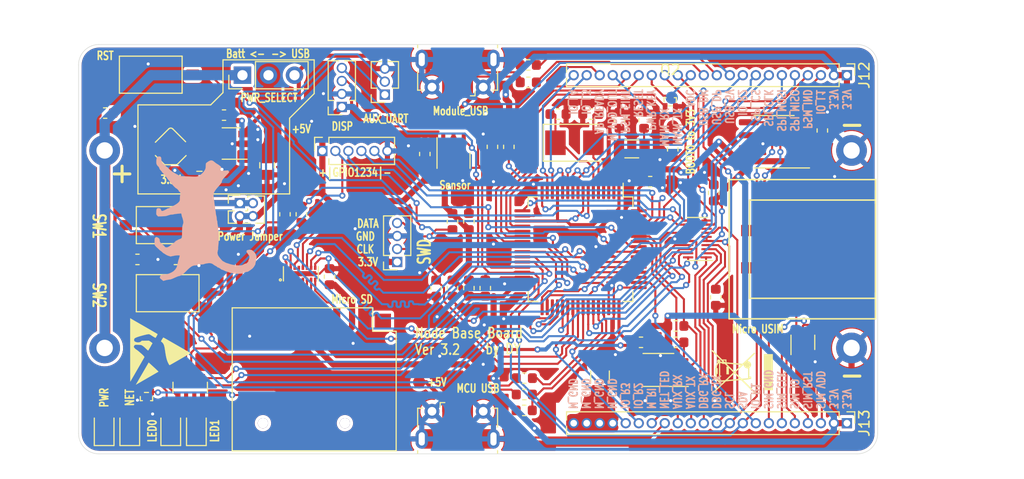
<source format=kicad_pcb>
(kicad_pcb (version 20191123) (host pcbnew "(5.99.0-539-g3370e8996)")
  (layers (0 "F.Cu" signal) (31 "B.Cu" signal) (34 "B.Paste" user) (35 "F.Paste" user) (36 "B.SilkS" user) (37 "F.SilkS" user) (38 "B.Mask" user) (39 "F.Mask" user) (44 "Edge.Cuts" user))
  (net 0 "")
  (net 1 "GND")
  (net 2 "/nRESET")
  (net 3 "Net-(C2-Pad1)")
  (net 4 "Net-(C3-Pad1)")
  (net 5 "Net-(C4-Pad1)")
  (net 6 "Net-(C5-Pad1)")
  (net 7 "/V_IN")
  (net 8 "+3V3")
  (net 9 "Net-(D2-Pad2)")
  (net 10 "Net-(D3-Pad2)")
  (net 11 "Net-(D4-Pad2)")
  (net 12 "/SIM_RST")
  (net 13 "/SIM_VCC")
  (net 14 "/SIM_CLK")
  (net 15 "/SIM_IO")
  (net 16 "Net-(J5-Pad3)")
  (net 17 "+5V")
  (net 18 "Net-(J5-Pad2)")
  (net 19 "/SWO")
  (net 20 "/SWD_IO")
  (net 21 "/SWD_CLK")
  (net 22 "/V_BATT")
  (net 23 "/M_GND")
  (net 24 "Net-(L1-Pad1)")
  (net 25 "/VBAT_ADC")
  (net 26 "VSSA")
  (net 27 "/LED0")
  (net 28 "/LED1")
  (net 29 "/SWITCH_1")
  (net 30 "/SWITCH_2")
  (net 31 "/M_VDD_OUT")
  (net 32 "Net-(D1-Pad1)")
  (net 33 "/SIM_GND")
  (net 34 "/I2C2_SDA")
  (net 35 "/I2C2_SCL")
  (net 36 "/GPIO_4")
  (net 37 "/GPIO_3")
  (net 38 "/GPIO_2")
  (net 39 "/GPIO_1")
  (net 40 "/M_AUX_UART_Rx_H")
  (net 41 "/M_AUX_UART_Tx_H")
  (net 42 "Net-(J10-Pad3)")
  (net 43 "Net-(J10-Pad2)")
  (net 44 "/GPIO_L4")
  (net 45 "/GPIO_L3")
  (net 46 "/M_AP_READY")
  (net 47 "/PSM_EINT")
  (net 48 "/M_RESET")
  (net 49 "/M_PWRKEY")
  (net 50 "/M_MAIN_UART_Rx")
  (net 51 "/M_MAIN_UART_Tx")
  (net 52 "/M_ADC")
  (net 53 "/M_USB_DM")
  (net 54 "/M_USB_DP")
  (net 55 "/GPIO_L2")
  (net 56 "/M_SPI_CS-I2S_CS")
  (net 57 "/M_SPI_CLK-I2S_CLK")
  (net 58 "/M_SPI_MOSI-I2S_WA")
  (net 59 "/M_SPI_MISO-I2S_RXD")
  (net 60 "/PSM_IND")
  (net 61 "/GPIO_L1")
  (net 62 "/GPIO_R3")
  (net 63 "/GPIO_R2")
  (net 64 "/M_RI")
  (net 65 "/M_NET_LED")
  (net 66 "/M_AUX_UART_Rx")
  (net 67 "/M_AUX_UART_Tx")
  (net 68 "/M_DBG_UART_Rx")
  (net 69 "/M_DBG_UART_TX")
  (net 70 "/GPIO_R1")
  (net 71 "/MCU_USB_DP")
  (net 72 "/MCU_USB_DM")
  (net 73 "/SDIO_DATA1")
  (net 74 "/SDIO_DATA0")
  (net 75 "/SDIO_CLK")
  (net 76 "/SDIO_CMD")
  (net 77 "/SDIO_DATA3")
  (net 78 "/SDIO_DATA2")
  (net 79 "/Current_SDA")
  (net 80 "/Current_SCL")
  (net 81 "/M_DBG_UART_TX_H")
  (net 82 "/M_DBG_UART_Rx_H")
  (net 83 "/M_RI_H")
  (net 84 "/M_PWRKEY_H")
  (net 85 "/M_MAIN_UART_Tx_H")
  (net 86 "/M_MAIN_UART_Rx_H")
  (net 87 "Net-(D1-Pad2)")
  (net 88 "Net-(J1-Pad6)")
  (net 89 "Net-(J5-Pad4)")
  (net 90 "Net-(J10-Pad4)")
  (net 91 "Net-(U1-Pad1)")
  (net 92 "Net-(U2-Pad2)")
  (net 93 "Net-(U5-Pad3)")
  (net 94 "Net-(U6-Pad4)")
  (net 95 "Net-(U6-Pad3)")
  (net 96 "Net-(R14-Pad2)")
  (net 97 "Net-(U8-Pad13)")
  (net 98 "Net-(U8-Pad5)")
  (net 99 "Net-(U8-Pad4)")
  (net 100 "/SD_DATA1")
  (net 101 "/SD_DATA0")
  (net 102 "/SD_CLK")
  (net 103 "/SD_CMD")
  (net 104 "/SD_DATA3")
  (net 105 "/SD_DATA2")
  (net 106 "Net-(R4-Pad1)")
  (net 107 "Net-(U7-Pad13)")
  (net 108 "Net-(U7-Pad8)")
  (net 109 "+3.3VA")
  (module "Package_TO_SOT_SMD:SOT-363_SC-70-6" (layer "F.Cu") (at 151.7 99.1 90)
    (fp_text reference "U1" hide)
    (fp_text value "SMF05C")
    (pad "6" smd rect (at 0.95 -0.65 90) (size 0.65 0.4) (layers "F.Cu" "F.Paste" "F.Mask") (net 15 "/SIM_IO"))
    (pad "4" smd rect (at 0.95 0.65 90) (size 0.65 0.4) (layers "F.Cu" "F.Paste" "F.Mask") (net 12 "/SIM_RST"))
    (pad "2" smd rect (at -0.95 0 90) (size 0.65 0.4) (layers "F.Cu" "F.Paste" "F.Mask") (net 1 "GND"))
    (pad "5" smd rect (at 0.95 0 90) (size 0.65 0.4) (layers "F.Cu" "F.Paste" "F.Mask") (net 14 "/SIM_CLK"))
    (pad "3" smd rect (at -0.95 0.65 90) (size 0.65 0.4) (layers "F.Cu" "F.Paste" "F.Mask") (net 13 "/SIM_VCC"))
    (pad "1" smd rect (at -0.95 -0.65 90) (size 0.65 0.4) (layers "F.Cu" "F.Paste" "F.Mask") (net 91 "Net-(U1-Pad1)"))
  )
  (module "Connector_PinHeader_1.27mm:PinHeader_1x22_P1.27mm_Vertical" (layer "F.Cu") (at 156 107 -90)
    (fp_text reference "J13" (at 0 -1.695 90) (layer "F.SilkS"))
    (fp_text value "Right_Conn")
    (pad "22" thru_hole oval (at 0 26.67 270) (size 1 1) (drill 0.65) (layers *.Cu *.Mask) (net 23 "/M_GND"))
    (pad "21" thru_hole oval (at 0 25.4 270) (size 1 1) (drill 0.65) (layers *.Cu *.Mask) (net 23 "/M_GND"))
    (pad "20" thru_hole oval (at 0 24.13 270) (size 1 1) (drill 0.65) (layers *.Cu *.Mask) (net 23 "/M_GND"))
    (pad "19" thru_hole oval (at 0 22.86 270) (size 1 1) (drill 0.65) (layers *.Cu *.Mask) (net 23 "/M_GND"))
    (pad "18" thru_hole oval (at 0 21.59 270) (size 1 1) (drill 0.65) (layers *.Cu *.Mask) (net 62 "/GPIO_R3"))
    (pad "17" thru_hole oval (at 0 20.32 270) (size 1 1) (drill 0.65) (layers *.Cu *.Mask) (net 63 "/GPIO_R2"))
    (pad "16" thru_hole oval (at 0 19.05 270) (size 1 1) (drill 0.65) (layers *.Cu *.Mask) (net 64 "/M_RI"))
    (pad "15" thru_hole oval (at 0 17.78 270) (size 1 1) (drill 0.65) (layers *.Cu *.Mask) (net 65 "/M_NET_LED"))
    (pad "14" thru_hole oval (at 0 16.51 270) (size 1 1) (drill 0.65) (layers *.Cu *.Mask) (net 66 "/M_AUX_UART_Rx"))
    (pad "13" thru_hole oval (at 0 15.24 270) (size 1 1) (drill 0.65) (layers *.Cu *.Mask) (net 67 "/M_AUX_UART_Tx"))
    (pad "12" thru_hole oval (at 0 13.97 270) (size 1 1) (drill 0.65) (layers *.Cu *.Mask) (net 68 "/M_DBG_UART_Rx"))
    (pad "11" thru_hole oval (at 0 12.7 270) (size 1 1) (drill 0.65) (layers *.Cu *.Mask) (net 69 "/M_DBG_UART_TX"))
    (pad "10" thru_hole oval (at 0 11.43 270) (size 1 1) (drill 0.65) (layers *.Cu *.Mask) (net 35 "/I2C2_SCL"))
    (pad "9" thru_hole oval (at 0 10.16 270) (size 1 1) (drill 0.65) (layers *.Cu *.Mask) (net 34 "/I2C2_SDA"))
    (pad "8" thru_hole oval (at 0 8.89 270) (size 1 1) (drill 0.65) (layers *.Cu *.Mask) (net 70 "/GPIO_R1"))
    (pad "7" thru_hole oval (at 0 7.62 270) (size 1 1) (drill 0.65) (layers *.Cu *.Mask) (net 33 "/SIM_GND"))
    (pad "6" thru_hole oval (at 0 6.35 270) (size 1 1) (drill 0.65) (layers *.Cu *.Mask) (net 14 "/SIM_CLK"))
    (pad "5" thru_hole oval (at 0 5.08 270) (size 1 1) (drill 0.65) (layers *.Cu *.Mask) (net 15 "/SIM_IO"))
    (pad "4" thru_hole oval (at 0 3.81 270) (size 1 1) (drill 0.65) (layers *.Cu *.Mask) (net 12 "/SIM_RST"))
    (pad "3" thru_hole oval (at 0 2.54 270) (size 1 1) (drill 0.65) (layers *.Cu *.Mask) (net 13 "/SIM_VCC"))
    (pad "2" thru_hole oval (at 0 1.27 270) (size 1 1) (drill 0.65) (layers *.Cu *.Mask) (net 8 "+3V3"))
    (pad "1" thru_hole rect (at 0 0 270) (size 1 1) (drill 0.65) (layers *.Cu *.Mask) (net 8 "+3V3"))
  )
  (module "Connector_PinHeader_1.27mm:PinHeader_1x22_P1.27mm_Vertical" (layer "F.Cu") (at 156 73 -90)
    (fp_text reference "J12" (at 0 -1.695 90) (layer "F.SilkS"))
    (fp_text value "Left_Conn")
    (pad "22" thru_hole oval (at 0 26.67 270) (size 1 1) (drill 0.65) (layers *.Cu *.Mask) (net 44 "/GPIO_L4"))
    (pad "21" thru_hole oval (at 0 25.4 270) (size 1 1) (drill 0.65) (layers *.Cu *.Mask) (net 45 "/GPIO_L3"))
    (pad "20" thru_hole oval (at 0 24.13 270) (size 1 1) (drill 0.65) (layers *.Cu *.Mask) (net 46 "/M_AP_READY"))
    (pad "19" thru_hole oval (at 0 22.86 270) (size 1 1) (drill 0.65) (layers *.Cu *.Mask) (net 31 "/M_VDD_OUT"))
    (pad "18" thru_hole oval (at 0 21.59 270) (size 1 1) (drill 0.65) (layers *.Cu *.Mask) (net 47 "/PSM_EINT"))
    (pad "17" thru_hole oval (at 0 20.32 270) (size 1 1) (drill 0.65) (layers *.Cu *.Mask) (net 48 "/M_RESET"))
    (pad "16" thru_hole oval (at 0 19.05 270) (size 1 1) (drill 0.65) (layers *.Cu *.Mask) (net 49 "/M_PWRKEY"))
    (pad "15" thru_hole oval (at 0 17.78 270) (size 1 1) (drill 0.65) (layers *.Cu *.Mask) (net 50 "/M_MAIN_UART_Rx"))
    (pad "14" thru_hole oval (at 0 16.51 270) (size 1 1) (drill 0.65) (layers *.Cu *.Mask) (net 51 "/M_MAIN_UART_Tx"))
    (pad "13" thru_hole oval (at 0 15.24 270) (size 1 1) (drill 0.65) (layers *.Cu *.Mask) (net 52 "/M_ADC"))
    (pad "12" thru_hole oval (at 0 13.97 270) (size 1 1) (drill 0.65) (layers *.Cu *.Mask) (net 53 "/M_USB_DM"))
    (pad "11" thru_hole oval (at 0 12.7 270) (size 1 1) (drill 0.65) (layers *.Cu *.Mask) (net 54 "/M_USB_DP"))
    (pad "10" thru_hole oval (at 0 11.43 270) (size 1 1) (drill 0.65) (layers *.Cu *.Mask) (net 17 "+5V"))
    (pad "9" thru_hole oval (at 0 10.16 270) (size 1 1) (drill 0.65) (layers *.Cu *.Mask) (net 55 "/GPIO_L2"))
    (pad "8" thru_hole oval (at 0 8.89 270) (size 1 1) (drill 0.65) (layers *.Cu *.Mask) (net 56 "/M_SPI_CS-I2S_CS"))
    (pad "7" thru_hole oval (at 0 7.62 270) (size 1 1) (drill 0.65) (layers *.Cu *.Mask) (net 57 "/M_SPI_CLK-I2S_CLK"))
    (pad "6" thru_hole oval (at 0 6.35 270) (size 1 1) (drill 0.65) (layers *.Cu *.Mask) (net 58 "/M_SPI_MOSI-I2S_WA"))
    (pad "5" thru_hole oval (at 0 5.08 270) (size 1 1) (drill 0.65) (layers *.Cu *.Mask) (net 59 "/M_SPI_MISO-I2S_RXD"))
    (pad "4" thru_hole oval (at 0 3.81 270) (size 1 1) (drill 0.65) (layers *.Cu *.Mask) (net 60 "/PSM_IND"))
    (pad "3" thru_hole oval (at 0 2.54 270) (size 1 1) (drill 0.65) (layers *.Cu *.Mask) (net 61 "/GPIO_L1"))
    (pad "2" thru_hole oval (at 0 1.27 270) (size 1 1) (drill 0.65) (layers *.Cu *.Mask) (net 8 "+3V3"))
    (pad "1" thru_hole rect (at 0 0 270) (size 1 1) (drill 0.65) (layers *.Cu *.Mask) (net 8 "+3V3"))
  )
  (module "LTD_Customized:test_pad" (layer "F.Cu") (at 114.25 103)
    (fp_text reference "REF**" hide)
    (fp_text value "test_pad")
    (pad "1" smd circle (at 0 0) (size 1.2 1.2) (layers "F.Cu" "F.Paste" "F.Mask") (net 17 "+5V"))
  )
  (module "LTD_Customized:test_pad" (layer "F.Cu") (at 102.5 76.75)
    (fp_text reference "REF**" hide)
    (fp_text value "test_pad")
    (pad "1" smd circle (at 0 0) (size 1.2 1.2) (layers "F.Cu" "F.Paste" "F.Mask") (net 17 "+5V"))
  )
  (module "Symbol:WEEE-Logo_4.2x6mm_SilkScreen" (layer "F.Cu") (at 145.75 102 90)
    (fp_text reference "REF**" hide)
    (fp_text value "WEEE-Logo_4.2x6mm_SilkScreen" hide)
  )
  (module "Symbol:ESD-Logo_6.6x6mm_SilkScreen" (layer "F.Cu") (at 89 100 -90)
    (fp_text reference "REF**" hide)
    (fp_text value "ESD-Logo_6.6x6mm_SilkScreen" hide)
  )
  (module "Connector_PinSocket_1.27mm:PinSocket_1x04_P1.27mm_Vertical" (layer "F.Cu") (at 112.1 91.25 180)
    (fp_text reference "J6" hide)
    (fp_text value "SWD_Conn")
    (pad "4" thru_hole oval (at 0 3.81 180) (size 1 1) (drill 0.7) (layers *.Cu *.Mask) (net 20 "/SWD_IO"))
    (pad "3" thru_hole oval (at 0 2.54 180) (size 1 1) (drill 0.7) (layers *.Cu *.Mask) (net 1 "GND"))
    (pad "2" thru_hole oval (at 0 1.27 180) (size 1 1) (drill 0.7) (layers *.Cu *.Mask) (net 21 "/SWD_CLK"))
    (pad "1" thru_hole rect (at 0 0 180) (size 1 1) (drill 0.7) (layers *.Cu *.Mask) (net 8 "+3V3"))
  )
  (module "LTD_Customized:18650_Battery_Holder_2x" (layer "F.Cu") (at 120 90)
    (fp_text reference "H1" hide)
    (fp_text value "Battery_Holder_2x")
    (pad "2" thru_hole circle (at 36.45 -9.648 180) (size 3 3) (drill 1.6) (layers *.Cu *.Mask) (net 1 "GND"))
    (pad "2" thru_hole circle (at 36.45 9.65 180) (size 3 3) (drill 1.6) (layers *.Cu *.Mask) (net 1 "GND"))
    (pad "1" thru_hole circle (at -36.45 9.65) (size 3 3) (drill 1.6) (layers *.Cu *.Mask) (net 22 "/V_BATT"))
    (pad "1" thru_hole circle (at -36.45 -9.65) (size 3 3) (drill 1.6) (layers *.Cu *.Mask) (net 22 "/V_BATT"))
  )
  (module "LTD_Customized:test_pad" (layer "F.Cu") (at 88.25 83.25)
    (fp_text reference "TP2" hide)
    (fp_text value "3.3V_OUT")
    (pad "1" smd circle (at 0 0) (size 1.2 1.2) (layers "F.Cu" "F.Paste" "F.Mask") (net 109 "+3.3VA"))
  )
  (module "LTD_Customized:test_pad" (layer "F.Cu") (at 139 78 90)
    (fp_text reference "TP1" hide)
    (fp_text value "3.3VPU")
    (pad "1" smd circle (at 0 0 90) (size 1.2 1.2) (layers "F.Cu" "F.Paste" "F.Mask") (net 106 "Net-(R4-Pad1)"))
  )
  (module "LTD_Customized:SMD_Switch" (layer "F.Cu") (at 89.75 94.25 180)
    (fp_text reference "SW3" hide)
    (fp_text value "SW_2" hide)
    (pad "2" smd rect (at 4.14 -0.05 180) (size 1.2 1) (layers "F.Cu" "F.Paste" "F.Mask") (net 30 "/SWITCH_2"))
    (pad "1" smd rect (at -4.04 -0.05 180) (size 1.2 1) (layers "F.Cu" "F.Paste" "F.Mask") (net 1 "GND"))
  )
  (module "LTD_Customized:SMD_Switch" (layer "F.Cu") (at 89.75 87.6 180)
    (fp_text reference "SW2" hide)
    (fp_text value "SW_1" hide)
    (pad "2" smd rect (at 4.14 -0.05 180) (size 1.2 1) (layers "F.Cu" "F.Paste" "F.Mask") (net 29 "/SWITCH_1"))
    (pad "1" smd rect (at -4.04 -0.05 180) (size 1.2 1) (layers "F.Cu" "F.Paste" "F.Mask") (net 1 "GND"))
  )
  (module "LTD_Customized:SMD_Switch" (layer "F.Cu") (at 88 73)
    (fp_text reference "SW1" hide)
    (fp_text value "SW_RST" hide)
    (pad "2" smd rect (at 4.14 -0.05) (size 1.2 1) (layers "F.Cu" "F.Paste" "F.Mask") (net 2 "/nRESET"))
    (pad "1" smd rect (at -4.04 -0.05) (size 1.2 1) (layers "F.Cu" "F.Paste" "F.Mask") (net 1 "GND"))
  )
  (module "Resistor_SMD:R_0603_1608Metric" (layer "F.Cu") (at 124.5 105.75)
    (fp_text reference "R15" hide)
    (fp_text value "1.5k")
    (pad "2" smd roundrect (at 0.7875 0) (size 0.875 0.95) (layers "F.Cu" "F.Paste" "F.Mask") (net 71 "/MCU_USB_DP"))
    (pad "1" smd roundrect (at -0.7875 0) (size 0.875 0.95) (layers "F.Cu" "F.Paste" "F.Mask") (net 8 "+3V3"))
  )
  (module "Resistor_SMD:R_0603_1608Metric" (layer "F.Cu") (at 139 80.25 90)
    (fp_text reference "R4" hide)
    (fp_text value "10k")
    (pad "2" smd roundrect (at 0.7875 0 90) (size 0.875 0.95) (layers "F.Cu" "F.Paste" "F.Mask") (net 1 "GND"))
    (pad "1" smd roundrect (at -0.7875 0 90) (size 0.875 0.95) (layers "F.Cu" "F.Paste" "F.Mask") (net 106 "Net-(R4-Pad1)"))
  )
  (module "Connector_PinHeader_1.27mm:PinHeader_2x02_P1.27mm_Vertical" (layer "F.Cu") (at 96.75 85.5)
    (fp_text reference "J2" hide)
    (fp_text value "3.3V ISO")
    (pad "4" thru_hole oval (at 1.27 1.27) (size 1 1) (drill 0.65) (layers *.Cu *.Mask) (net 8 "+3V3"))
    (pad "3" thru_hole oval (at 0 1.27) (size 1 1) (drill 0.65) (layers *.Cu *.Mask) (net 8 "+3V3"))
    (pad "2" thru_hole oval (at 1.27 0) (size 1 1) (drill 0.65) (layers *.Cu *.Mask) (net 109 "+3.3VA"))
    (pad "1" thru_hole rect (at 0 0) (size 1 1) (drill 0.65) (layers *.Cu *.Mask) (net 109 "+3.3VA"))
  )
  (module "LTD_Customized:SOT-723" (layer "F.Cu") (at 138.75 75)
    (fp_text reference "Q2" (at 0 -2.54 unlocked) (layer "F.SilkS"))
    (fp_text value "DTC143Z")
    (pad "2" smd rect (at 0.5 1.05) (size 0.46 0.65) (layers "F.Cu" "F.Paste" "F.Mask") (net 1 "GND"))
    (pad "1" smd rect (at -0.5 1.05) (size 0.46 0.65) (layers "F.Cu" "F.Paste" "F.Mask") (net 84 "/M_PWRKEY_H"))
    (pad "3" smd rect (at 0 0) (size 0.46 0.65) (layers "F.Cu" "F.Paste" "F.Mask") (net 49 "/M_PWRKEY"))
  )
  (module "LTD_Customized:SOT-723" (layer "F.Cu") (at 87.63 105 180)
    (fp_text reference "Q1" hide)
    (fp_text value "DTC143Z")
    (pad "2" smd rect (at 0.5 1.05 180) (size 0.46 0.65) (layers "F.Cu" "F.Paste" "F.Mask") (net 1 "GND"))
    (pad "1" smd rect (at -0.5 1.05 180) (size 0.46 0.65) (layers "F.Cu" "F.Paste" "F.Mask") (net 65 "/M_NET_LED"))
    (pad "3" smd rect (at 0 0 180) (size 0.46 0.65) (layers "F.Cu" "F.Paste" "F.Mask") (net 32 "Net-(D1-Pad1)"))
  )
  (module "LTD_Customized:UDFN-16_3.3x1.35mm_0.4Pitch" (layer "F.Cu") (at 102.7 92.4)
    (fp_text reference "U8" hide)
    (fp_text value "CM1624")
    (pad "16" smd rect (at -1.4 -0.575) (size 0.25 0.4) (layers "F.Cu" "F.Paste" "F.Mask") (net 73 "/SDIO_DATA1"))
    (pad "15" smd rect (at -1 -0.575) (size 0.25 0.4) (layers "F.Cu" "F.Paste" "F.Mask") (net 74 "/SDIO_DATA0"))
    (pad "14" smd rect (at -0.6 -0.575) (size 0.25 0.4) (layers "F.Cu" "F.Paste" "F.Mask") (net 75 "/SDIO_CLK"))
    (pad "13" smd rect (at -0.2 -0.575) (size 0.25 0.4) (layers "F.Cu" "F.Paste" "F.Mask") (net 97 "Net-(U8-Pad13)") (clearance 0.1))
    (pad "12" smd rect (at 0.2 -0.575) (size 0.25 0.4) (layers "F.Cu" "F.Paste" "F.Mask") (net 8 "+3V3") (clearance 0.1))
    (pad "11" smd rect (at 0.6 -0.575) (size 0.25 0.4) (layers "F.Cu" "F.Paste" "F.Mask") (net 76 "/SDIO_CMD"))
    (pad "10" smd rect (at 1 -0.575) (size 0.25 0.4) (layers "F.Cu" "F.Paste" "F.Mask") (net 77 "/SDIO_DATA3"))
    (pad "9" smd rect (at 1.4 -0.575) (size 0.25 0.4) (layers "F.Cu" "F.Paste" "F.Mask") (net 78 "/SDIO_DATA2"))
    (pad "8" smd rect (at 1.4 0.575) (size 0.25 0.4) (layers "F.Cu" "F.Paste" "F.Mask") (net 105 "/SD_DATA2"))
    (pad "7" smd rect (at 1 0.575) (size 0.25 0.4) (layers "F.Cu" "F.Paste" "F.Mask") (net 104 "/SD_DATA3"))
    (pad "6" smd rect (at 0.6 0.575) (size 0.25 0.4) (layers "F.Cu" "F.Paste" "F.Mask") (net 103 "/SD_CMD"))
    (pad "5" smd rect (at 0.2 0.575) (size 0.25 0.4) (layers "F.Cu" "F.Paste" "F.Mask") (net 98 "Net-(U8-Pad5)") (clearance 0.1))
    (pad "4" smd rect (at -0.2 0.575) (size 0.25 0.4) (layers "F.Cu" "F.Paste" "F.Mask") (net 99 "Net-(U8-Pad4)") (clearance 0.1))
    (pad "3" smd rect (at -0.6 0.575) (size 0.25 0.4) (layers "F.Cu" "F.Paste" "F.Mask") (net 102 "/SD_CLK"))
    (pad "2" smd rect (at -1 0.575) (size 0.25 0.4) (layers "F.Cu" "F.Paste" "F.Mask") (net 101 "/SD_DATA0"))
    (pad "1" smd rect (at -1.4 0.575) (size 0.25 0.4) (layers "F.Cu" "F.Paste" "F.Mask") (net 100 "/SD_DATA1"))
    (pad "17" smd rect (at 0 0) (size 3 0.5) (layers "F.Cu" "F.Paste" "F.Mask") (net 1 "GND"))
  )
  (module "LTD_Customized:test_pad" (layer "F.Cu") (at 91.5 77.7)
    (fp_text reference "REF**" hide)
    (fp_text value "SW")
    (pad "1" smd circle (at 0 0) (size 1.2 1.2) (layers "F.Cu" "F.Paste" "F.Mask") (net 24 "Net-(L1-Pad1)"))
  )
  (module "Resistor_SMD:R_0603_1608Metric" (layer "F.Cu") (at 95.2 76.9 180)
    (fp_text reference "R14" hide)
    (fp_text value "0")
    (pad "2" smd roundrect (at 0.7875 0 180) (size 0.875 0.95) (layers "F.Cu" "F.Paste" "F.Mask") (net 96 "Net-(R14-Pad2)"))
    (pad "1" smd roundrect (at -0.7875 0 180) (size 0.875 0.95) (layers "F.Cu" "F.Paste" "F.Mask") (net 109 "+3.3VA"))
  )
  (module "LTD_Customized:L_Sumida_CDRH2D14_3.2x3.2x1.55mm" (layer "F.Cu") (at 90 80.2 180)
    (fp_text reference "L1" hide)
    (fp_text value "2.2uH")
    (pad "1" smd rect (at -1.5 0 180) (size 1.3 1.3) (layers "F.Cu" "F.Paste" "F.Mask") (net 24 "Net-(L1-Pad1)"))
    (pad "2" smd rect (at 1.5 0 180) (size 1.3 1.3) (layers "F.Cu" "F.Paste" "F.Mask") (net 109 "+3.3VA"))
  )
  (module "Capacitor_SMD:C_0805_2012Metric" (layer "F.Cu") (at 92.8 83.1)
    (fp_text reference "C9" hide)
    (fp_text value "10uF")
    (pad "2" smd roundrect (at 0.9375 0) (size 0.975 1.4) (layers "F.Cu" "F.Paste" "F.Mask") (net 1 "GND"))
    (pad "1" smd roundrect (at -0.9375 0) (size 0.975 1.4) (layers "F.Cu" "F.Paste" "F.Mask") (net 109 "+3.3VA"))
  )
  (module "Capacitor_SMD:C_0805_2012Metric" (layer "F.Cu") (at 99.4 81.8 -90)
    (fp_text reference "C8" hide)
    (fp_text value "4.7uF")
    (pad "2" smd roundrect (at 0.9375 0 270) (size 0.975 1.4) (layers "F.Cu" "F.Paste" "F.Mask") (net 1 "GND"))
    (pad "1" smd roundrect (at -0.9375 0 270) (size 0.975 1.4) (layers "F.Cu" "F.Paste" "F.Mask") (net 7 "/V_IN"))
  )
  (module "LTD_Customized:Cat-Logo" (layer "B.Cu") (at 93.4 87 90)
    (fp_text reference "G***" hide)
    (fp_text value "LOGO" hide)
  )
  (module "Capacitor_SMD:C_0603_1608Metric" (layer "F.Cu") (at 105.5 92.6875 90)
    (fp_text reference "C20" hide)
    (fp_text value "100nF")
    (pad "2" smd roundrect (at 0.7875 0 90) (size 0.875 0.95) (layers "F.Cu" "F.Paste" "F.Mask") (net 1 "GND"))
    (pad "1" smd roundrect (at -0.7875 0 90) (size 0.875 0.95) (layers "F.Cu" "F.Paste" "F.Mask") (net 8 "+3V3"))
  )
  (module "Crystal:Crystal_SMD_5032-2Pin_5.0x3.2mm" (layer "F.Cu") (at 129.4 79.6)
    (fp_text reference "Y1" hide)
    (fp_text value "8MHz")
    (pad "2" smd rect (at 1.85 0) (size 2 2.4) (layers "F.Cu" "F.Paste" "F.Mask") (net 3 "Net-(C2-Pad1)"))
    (pad "1" smd rect (at -1.85 0) (size 2 2.4) (layers "F.Cu" "F.Paste" "F.Mask") (net 4 "Net-(C3-Pad1)"))
  )
  (module "LED_SMD:LED_0805_2012Metric" (layer "F.Cu") (at 86 107.5 90)
    (fp_text reference "D1" hide)
    (fp_text value "LED")
    (pad "2" smd roundrect (at 0.9375 0 90) (size 0.975 1.4) (layers "F.Cu" "F.Paste" "F.Mask") (net 87 "Net-(D1-Pad2)"))
    (pad "1" smd roundrect (at -0.9375 0 90) (size 0.975 1.4) (layers "F.Cu" "F.Paste" "F.Mask") (net 32 "Net-(D1-Pad1)"))
  )
  (module "Connector_PinHeader_2.54mm:PinHeader_1x03_P2.54mm_Vertical" (layer "F.Cu") (at 97 73 90)
    (fp_text reference "J8" hide)
    (fp_text value "PWR_SELECT")
    (pad "3" thru_hole oval (at 0 5.08 90) (size 1.7 1.7) (drill 1) (layers *.Cu *.Mask) (net 17 "+5V"))
    (pad "2" thru_hole oval (at 0 2.54 90) (size 1.7 1.7) (drill 1) (layers *.Cu *.Mask) (net 7 "/V_IN"))
    (pad "1" thru_hole rect (at 0 0 90) (size 1.7 1.7) (drill 1) (layers *.Cu *.Mask) (net 22 "/V_BATT"))
  )
  (module "Connector_PinSocket_1.27mm:PinSocket_1x04_P1.27mm_Vertical" (layer "F.Cu") (at 106.7 76.1 180)
    (fp_text reference "J4" hide)
    (fp_text value "Display_Connector")
    (pad "4" thru_hole oval (at 0 3.81 180) (size 1 1) (drill 0.7) (layers *.Cu *.Mask) (net 34 "/I2C2_SDA"))
    (pad "3" thru_hole oval (at 0 2.54 180) (size 1 1) (drill 0.7) (layers *.Cu *.Mask) (net 35 "/I2C2_SCL"))
    (pad "2" thru_hole oval (at 0 1.27 180) (size 1 1) (drill 0.7) (layers *.Cu *.Mask) (net 1 "GND"))
    (pad "1" thru_hole rect (at 0 0 180) (size 1 1) (drill 0.7) (layers *.Cu *.Mask) (net 8 "+3V3"))
  )
  (module "Resistor_SMD:R_0603_1608Metric" (layer "F.Cu") (at 119.1 93.8 90)
    (fp_text reference "R16" hide)
    (fp_text value "4.7k")
    (pad "2" smd roundrect (at 0.7875 0 90) (size 0.875 0.95) (layers "F.Cu" "F.Paste" "F.Mask") (net 34 "/I2C2_SDA"))
    (pad "1" smd roundrect (at -0.7875 0 90) (size 0.875 0.95) (layers "F.Cu" "F.Paste" "F.Mask") (net 8 "+3V3"))
  )
  (module "Resistor_SMD:R_0603_1608Metric" (layer "F.Cu") (at 120.7 93.8 90)
    (fp_text reference "R13" hide)
    (fp_text value "4.7k")
    (pad "2" smd roundrect (at 0.7875 0 90) (size 0.875 0.95) (layers "F.Cu" "F.Paste" "F.Mask") (net 35 "/I2C2_SCL"))
    (pad "1" smd roundrect (at -0.7875 0 90) (size 0.875 0.95) (layers "F.Cu" "F.Paste" "F.Mask") (net 8 "+3V3"))
  )
  (module "Resistor_SMD:R_0603_1608Metric" (layer "F.Cu") (at 139.3 97.5)
    (fp_text reference "R11" hide)
    (fp_text value "4.7k")
    (pad "2" smd roundrect (at 0.7875 0) (size 0.875 0.95) (layers "F.Cu" "F.Paste" "F.Mask") (net 79 "/Current_SDA"))
    (pad "1" smd roundrect (at -0.7875 0) (size 0.875 0.95) (layers "F.Cu" "F.Paste" "F.Mask") (net 8 "+3V3"))
  )
  (module "Resistor_SMD:R_0603_1608Metric" (layer "F.Cu") (at 139.3 99.1)
    (fp_text reference "R3" hide)
    (fp_text value "4.7k")
    (pad "2" smd roundrect (at 0.7875 0) (size 0.875 0.95) (layers "F.Cu" "F.Paste" "F.Mask") (net 80 "/Current_SCL"))
    (pad "1" smd roundrect (at -0.7875 0) (size 0.875 0.95) (layers "F.Cu" "F.Paste" "F.Mask") (net 8 "+3V3"))
  )
  (module "Resistor_SMD:R_Array_Convex_4x0603" (layer "F.Cu") (at 91.9 103.5 -90)
    (fp_text reference "RN4" hide)
    (fp_text value "2.2k")
    (pad "5" smd rect (at 0.9 1.2 270) (size 0.8 0.5) (layers "F.Cu" "F.Paste" "F.Mask") (net 11 "Net-(D4-Pad2)"))
    (pad "6" smd rect (at 0.9 0.4 270) (size 0.8 0.4) (layers "F.Cu" "F.Paste" "F.Mask") (net 87 "Net-(D1-Pad2)"))
    (pad "8" smd rect (at 0.9 -1.2 270) (size 0.8 0.5) (layers "F.Cu" "F.Paste" "F.Mask") (net 9 "Net-(D2-Pad2)"))
    (pad "7" smd rect (at 0.9 -0.4 270) (size 0.8 0.4) (layers "F.Cu" "F.Paste" "F.Mask") (net 10 "Net-(D3-Pad2)"))
    (pad "4" smd rect (at -0.9 1.2 270) (size 0.8 0.5) (layers "F.Cu" "F.Paste" "F.Mask") (net 8 "+3V3"))
    (pad "2" smd rect (at -0.9 -0.4 270) (size 0.8 0.4) (layers "F.Cu" "F.Paste" "F.Mask") (net 28 "/LED1"))
    (pad "3" smd rect (at -0.9 0.4 270) (size 0.8 0.4) (layers "F.Cu" "F.Paste" "F.Mask") (net 8 "+3V3"))
    (pad "1" smd rect (at -0.9 -1.2 270) (size 0.8 0.5) (layers "F.Cu" "F.Paste" "F.Mask") (net 27 "/LED0"))
  )
  (module "Package_SON:USON-20_2x4mm_P0.4mm" (layer "F.Cu") (at 141.4 89 180)
    (fp_text reference "U7" hide)
    (fp_text value "TXB0108DQSR")
    (pad "20" smd rect (at 0.9 -1.8 90) (size 0.2 1) (layers "F.Cu" "F.Paste" "F.Mask") (net 83 "/M_RI_H"))
    (pad "19" smd rect (at 0.9 -1.4 90) (size 0.2 1) (layers "F.Cu" "F.Paste" "F.Mask") (net 40 "/M_AUX_UART_Rx_H"))
    (pad "18" smd rect (at 0.9 -1 90) (size 0.2 1) (layers "F.Cu" "F.Paste" "F.Mask") (net 41 "/M_AUX_UART_Tx_H"))
    (pad "17" smd rect (at 0.9 -0.6 90) (size 0.2 1) (layers "F.Cu" "F.Paste" "F.Mask") (net 82 "/M_DBG_UART_Rx_H"))
    (pad "16" smd rect (at 0.9 -0.2 90) (size 0.2 1) (layers "F.Cu" "F.Paste" "F.Mask") (net 8 "+3V3"))
    (pad "15" smd rect (at 0.9 0.2 90) (size 0.2 1) (layers "F.Cu" "F.Paste" "F.Mask") (net 1 "GND"))
    (pad "14" smd rect (at 0.9 0.6 90) (size 0.2 1) (layers "F.Cu" "F.Paste" "F.Mask") (net 81 "/M_DBG_UART_TX_H"))
    (pad "13" smd rect (at 0.9 1 90) (size 0.2 1) (layers "F.Cu" "F.Paste" "F.Mask") (net 107 "Net-(U7-Pad13)"))
    (pad "12" smd rect (at 0.9 1.4 90) (size 0.2 1) (layers "F.Cu" "F.Paste" "F.Mask") (net 86 "/M_MAIN_UART_Rx_H"))
    (pad "11" smd rect (at 0.9 1.8 90) (size 0.2 1) (layers "F.Cu" "F.Paste" "F.Mask") (net 85 "/M_MAIN_UART_Tx_H"))
    (pad "10" smd rect (at -0.9 1.8 90) (size 0.2 1) (layers "F.Cu" "F.Paste" "F.Mask") (net 51 "/M_MAIN_UART_Tx"))
    (pad "9" smd rect (at -0.9 1.4 90) (size 0.2 1) (layers "F.Cu" "F.Paste" "F.Mask") (net 50 "/M_MAIN_UART_Rx"))
    (pad "8" smd rect (at -0.9 1 90) (size 0.2 1) (layers "F.Cu" "F.Paste" "F.Mask") (net 108 "Net-(U7-Pad8)"))
    (pad "7" smd rect (at -0.9 0.6 90) (size 0.2 1) (layers "F.Cu" "F.Paste" "F.Mask") (net 69 "/M_DBG_UART_TX"))
    (pad "6" smd rect (at -0.9 0.2 90) (size 0.2 1) (layers "F.Cu" "F.Paste" "F.Mask") (net 31 "/M_VDD_OUT"))
    (pad "5" smd rect (at -0.9 -0.2 90) (size 0.2 1) (layers "F.Cu" "F.Paste" "F.Mask") (net 31 "/M_VDD_OUT"))
    (pad "4" smd rect (at -0.9 -0.6 90) (size 0.2 1) (layers "F.Cu" "F.Paste" "F.Mask") (net 68 "/M_DBG_UART_Rx"))
    (pad "3" smd rect (at -0.9 -1 90) (size 0.2 1) (layers "F.Cu" "F.Paste" "F.Mask") (net 67 "/M_AUX_UART_Tx"))
    (pad "2" smd rect (at -0.9 -1.4 90) (size 0.2 1) (layers "F.Cu" "F.Paste" "F.Mask") (net 66 "/M_AUX_UART_Rx"))
    (pad "1" smd rect (at -0.85 -1.8 90) (size 0.2 1.1) (layers "F.Cu" "F.Paste" "F.Mask") (net 64 "/M_RI"))
  )
  (module "LTD_Customized:test_pad" (layer "B.Cu") (at 138.9 75.2)
    (fp_text reference "T1" hide)
    (fp_text value "M_ADC")
    (pad "1" smd circle (at 0 0) (size 1.2 1.2) (layers "B.Cu" "B.Paste" "B.Mask") (net 52 "/M_ADC"))
  )
  (module "Resistor_SMD:R_0603_1608Metric" (layer "F.Cu") (at 124.5125 102.6 180)
    (fp_text reference "R21" hide)
    (fp_text value "22")
    (pad "2" smd roundrect (at 0.7875 0 180) (size 0.875 0.95) (layers "F.Cu" "F.Paste" "F.Mask") (net 43 "Net-(J10-Pad2)"))
    (pad "1" smd roundrect (at -0.7875 0 180) (size 0.875 0.95) (layers "F.Cu" "F.Paste" "F.Mask") (net 72 "/MCU_USB_DM"))
  )
  (module "Resistor_SMD:R_0603_1608Metric" (layer "F.Cu") (at 124.5125 104.2 180)
    (fp_text reference "R20" hide)
    (fp_text value "22")
    (pad "2" smd roundrect (at 0.7875 0 180) (size 0.875 0.95) (layers "F.Cu" "F.Paste" "F.Mask") (net 42 "Net-(J10-Pad3)"))
    (pad "1" smd roundrect (at -0.7875 0 180) (size 0.875 0.95) (layers "F.Cu" "F.Paste" "F.Mask") (net 71 "/MCU_USB_DP"))
  )
  (module "Resistor_SMD:R_0603_1608Metric" (layer "F.Cu") (at 124.9 73.7 180)
    (fp_text reference "R10" hide)
    (fp_text value "22")
    (pad "2" smd roundrect (at 0.7875 0 180) (size 0.875 0.95) (layers "F.Cu" "F.Paste" "F.Mask") (net 18 "Net-(J5-Pad2)"))
    (pad "1" smd roundrect (at -0.7875 0 180) (size 0.875 0.95) (layers "F.Cu" "F.Paste" "F.Mask") (net 53 "/M_USB_DM"))
  )
  (module "Resistor_SMD:R_0603_1608Metric" (layer "F.Cu") (at 124.9 72 180)
    (fp_text reference "R9" hide)
    (fp_text value "22")
    (pad "2" smd roundrect (at 0.7875 0 180) (size 0.875 0.95) (layers "F.Cu" "F.Paste" "F.Mask") (net 16 "Net-(J5-Pad3)"))
    (pad "1" smd roundrect (at -0.7875 0 180) (size 0.875 0.95) (layers "F.Cu" "F.Paste" "F.Mask") (net 54 "/M_USB_DP"))
  )
  (module "Resistor_SMD:R_0603_1608Metric" (layer "F.Cu") (at 115.9 93.8 -90)
    (fp_text reference "R8" hide)
    (fp_text value "10k")
    (pad "2" smd roundrect (at 0.7875 0 270) (size 0.875 0.95) (layers "F.Cu" "F.Paste" "F.Mask") (net 1 "GND"))
    (pad "1" smd roundrect (at -0.7875 0 270) (size 0.875 0.95) (layers "F.Cu" "F.Paste" "F.Mask") (net 21 "/SWD_CLK"))
  )
  (module "Resistor_SMD:R_0603_1608Metric" (layer "F.Cu") (at 117.5 87.3 -90)
    (fp_text reference "R7" hide)
    (fp_text value "10k")
    (pad "2" smd roundrect (at 0.7875 0 270) (size 0.875 0.95) (layers "F.Cu" "F.Paste" "F.Mask") (net 20 "/SWD_IO"))
    (pad "1" smd roundrect (at -0.7875 0 270) (size 0.875 0.95) (layers "F.Cu" "F.Paste" "F.Mask") (net 8 "+3V3"))
  )
  (module "Resistor_SMD:R_0603_1608Metric" (layer "F.Cu") (at 102.75 86.5875 -90)
    (fp_text reference "R2" hide)
    (fp_text value "470k")
    (pad "2" smd roundrect (at 0.7875 0 270) (size 0.875 0.95) (layers "F.Cu" "F.Paste" "F.Mask") (net 1 "GND"))
    (pad "1" smd roundrect (at -0.7875 0 270) (size 0.875 0.95) (layers "F.Cu" "F.Paste" "F.Mask") (net 25 "/VBAT_ADC"))
  )
  (module "Resistor_SMD:R_0603_1608Metric" (layer "F.Cu") (at 101.15 86.5875 90)
    (fp_text reference "R1" hide)
    (fp_text value "220k")
    (pad "2" smd roundrect (at 0.7875 0 90) (size 0.875 0.95) (layers "F.Cu" "F.Paste" "F.Mask") (net 25 "/VBAT_ADC"))
    (pad "1" smd roundrect (at -0.7875 0 90) (size 0.875 0.95) (layers "F.Cu" "F.Paste" "F.Mask") (net 22 "/V_BATT"))
  )
  (module "Connector_USB:USB_Micro-B_Molex-105017-0001" (layer "F.Cu") (at 118 107.3)
    (fp_text reference "J10" hide)
    (fp_text value "USB_B_Micro")
    (pad "6" smd rect (at -2.9 1.2375) (size 1.2 1.9) (layers "F.Cu" "F.Mask") (net 1 "GND"))
    (pad "6" smd rect (at 2.9 1.2375) (size 1.2 1.9) (layers "F.Cu" "F.Mask") (net 1 "GND"))
    (pad "6" thru_hole oval (at 3.5 1.2375) (size 1.2 1.9) (drill oval 0.6 1.3) (layers *.Cu *.Mask) (net 1 "GND"))
    (pad "6" thru_hole oval (at -3.5 1.2375 180) (size 1.2 1.9) (drill oval 0.6 1.3) (layers *.Cu *.Mask) (net 1 "GND"))
    (pad "6" smd rect (at -1 1.2375) (size 1.5 1.9) (layers "F.Cu" "F.Paste" "F.Mask") (net 1 "GND"))
    (pad "6" thru_hole circle (at 2.5 -1.4625) (size 1.45 1.45) (drill 0.85) (layers *.Cu *.Mask) (net 1 "GND"))
    (pad "3" smd rect (at 0 -1.4625) (size 0.4 1.35) (layers "F.Cu" "F.Paste" "F.Mask") (net 42 "Net-(J10-Pad3)"))
    (pad "4" smd rect (at 0.65 -1.4625) (size 0.4 1.35) (layers "F.Cu" "F.Paste" "F.Mask") (net 90 "Net-(J10-Pad4)"))
    (pad "5" smd rect (at 1.3 -1.4625) (size 0.4 1.35) (layers "F.Cu" "F.Paste" "F.Mask") (net 1 "GND"))
    (pad "1" smd rect (at -1.3 -1.4625) (size 0.4 1.35) (layers "F.Cu" "F.Paste" "F.Mask") (net 17 "+5V"))
    (pad "2" smd rect (at -0.65 -1.4625) (size 0.4 1.35) (layers "F.Cu" "F.Paste" "F.Mask") (net 43 "Net-(J10-Pad2)"))
    (pad "6" thru_hole circle (at -2.5 -1.4625) (size 1.45 1.45) (drill 0.85) (layers *.Cu *.Mask) (net 1 "GND"))
    (pad "6" smd rect (at 1 1.2375) (size 1.5 1.9) (layers "F.Cu" "F.Paste" "F.Mask") (net 1 "GND"))
  )
  (module "Connector_PinSocket_1.27mm:PinSocket_1x03_P1.27mm_Vertical" (layer "F.Cu") (at 110.9 74.9 180)
    (fp_text reference "J9" hide)
    (fp_text value "AUX_UART")
    (pad "3" thru_hole oval (at 0 2.54 180) (size 1 1) (drill 0.7) (layers *.Cu *.Mask) (net 1 "GND"))
    (pad "2" thru_hole oval (at 0 1.27 180) (size 1 1) (drill 0.7) (layers *.Cu *.Mask) (net 40 "/M_AUX_UART_Rx_H"))
    (pad "1" thru_hole rect (at 0 0 180) (size 1 1) (drill 0.7) (layers *.Cu *.Mask) (net 41 "/M_AUX_UART_Tx_H"))
  )
  (module "Connector_PinSocket_1.27mm:PinSocket_1x06_P1.27mm_Vertical" (layer "F.Cu") (at 104.8 80.4 90)
    (fp_text reference "J7" hide)
    (fp_text value "GPIO_Out")
    (pad "6" thru_hole oval (at 0 6.35 90) (size 1 1) (drill 0.7) (layers *.Cu *.Mask) (net 1 "GND"))
    (pad "5" thru_hole oval (at 0 5.08 90) (size 1 1) (drill 0.7) (layers *.Cu *.Mask) (net 36 "/GPIO_4"))
    (pad "4" thru_hole oval (at 0 3.81 90) (size 1 1) (drill 0.7) (layers *.Cu *.Mask) (net 37 "/GPIO_3"))
    (pad "3" thru_hole oval (at 0 2.54 90) (size 1 1) (drill 0.7) (layers *.Cu *.Mask) (net 38 "/GPIO_2"))
    (pad "2" thru_hole oval (at 0 1.27 90) (size 1 1) (drill 0.7) (layers *.Cu *.Mask) (net 39 "/GPIO_1"))
    (pad "1" thru_hole rect (at 0 0 90) (size 1 1) (drill 0.7) (layers *.Cu *.Mask) (net 8 "+3V3"))
  )
  (module "LTD_Customized:TF_Card_Socket" (layer "F.Cu") (at 96 97)
    (fp_text reference "J3" hide)
    (fp_text value "Micro_SD_Card")
    (pad "9" smd rect (at 1.4 -0.5 180) (size 0.7 1.6) (layers "F.Cu" "F.Paste" "F.Mask") (net 39 "/GPIO_1"))
    (pad "8" smd rect (at 2.5 -0.5 180) (size 0.7 1.6) (layers "F.Cu" "F.Paste" "F.Mask") (net 100 "/SD_DATA1"))
    (pad "7" smd rect (at 3.6 -0.5 180) (size 0.7 1.6) (layers "F.Cu" "F.Paste" "F.Mask") (net 101 "/SD_DATA0"))
    (pad "6" smd rect (at 4.7 -0.5 180) (size 0.7 1.6) (layers "F.Cu" "F.Paste" "F.Mask") (net 1 "GND"))
    (pad "5" smd rect (at 5.8 -0.5 180) (size 0.7 1.6) (layers "F.Cu" "F.Paste" "F.Mask") (net 102 "/SD_CLK"))
    (pad "4" smd rect (at 6.9 -0.5 180) (size 0.7 1.6) (layers "F.Cu" "F.Paste" "F.Mask") (net 8 "+3V3"))
    (pad "3" smd rect (at 8 -0.5 180) (size 0.7 1.6) (layers "F.Cu" "F.Paste" "F.Mask") (net 103 "/SD_CMD"))
    (pad "2" smd rect (at 9.1 -0.5 180) (size 0.7 1.6) (layers "F.Cu" "F.Paste" "F.Mask") (net 104 "/SD_DATA3"))
    (pad "1" smd rect (at 10.2 -0.5 180) (size 0.7 1.6) (layers "F.Cu" "F.Paste" "F.Mask") (net 105 "/SD_DATA2"))
    (pad "10" smd rect (at 14.7 0 180) (size 1.6 1.4) (layers "F.Cu" "F.Paste" "F.Mask"))
    (pad "10" smd rect (at 0 9.6 180) (size 1.2 2.2) (layers "F.Cu" "F.Paste" "F.Mask"))
    (pad "10" smd rect (at 15.9 9.6 180) (size 1.2 2.2) (layers "F.Cu" "F.Paste" "F.Mask"))
    (pad "11" thru_hole circle (at 11 10 180) (size 1 1) (drill 1) (layers *.Cu *.Mask))
    (pad "11" thru_hole circle (at 3 10 180) (size 1 1) (drill 1) (layers *.Cu *.Mask))
    (pad "10" smd rect (at 0 0 180) (size 1.2 1.4) (layers "F.Cu" "F.Paste" "F.Mask"))
  )
  (module "LED_SMD:LED_0805_2012Metric" (layer "F.Cu") (at 83.5 107.5 90)
    (fp_text reference "D4" hide)
    (fp_text value "LED")
    (pad "2" smd roundrect (at 0.9375 0 90) (size 0.975 1.4) (layers "F.Cu" "F.Paste" "F.Mask") (net 11 "Net-(D4-Pad2)"))
    (pad "1" smd roundrect (at -0.9375 0 90) (size 0.975 1.4) (layers "F.Cu" "F.Paste" "F.Mask") (net 1 "GND"))
  )
  (module "LED_SMD:LED_0805_2012Metric" (layer "F.Cu") (at 90 107.5 90)
    (fp_text reference "D3" hide)
    (fp_text value "LED")
    (pad "2" smd roundrect (at 0.9375 0 90) (size 0.975 1.4) (layers "F.Cu" "F.Paste" "F.Mask") (net 10 "Net-(D3-Pad2)"))
    (pad "1" smd roundrect (at -0.9375 0 90) (size 0.975 1.4) (layers "F.Cu" "F.Paste" "F.Mask") (net 1 "GND"))
  )
  (module "LED_SMD:LED_0805_2012Metric" (layer "F.Cu") (at 92.5 107.5 90)
    (fp_text reference "D2" hide)
    (fp_text value "LED")
    (pad "2" smd roundrect (at 0.9375 0 90) (size 0.975 1.4) (layers "F.Cu" "F.Paste" "F.Mask") (net 9 "Net-(D2-Pad2)"))
    (pad "1" smd roundrect (at -0.9375 0 90) (size 0.975 1.4) (layers "F.Cu" "F.Paste" "F.Mask") (net 1 "GND"))
  )
  (module "Capacitor_SMD:C_0603_1608Metric" (layer "F.Cu") (at 143 84.5 -90)
    (fp_text reference "C19" hide)
    (fp_text value "100nF")
    (pad "2" smd roundrect (at 0.7875 0 270) (size 0.875 0.95) (layers "F.Cu" "F.Paste" "F.Mask") (net 8 "+3V3"))
    (pad "1" smd roundrect (at -0.7875 0 270) (size 0.875 0.95) (layers "F.Cu" "F.Paste" "F.Mask") (net 1 "GND"))
  )
  (module "Capacitor_SMD:C_0603_1608Metric" (layer "F.Cu") (at 143.2 94.7 -90)
    (fp_text reference "C18" hide)
    (fp_text value "100nF")
    (pad "2" smd roundrect (at 0.7875 0 270) (size 0.875 0.95) (layers "F.Cu" "F.Paste" "F.Mask") (net 1 "GND"))
    (pad "1" smd roundrect (at -0.7875 0 270) (size 0.875 0.95) (layers "F.Cu" "F.Paste" "F.Mask") (net 31 "/M_VDD_OUT"))
  )
  (module "Capacitor_SMD:C_0603_1608Metric" (layer "F.Cu") (at 153.6 78.4 -90)
    (fp_text reference "C17" hide)
    (fp_text value "10nF")
    (pad "2" smd roundrect (at 0.7875 0 270) (size 0.875 0.95) (layers "F.Cu" "F.Paste" "F.Mask") (net 8 "+3V3"))
    (pad "1" smd roundrect (at -0.7875 0 270) (size 0.875 0.95) (layers "F.Cu" "F.Paste" "F.Mask") (net 1 "GND"))
  )
  (module "Capacitor_SMD:C_0603_1608Metric" (layer "F.Cu") (at 135.9 99.1)
    (fp_text reference "C16" hide)
    (fp_text value "100nF")
    (pad "2" smd roundrect (at 0.7875 0) (size 0.875 0.95) (layers "F.Cu" "F.Paste" "F.Mask") (net 1 "GND"))
    (pad "1" smd roundrect (at -0.7875 0) (size 0.875 0.95) (layers "F.Cu" "F.Paste" "F.Mask") (net 8 "+3V3"))
  )
  (module "Capacitor_SMD:C_0603_1608Metric" (layer "F.Cu") (at 86.75 91)
    (fp_text reference "C15" hide)
    (fp_text value "10nF")
    (pad "2" smd roundrect (at 0.7875 0) (size 0.875 0.95) (layers "F.Cu" "F.Paste" "F.Mask") (net 1 "GND"))
    (pad "1" smd roundrect (at -0.7875 0) (size 0.875 0.95) (layers "F.Cu" "F.Paste" "F.Mask") (net 30 "/SWITCH_2"))
  )
  (module "Capacitor_SMD:C_0603_1608Metric" (layer "F.Cu") (at 90.5 91)
    (fp_text reference "C14" hide)
    (fp_text value "10nF")
    (pad "2" smd roundrect (at 0.7875 0) (size 0.875 0.95) (layers "F.Cu" "F.Paste" "F.Mask") (net 1 "GND"))
    (pad "1" smd roundrect (at -0.7875 0) (size 0.875 0.95) (layers "F.Cu" "F.Paste" "F.Mask") (net 29 "/SWITCH_1"))
  )
  (module "Capacitor_SMD:C_0603_1608Metric" (layer "F.Cu") (at 119.1 87.3 90)
    (fp_text reference "C13" hide)
    (fp_text value "100nF")
    (pad "2" smd roundrect (at 0.7875 0 90) (size 0.875 0.95) (layers "F.Cu" "F.Paste" "F.Mask") (net 1 "GND"))
    (pad "1" smd roundrect (at -0.7875 0 90) (size 0.875 0.95) (layers "F.Cu" "F.Paste" "F.Mask") (net 8 "+3V3"))
  )
  (module "Capacitor_SMD:C_0603_1608Metric" (layer "F.Cu") (at 114.8 80.7 90)
    (fp_text reference "C12" hide)
    (fp_text value "100nF")
    (pad "2" smd roundrect (at 0.7875 0 90) (size 0.875 0.95) (layers "F.Cu" "F.Paste" "F.Mask") (net 1 "GND"))
    (pad "1" smd roundrect (at -0.7875 0 90) (size 0.875 0.95) (layers "F.Cu" "F.Paste" "F.Mask") (net 8 "+3V3"))
  )
  (module "Capacitor_SMD:C_0603_1608Metric" (layer "F.Cu") (at 117.5 93.8 -90)
    (fp_text reference "C11" hide)
    (fp_text value "100nF")
    (pad "2" smd roundrect (at 0.7875 0 270) (size 0.875 0.95) (layers "F.Cu" "F.Paste" "F.Mask") (net 1 "GND"))
    (pad "1" smd roundrect (at -0.7875 0 270) (size 0.875 0.95) (layers "F.Cu" "F.Paste" "F.Mask") (net 8 "+3V3"))
  )
  (module "Capacitor_SMD:C_0603_1608Metric" (layer "F.Cu") (at 136.8 83.4)
    (fp_text reference "C10" hide)
    (fp_text value "100nF")
    (pad "2" smd roundrect (at 0.7875 0) (size 0.875 0.95) (layers "F.Cu" "F.Paste" "F.Mask") (net 1 "GND"))
    (pad "1" smd roundrect (at -0.7875 0) (size 0.875 0.95) (layers "F.Cu" "F.Paste" "F.Mask") (net 8 "+3V3"))
  )
  (module "Capacitor_SMD:C_0603_1608Metric" (layer "F.Cu") (at 123 80 -90)
    (fp_text reference "C7" hide)
    (fp_text value "10nF")
    (pad "2" smd roundrect (at 0.7875 0 270) (size 0.875 0.95) (layers "F.Cu" "F.Paste" "F.Mask") (net 26 "VSSA"))
    (pad "1" smd roundrect (at -0.7875 0 270) (size 0.875 0.95) (layers "F.Cu" "F.Paste" "F.Mask") (net 8 "+3V3"))
  )
  (module "Capacitor_SMD:C_0603_1608Metric" (layer "F.Cu") (at 133.8 77.4 90)
    (fp_text reference "C5" hide)
    (fp_text value "10pF")
    (pad "2" smd roundrect (at 0.7875 0 90) (size 0.875 0.95) (layers "F.Cu" "F.Paste" "F.Mask") (net 1 "GND"))
    (pad "1" smd roundrect (at -0.7875 0 90) (size 0.875 0.95) (layers "F.Cu" "F.Paste" "F.Mask") (net 6 "Net-(C5-Pad1)"))
  )
  (module "Capacitor_SMD:C_0603_1608Metric" (layer "F.Cu") (at 136.2 77.4 90)
    (fp_text reference "C4" hide)
    (fp_text value "10pF")
    (pad "2" smd roundrect (at 0.7875 0 90) (size 0.875 0.95) (layers "F.Cu" "F.Paste" "F.Mask") (net 1 "GND"))
    (pad "1" smd roundrect (at -0.7875 0 90) (size 0.875 0.95) (layers "F.Cu" "F.Paste" "F.Mask") (net 5 "Net-(C4-Pad1)"))
  )
  (module "Capacitor_SMD:C_0603_1608Metric" (layer "F.Cu") (at 127.8 76.8)
    (fp_text reference "C3" hide)
    (fp_text value "10pF")
    (pad "2" smd roundrect (at 0.7875 0) (size 0.875 0.95) (layers "F.Cu" "F.Paste" "F.Mask") (net 1 "GND"))
    (pad "1" smd roundrect (at -0.7875 0) (size 0.875 0.95) (layers "F.Cu" "F.Paste" "F.Mask") (net 4 "Net-(C3-Pad1)"))
  )
  (module "Capacitor_SMD:C_0603_1608Metric" (layer "F.Cu") (at 131 76.8 180)
    (fp_text reference "C2" hide)
    (fp_text value "10pF")
    (pad "2" smd roundrect (at 0.7875 0 180) (size 0.875 0.95) (layers "F.Cu" "F.Paste" "F.Mask") (net 1 "GND"))
    (pad "1" smd roundrect (at -0.7875 0 180) (size 0.875 0.95) (layers "F.Cu" "F.Paste" "F.Mask") (net 3 "Net-(C2-Pad1)"))
  )
  (module "Capacitor_SMD:C_0603_1608Metric" (layer "F.Cu") (at 83.6 76.7 180)
    (fp_text reference "C1" hide)
    (fp_text value "10nF")
    (pad "2" smd roundrect (at 0.7875 0 180) (size 0.875 0.95) (layers "F.Cu" "F.Paste" "F.Mask") (net 1 "GND"))
    (pad "1" smd roundrect (at -0.7875 0 180) (size 0.875 0.95) (layers "F.Cu" "F.Paste" "F.Mask") (net 2 "/nRESET"))
  )
  (module "Crystal:Crystal_SMD_3215-2Pin_3.2x1.5mm" (layer "F.Cu") (at 135 80.2 180)
    (fp_text reference "Y2" hide)
    (fp_text value "32.768kHz")
    (pad "2" smd rect (at -1.25 0 180) (size 1 1.8) (layers "F.Cu" "F.Paste" "F.Mask") (net 5 "Net-(C4-Pad1)"))
    (pad "1" smd rect (at 1.25 0 180) (size 1 1.8) (layers "F.Cu" "F.Paste" "F.Mask") (net 6 "Net-(C5-Pad1)"))
  )
  (module "Package_DFN_QFN:DFN-6-1EP_3x3mm_P1mm_EP1.5x2.4mm" (layer "F.Cu") (at 117.6 80.6 -90)
    (fp_text reference "U6" hide)
    (fp_text value "Si7021-A20")
    (pad "6" smd roundrect (at 1.45 -1 270) (size 0.8 0.4) (layers "F.Cu" "F.Paste" "F.Mask") (net 35 "/I2C2_SCL"))
    (pad "5" smd roundrect (at 1.45 0 270) (size 0.8 0.4) (layers "F.Cu" "F.Paste" "F.Mask") (net 8 "+3V3"))
    (pad "4" smd roundrect (at 1.45 1 270) (size 0.8 0.4) (layers "F.Cu" "F.Paste" "F.Mask") (net 94 "Net-(U6-Pad4)"))
    (pad "3" smd roundrect (at -1.45 1 270) (size 0.8 0.4) (layers "F.Cu" "F.Paste" "F.Mask") (net 95 "Net-(U6-Pad3)"))
    (pad "2" smd roundrect (at -1.45 0 270) (size 0.8 0.4) (layers "F.Cu" "F.Paste" "F.Mask") (net 1 "GND"))
    (pad "1" smd roundrect (at -1.45 -1 270) (size 0.8 0.4) (layers "F.Cu" "F.Paste" "F.Mask") (net 34 "/I2C2_SDA"))
    (pad "7" smd roundrect (at 0 0 270) (size 1.5 2.4) (layers "F.Cu" "F.Mask") (roundrect_rratio 0.166667) (net 1 "GND"))
  )
  (module "Package_SO:VSSOP-10_3x3mm_P0.5mm" (layer "F.Cu") (at 137.6 101.8 180)
    (fp_text reference "U5" hide)
    (fp_text value "INA226")
    (pad "1" smd roundrect (at -2.2 -1 180) (size 1.45 0.3) (layers "F.Cu" "F.Paste" "F.Mask") (net 1 "GND"))
    (pad "2" smd roundrect (at -2.2 -0.5 180) (size 1.45 0.3) (layers "F.Cu" "F.Paste" "F.Mask") (net 1 "GND"))
    (pad "3" smd roundrect (at -2.2 0 180) (size 1.45 0.3) (layers "F.Cu" "F.Paste" "F.Mask") (net 93 "Net-(U5-Pad3)"))
    (pad "4" smd roundrect (at -2.2 0.5 180) (size 1.45 0.3) (layers "F.Cu" "F.Paste" "F.Mask") (net 79 "/Current_SDA"))
    (pad "5" smd roundrect (at -2.2 1 180) (size 1.45 0.3) (layers "F.Cu" "F.Paste" "F.Mask") (net 80 "/Current_SCL"))
    (pad "6" smd roundrect (at 2.2 1 180) (size 1.45 0.3) (layers "F.Cu" "F.Paste" "F.Mask") (net 8 "+3V3"))
    (pad "7" smd roundrect (at 2.2 0.5 180) (size 1.45 0.3) (layers "F.Cu" "F.Paste" "F.Mask") (net 1 "GND"))
    (pad "8" smd roundrect (at 2.2 0 180) (size 1.45 0.3) (layers "F.Cu" "F.Paste" "F.Mask") (net 8 "+3V3"))
    (pad "9" smd roundrect (at 2.2 -0.5 180) (size 1.45 0.3) (layers "F.Cu" "F.Paste" "F.Mask") (net 1 "GND"))
    (pad "10" smd roundrect (at 2.2 -1 180) (size 1.45 0.3) (layers "F.Cu" "F.Paste" "F.Mask") (net 23 "/M_GND"))
  )
  (module "Package_TO_SOT_SMD:TSOT-23-5" (layer "F.Cu") (at 95.9 79.7 180)
    (fp_text reference "U4" hide)
    (fp_text value "LM3671MF-3.3")
    (pad "5" smd rect (at 1.31 -0.95 180) (size 1.22 0.65) (layers "F.Cu" "F.Paste" "F.Mask") (net 24 "Net-(L1-Pad1)"))
    (pad "4" smd rect (at 1.31 0.95 180) (size 1.22 0.65) (layers "F.Cu" "F.Paste" "F.Mask") (net 96 "Net-(R14-Pad2)"))
    (pad "3" smd rect (at -1.31 0.95 180) (size 1.22 0.65) (layers "F.Cu" "F.Paste" "F.Mask") (net 7 "/V_IN"))
    (pad "2" smd rect (at -1.31 0 180) (size 1.22 0.65) (layers "F.Cu" "F.Paste" "F.Mask") (net 1 "GND"))
    (pad "1" smd rect (at -1.31 -0.95 180) (size 1.22 0.65) (layers "F.Cu" "F.Paste" "F.Mask") (net 7 "/V_IN"))
  )
  (module "Package_SO:SOIC-8_3.9x4.9mm_P1.27mm" (layer "F.Cu") (at 148.9 79.5 180)
    (fp_text reference "U3" hide)
    (fp_text value "CAT24C128")
    (pad "8" smd roundrect (at 2.475 -1.905 180) (size 1.95 0.6) (layers "F.Cu" "F.Paste" "F.Mask") (net 8 "+3V3"))
    (pad "7" smd roundrect (at 2.475 -0.635 180) (size 1.95 0.6) (layers "F.Cu" "F.Paste" "F.Mask") (net 1 "GND"))
    (pad "6" smd roundrect (at 2.475 0.635 180) (size 1.95 0.6) (layers "F.Cu" "F.Paste" "F.Mask") (net 35 "/I2C2_SCL"))
    (pad "5" smd roundrect (at 2.475 1.905 180) (size 1.95 0.6) (layers "F.Cu" "F.Paste" "F.Mask") (net 34 "/I2C2_SDA"))
    (pad "4" smd roundrect (at -2.475 1.905 180) (size 1.95 0.6) (layers "F.Cu" "F.Paste" "F.Mask") (net 1 "GND"))
    (pad "3" smd roundrect (at -2.475 0.635 180) (size 1.95 0.6) (layers "F.Cu" "F.Paste" "F.Mask") (net 1 "GND"))
    (pad "2" smd roundrect (at -2.475 -0.635 180) (size 1.95 0.6) (layers "F.Cu" "F.Paste" "F.Mask") (net 1 "GND"))
    (pad "1" smd roundrect (at -2.475 -1.905 180) (size 1.95 0.6) (layers "F.Cu" "F.Paste" "F.Mask") (net 8 "+3V3"))
  )
  (module "Package_QFP:LQFP-64_10x10mm_P0.5mm" (layer "F.Cu") (at 130 90 -90)
    (fp_text reference "U2" hide)
    (fp_text value "STM32F103RETx")
    (pad "64" smd roundrect (at -3.75 -5.675 270) (size 0.3 1.55) (layers "F.Cu" "F.Paste" "F.Mask") (net 8 "+3V3"))
    (pad "63" smd roundrect (at -3.25 -5.675 270) (size 0.3 1.55) (layers "F.Cu" "F.Paste" "F.Mask") (net 1 "GND"))
    (pad "62" smd roundrect (at -2.75 -5.675 270) (size 0.3 1.55) (layers "F.Cu" "F.Paste" "F.Mask") (net 36 "/GPIO_4"))
    (pad "61" smd roundrect (at -2.25 -5.675 270) (size 0.3 1.55) (layers "F.Cu" "F.Paste" "F.Mask") (net 37 "/GPIO_3"))
    (pad "60" smd roundrect (at -1.75 -5.675 270) (size 0.3 1.55) (layers "F.Cu" "F.Paste" "F.Mask") (net 106 "Net-(R4-Pad1)"))
    (pad "59" smd roundrect (at -1.25 -5.675 270) (size 0.3 1.55) (layers "F.Cu" "F.Paste" "F.Mask") (net 79 "/Current_SDA"))
    (pad "58" smd roundrect (at -0.75 -5.675 270) (size 0.3 1.55) (layers "F.Cu" "F.Paste" "F.Mask") (net 80 "/Current_SCL"))
    (pad "57" smd roundrect (at -0.25 -5.675 270) (size 0.3 1.55) (layers "F.Cu" "F.Paste" "F.Mask") (net 38 "/GPIO_2"))
    (pad "56" smd roundrect (at 0.25 -5.675 270) (size 0.3 1.55) (layers "F.Cu" "F.Paste" "F.Mask") (net 39 "/GPIO_1"))
    (pad "55" smd roundrect (at 0.75 -5.675 270) (size 0.3 1.55) (layers "F.Cu" "F.Paste" "F.Mask") (net 19 "/SWO"))
    (pad "54" smd roundrect (at 1.25 -5.675 270) (size 0.3 1.55) (layers "F.Cu" "F.Paste" "F.Mask") (net 76 "/SDIO_CMD"))
    (pad "53" smd roundrect (at 1.75 -5.675 270) (size 0.3 1.55) (layers "F.Cu" "F.Paste" "F.Mask") (net 75 "/SDIO_CLK"))
    (pad "52" smd roundrect (at 2.25 -5.675 270) (size 0.3 1.55) (layers "F.Cu" "F.Paste" "F.Mask") (net 77 "/SDIO_DATA3"))
    (pad "51" smd roundrect (at 2.75 -5.675 270) (size 0.3 1.55) (layers "F.Cu" "F.Paste" "F.Mask") (net 78 "/SDIO_DATA2"))
    (pad "50" smd roundrect (at 3.25 -5.675 270) (size 0.3 1.55) (layers "F.Cu" "F.Paste" "F.Mask") (net 70 "/GPIO_R1"))
    (pad "49" smd roundrect (at 3.75 -5.675 270) (size 0.3 1.55) (layers "F.Cu" "F.Paste" "F.Mask") (net 21 "/SWD_CLK"))
    (pad "48" smd roundrect (at 5.675 -3.75 270) (size 1.55 0.3) (layers "F.Cu" "F.Paste" "F.Mask") (net 8 "+3V3"))
    (pad "47" smd roundrect (at 5.675 -3.25 270) (size 1.55 0.3) (layers "F.Cu" "F.Paste" "F.Mask") (net 1 "GND"))
    (pad "46" smd roundrect (at 5.675 -2.75 270) (size 1.55 0.3) (layers "F.Cu" "F.Paste" "F.Mask") (net 20 "/SWD_IO"))
    (pad "45" smd roundrect (at 5.675 -2.25 270) (size 1.55 0.3) (layers "F.Cu" "F.Paste" "F.Mask") (net 71 "/MCU_USB_DP"))
    (pad "44" smd roundrect (at 5.675 -1.75 270) (size 1.55 0.3) (layers "F.Cu" "F.Paste" "F.Mask") (net 72 "/MCU_USB_DM"))
    (pad "43" smd roundrect (at 5.675 -1.25 270) (size 1.55 0.3) (layers "F.Cu" "F.Paste" "F.Mask") (net 81 "/M_DBG_UART_TX_H"))
    (pad "42" smd roundrect (at 5.675 -0.75 270) (size 1.55 0.3) (layers "F.Cu" "F.Paste" "F.Mask") (net 82 "/M_DBG_UART_Rx_H"))
    (pad "41" smd roundrect (at 5.675 -0.25 270) (size 1.55 0.3) (layers "F.Cu" "F.Paste" "F.Mask") (net 63 "/GPIO_R2"))
    (pad "40" smd roundrect (at 5.675 0.25 270) (size 1.55 0.3) (layers "F.Cu" "F.Paste" "F.Mask") (net 73 "/SDIO_DATA1"))
    (pad "39" smd roundrect (at 5.675 0.75 270) (size 1.55 0.3) (layers "F.Cu" "F.Paste" "F.Mask") (net 74 "/SDIO_DATA0"))
    (pad "38" smd roundrect (at 5.675 1.25 270) (size 1.55 0.3) (layers "F.Cu" "F.Paste" "F.Mask") (net 62 "/GPIO_R3"))
    (pad "37" smd roundrect (at 5.675 1.75 270) (size 1.55 0.3) (layers "F.Cu" "F.Paste" "F.Mask") (net 83 "/M_RI_H"))
    (pad "36" smd roundrect (at 5.675 2.25 270) (size 1.55 0.3) (layers "F.Cu" "F.Paste" "F.Mask") (net 58 "/M_SPI_MOSI-I2S_WA"))
    (pad "35" smd roundrect (at 5.675 2.75 270) (size 1.55 0.3) (layers "F.Cu" "F.Paste" "F.Mask") (net 59 "/M_SPI_MISO-I2S_RXD"))
    (pad "34" smd roundrect (at 5.675 3.25 270) (size 1.55 0.3) (layers "F.Cu" "F.Paste" "F.Mask") (net 57 "/M_SPI_CLK-I2S_CLK"))
    (pad "33" smd roundrect (at 5.675 3.75 270) (size 1.55 0.3) (layers "F.Cu" "F.Paste" "F.Mask") (net 56 "/M_SPI_CS-I2S_CS"))
    (pad "32" smd roundrect (at 3.75 5.675 270) (size 0.3 1.55) (layers "F.Cu" "F.Paste" "F.Mask") (net 8 "+3V3"))
    (pad "31" smd roundrect (at 3.25 5.675 270) (size 0.3 1.55) (layers "F.Cu" "F.Paste" "F.Mask") (net 1 "GND"))
    (pad "30" smd roundrect (at 2.75 5.675 270) (size 0.3 1.55) (layers "F.Cu" "F.Paste" "F.Mask") (net 34 "/I2C2_SDA"))
    (pad "29" smd roundrect (at 2.25 5.675 270) (size 0.3 1.55) (layers "F.Cu" "F.Paste" "F.Mask") (net 35 "/I2C2_SCL"))
    (pad "28" smd roundrect (at 1.75 5.675 270) (size 0.3 1.55) (layers "F.Cu" "F.Paste" "F.Mask") (net 1 "GND"))
    (pad "27" smd roundrect (at 1.25 5.675 270) (size 0.3 1.55) (layers "F.Cu" "F.Paste" "F.Mask") (net 30 "/SWITCH_2"))
    (pad "26" smd roundrect (at 0.75 5.675 270) (size 0.3 1.55) (layers "F.Cu" "F.Paste" "F.Mask") (net 29 "/SWITCH_1"))
    (pad "25" smd roundrect (at 0.25 5.675 270) (size 0.3 1.55) (layers "F.Cu" "F.Paste" "F.Mask") (net 28 "/LED1"))
    (pad "24" smd roundrect (at -0.25 5.675 270) (size 0.3 1.55) (layers "F.Cu" "F.Paste" "F.Mask") (net 27 "/LED0"))
    (pad "23" smd roundrect (at -0.75 5.675 270) (size 0.3 1.55) (layers "F.Cu" "F.Paste" "F.Mask") (net 46 "/M_AP_READY"))
    (pad "22" smd roundrect (at -1.25 5.675 270) (size 0.3 1.55) (layers "F.Cu" "F.Paste" "F.Mask") (net 47 "/PSM_EINT"))
    (pad "21" smd roundrect (at -1.75 5.675 270) (size 0.3 1.55) (layers "F.Cu" "F.Paste" "F.Mask") (net 48 "/M_RESET"))
    (pad "20" smd roundrect (at -2.25 5.675 270) (size 0.3 1.55) (layers "F.Cu" "F.Paste" "F.Mask") (net 84 "/M_PWRKEY_H"))
    (pad "19" smd roundrect (at -2.75 5.675 270) (size 0.3 1.55) (layers "F.Cu" "F.Paste" "F.Mask") (net 8 "+3V3"))
    (pad "18" smd roundrect (at -3.25 5.675 270) (size 0.3 1.55) (layers "F.Cu" "F.Paste" "F.Mask") (net 1 "GND"))
    (pad "17" smd roundrect (at -3.75 5.675 270) (size 0.3 1.55) (layers "F.Cu" "F.Paste" "F.Mask") (net 85 "/M_MAIN_UART_Tx_H"))
    (pad "16" smd roundrect (at -5.675 3.75 270) (size 1.55 0.3) (layers "F.Cu" "F.Paste" "F.Mask") (net 86 "/M_MAIN_UART_Rx_H"))
    (pad "15" smd roundrect (at -5.675 3.25 270) (size 1.55 0.3) (layers "F.Cu" "F.Paste" "F.Mask") (net 44 "/GPIO_L4"))
    (pad "14" smd roundrect (at -5.675 2.75 270) (size 1.55 0.3) (layers "F.Cu" "F.Paste" "F.Mask") (net 45 "/GPIO_L3"))
    (pad "13" smd roundrect (at -5.675 2.25 270) (size 1.55 0.3) (layers "F.Cu" "F.Paste" "F.Mask") (net 8 "+3V3"))
    (pad "12" smd roundrect (at -5.675 1.75 270) (size 1.55 0.3) (layers "F.Cu" "F.Paste" "F.Mask") (net 26 "VSSA"))
    (pad "11" smd roundrect (at -5.675 1.25 270) (size 1.55 0.3) (layers "F.Cu" "F.Paste" "F.Mask") (net 55 "/GPIO_L2"))
    (pad "10" smd roundrect (at -5.675 0.75 270) (size 1.55 0.3) (layers "F.Cu" "F.Paste" "F.Mask") (net 60 "/PSM_IND"))
    (pad "9" smd roundrect (at -5.675 0.25 270) (size 1.55 0.3) (layers "F.Cu" "F.Paste" "F.Mask") (net 61 "/GPIO_L1"))
    (pad "8" smd roundrect (at -5.675 -0.25 270) (size 1.55 0.3) (layers "F.Cu" "F.Paste" "F.Mask") (net 25 "/VBAT_ADC"))
    (pad "7" smd roundrect (at -5.675 -0.75 270) (size 1.55 0.3) (layers "F.Cu" "F.Paste" "F.Mask") (net 2 "/nRESET"))
    (pad "6" smd roundrect (at -5.675 -1.25 270) (size 1.55 0.3) (layers "F.Cu" "F.Paste" "F.Mask") (net 4 "Net-(C3-Pad1)"))
    (pad "5" smd roundrect (at -5.675 -1.75 270) (size 1.55 0.3) (layers "F.Cu" "F.Paste" "F.Mask") (net 3 "Net-(C2-Pad1)"))
    (pad "4" smd roundrect (at -5.675 -2.25 270) (size 1.55 0.3) (layers "F.Cu" "F.Paste" "F.Mask") (net 6 "Net-(C5-Pad1)"))
    (pad "3" smd roundrect (at -5.675 -2.75 270) (size 1.55 0.3) (layers "F.Cu" "F.Paste" "F.Mask") (net 5 "Net-(C4-Pad1)"))
    (pad "2" smd roundrect (at -5.675 -3.25 270) (size 1.55 0.3) (layers "F.Cu" "F.Paste" "F.Mask") (net 92 "Net-(U2-Pad2)"))
    (pad "1" smd roundrect (at -5.675 -3.75 270) (size 1.55 0.3) (layers "F.Cu" "F.Paste" "F.Mask") (net 8 "+3V3"))
  )
  (module "Resistor_SMD:R_1206_3216Metric" (layer "F.Cu") (at 131.9 102.5 90)
    (fp_text reference "R12" hide)
    (fp_text value "R100")
    (pad "2" smd roundrect (at 1.4 0 90) (size 1.25 1.75) (layers "F.Cu" "F.Paste" "F.Mask") (roundrect_rratio 0.2) (net 1 "GND"))
    (pad "1" smd roundrect (at -1.4 0 90) (size 1.25 1.75) (layers "F.Cu" "F.Paste" "F.Mask") (roundrect_rratio 0.2) (net 23 "/M_GND"))
  )
  (module "Resistor_SMD:R_0603_1608Metric" (layer "F.Cu") (at 121.4 80 90)
    (fp_text reference "R5" hide)
    (fp_text value "0")
    (pad "2" smd roundrect (at 0.7875 0 90) (size 0.875 0.95) (layers "F.Cu" "F.Paste" "F.Mask") (net 1 "GND"))
    (pad "1" smd roundrect (at -0.7875 0 90) (size 0.875 0.95) (layers "F.Cu" "F.Paste" "F.Mask") (net 26 "VSSA"))
  )
  (module "Connector_USB:USB_Micro-B_Molex-105017-0001" (layer "F.Cu") (at 118 72.7 180)
    (fp_text reference "J5" hide)
    (fp_text value "USB_B_Micro")
    (pad "6" smd rect (at -2.9 1.2375 180) (size 1.2 1.9) (layers "F.Cu" "F.Mask") (net 1 "GND"))
    (pad "6" smd rect (at 2.9 1.2375 180) (size 1.2 1.9) (layers "F.Cu" "F.Mask") (net 1 "GND"))
    (pad "6" thru_hole oval (at 3.5 1.2375 180) (size 1.2 1.9) (drill oval 0.6 1.3) (layers *.Cu *.Mask) (net 1 "GND"))
    (pad "6" thru_hole oval (at -3.5 1.2375) (size 1.2 1.9) (drill oval 0.6 1.3) (layers *.Cu *.Mask) (net 1 "GND"))
    (pad "6" smd rect (at -1 1.2375 180) (size 1.5 1.9) (layers "F.Cu" "F.Paste" "F.Mask") (net 1 "GND"))
    (pad "6" thru_hole circle (at 2.5 -1.4625 180) (size 1.45 1.45) (drill 0.85) (layers *.Cu *.Mask) (net 1 "GND"))
    (pad "3" smd rect (at 0 -1.4625 180) (size 0.4 1.35) (layers "F.Cu" "F.Paste" "F.Mask") (net 16 "Net-(J5-Pad3)"))
    (pad "4" smd rect (at 0.65 -1.4625 180) (size 0.4 1.35) (layers "F.Cu" "F.Paste" "F.Mask") (net 89 "Net-(J5-Pad4)"))
    (pad "5" smd rect (at 1.3 -1.4625 180) (size 0.4 1.35) (layers "F.Cu" "F.Paste" "F.Mask") (net 1 "GND"))
    (pad "1" smd rect (at -1.3 -1.4625 180) (size 0.4 1.35) (layers "F.Cu" "F.Paste" "F.Mask") (net 17 "+5V"))
    (pad "2" smd rect (at -0.65 -1.4625 180) (size 0.4 1.35) (layers "F.Cu" "F.Paste" "F.Mask") (net 18 "Net-(J5-Pad2)"))
    (pad "6" thru_hole circle (at -2.5 -1.4625 180) (size 1.45 1.45) (drill 0.85) (layers *.Cu *.Mask) (net 1 "GND"))
    (pad "6" smd rect (at 1 1.2375 180) (size 1.5 1.9) (layers "F.Cu" "F.Paste" "F.Mask") (net 1 "GND"))
  )
  (module "LTD_Customized:Nano Sim Socket 1.1H, 6P" (layer "F.Cu") (at 158.8 90 90)
    (fp_text reference "J1" hide)
    (fp_text value "SIM_Card" hide)
    (pad "5" smd rect (at 4.8 -6.75 90) (size 1 0.8) (layers "F.Cu" "F.Paste" "F.Mask") (net 33 "/SIM_GND"))
    (pad "2" smd rect (at 4.8 -5.55 90) (size 1 0.8) (layers "F.Cu" "F.Paste" "F.Mask") (net 12 "/SIM_RST"))
    (pad "1" smd rect (at 4.8 -4.35 90) (size 1 0.8) (layers "F.Cu" "F.Paste" "F.Mask") (net 13 "/SIM_VCC"))
    (pad "9" smd rect (at 1.82 -12.625 90) (size 1.1 1) (layers "F.Cu" "F.Paste" "F.Mask"))
    (pad "9" smd rect (at -1.82 -12.625 90) (size 1.1 1) (layers "F.Cu" "F.Paste" "F.Mask"))
    (pad "3" smd rect (at -4.8 -4.35 90) (size 1 0.8) (layers "F.Cu" "F.Paste" "F.Mask") (net 14 "/SIM_CLK"))
    (pad "6" smd rect (at -4.8 -5.55 90) (size 1 0.8) (layers "F.Cu" "F.Paste" "F.Mask") (net 88 "Net-(J1-Pad6)"))
    (pad "8" smd rect (at 5.1 -1.7 90) (size 1 2.3) (layers "F.Cu" "F.Paste" "F.Mask"))
    (pad "8" smd rect (at 5.1 -8.7 90) (size 1 2.3) (layers "F.Cu" "F.Paste" "F.Mask"))
    (pad "7" smd rect (at -4.8 -6.75 90) (size 1 0.8) (layers "F.Cu" "F.Paste" "F.Mask") (net 15 "/SIM_IO"))
    (pad "8" smd rect (at -5.1 -8.7 90) (size 1 2.3) (layers "F.Cu" "F.Paste" "F.Mask"))
    (pad "8" smd rect (at -5.1 -1.5 90) (size 1 2.3) (layers "F.Cu" "F.Paste" "F.Mask"))
  )
  (gr_text "3.3V" (at 109.25 91.25) (layer "F.SilkS") (effects (font (size 0.8 0.6))))
  (gr_text "CLK" (at 109 90) (layer "F.SilkS") (effects (font (size 0.8 0.6))))
  (gr_text "GND" (at 109 88.75) (layer "F.SilkS") (effects (font (size 0.8 0.6))))
  (gr_text "DATA" (at 109.25 87.5) (layer "F.SilkS") (effects (font (size 0.8 0.6))))
  (gr_text "+5V" (at 116 103) (layer "F.SilkS") (effects (font (size 0.8 0.6))))
  (gr_text "+5V" (at 102.75 78.25) (layer "F.SilkS") (effects (font (size 0.8 0.6))))
  (gr_text "Power Jumper" (at 97.75 88.75) (layer "F.SilkS") (effects (font (size 0.8 0.6))))
  (gr_text "-" (at 156.5 77.75) (layer "F.SilkS") (effects (font (size 2 2) (thickness 0.3))))
  (gr_text "-" (at 156.5 102.25) (layer "F.SilkS") (effects (font (size 2 2) (thickness 0.3))))
  (gr_text "+" (at 85.25 82.5) (layer "F.SilkS") (effects (font (size 2 2) (thickness 0.3))))
  (gr_text "3.3V\n3.3V\nIO_L1\nPSM_IND\nSPI_MISO\nSPI_MOSI\nSPI_CLK\nSPI_CS\nIO_R2\nUSB_5V\nUSB_DP\nUSB_DM\nADC\nMAIN_TX    \nMAIN_RX    \nPWR_KEY\nRESET\nPSM_EINT\nM_VDD_OUT\nAP_READY\nIO_L3\nIO_L4" (at 142.6 74.3 270) (layer "B.SilkS") (effects (font (size 0.79 0.6)) (justify right mirror)))
  (gr_text "3.3V\n3.3V\nSIM_VDD\nSIM_RST\nSIM_IO\nSIM_CLK\nSIM_GND\nIO_R1\nSDA\nSCL\nDBG_TX\nDBG_RX\nAUX_TX\nAUX_RX\nNET_LED\nM_RI\nIO_R2\nIO_R3\nM_GND\nM_GND\nM_GND\nM_GND\n" (at 142.6 105.7 270) (layer "B.SilkS") (effects (font (size 0.79 0.6)) (justify left mirror)))
  (gr_text "3.3V" (at 90 83.2) (layer "F.SilkS") (effects (font (size 0.8 0.6))))
  (gr_text "by DY" (at 124.25 99.75) (layer "F.SilkS") (effects (font (size 1 0.8)) (justify right)))
  (gr_text "NET" (at 86 104.5 90) (layer "F.SilkS") (effects (font (size 0.8 0.6))))
  (gr_text "LED1" (at 94.3 107.75 90) (layer "F.SilkS") (effects (font (size 0.8 0.6))))
  (gr_text "LED0" (at 88.2 107.75 90) (layer "F.SilkS") (effects (font (size 0.8 0.6))))
  (gr_text "PWR" (at 83.5 104.5 90) (layer "F.SilkS") (effects (font (size 0.8 0.6))))
  (gr_line (start 95.1 71.5) (end 95.1 71.7) (layer "F.SilkS") (width 0.12))
  (gr_line (start 104 71.5) (end 95.1 71.5) (layer "F.SilkS") (width 0.12))
  (gr_line (start 104 74.8) (end 104 71.5) (layer "F.SilkS") (width 0.12))
  (gr_line (start 101.6 77.2) (end 104 74.8) (layer "F.SilkS") (width 0.12))
  (gr_line (start 101.6 84.6) (end 101.6 77.2) (layer "F.SilkS") (width 0.12))
  (gr_line (start 86.8 84.6) (end 101.6 84.6) (layer "F.SilkS") (width 0.12))
  (gr_line (start 86.8 75.9) (end 86.8 84.6) (layer "F.SilkS") (width 0.12))
  (gr_line (start 93.9 75.9) (end 86.8 75.9) (layer "F.SilkS") (width 0.12))
  (gr_line (start 95.1 74.7) (end 93.9 75.9) (layer "F.SilkS") (width 0.12))
  (gr_line (start 95.1 71.7) (end 95.1 74.7) (layer "F.SilkS") (width 0.12))
  (gr_text "Node Base Board\nVer 3.2" (at 113.75 99) (layer "F.SilkS") (effects (font (size 1 0.8)) (justify left)))
  (gr_text "Sensor" (at 117.75 83.75) (layer "F.SilkS") (effects (font (size 0.8 0.6))))
  (gr_text "BOOT0 to 3V3" (at 140.75 79.5 90) (layer "F.SilkS") (effects (font (size 0.8 0.6))))
  (gr_text "MCU USB" (at 120 103.6) (layer "F.SilkS") (effects (font (size 0.8 0.6))))
  (gr_text "SW1" (at 83 87.75 270) (layer "F.SilkS") (effects (font (size 1.2 0.8) (thickness 0.2))))
  (gr_text "SW2" (at 83 94.5 270) (layer "F.SilkS") (effects (font (size 1.2 0.8) (thickness 0.2))))
  (gr_text "SWD" (at 114.75 90.25 90) (layer "F.SilkS") (effects (font (size 1.2 0.8) (thickness 0.2))))
  (gr_text "Micro SD" (at 107.7 94.9) (layer "F.SilkS") (effects (font (size 0.8 0.6))))
  (gr_text "Micro USIM" (at 147.3 97.8) (layer "F.SilkS") (effects (font (size 0.8 0.6))))
  (gr_text "Module_USB" (at 118.3 76.5) (layer "F.SilkS") (effects (font (size 0.8 0.6))))
  (gr_text "+|GPIO1234|-" (at 108 82.5) (layer "F.SilkS") (effects (font (size 0.8 0.6))))
  (gr_text "AUX_UART" (at 111 77.25) (layer "F.SilkS") (effects (font (size 0.8 0.6))))
  (gr_text "DISP" (at 106.75 78) (layer "F.SilkS") (effects (font (size 0.8 0.6))))
  (gr_text "-> USB" (at 101.7 70.9) (layer "F.SilkS") (effects (font (size 0.8 0.6))))
  (gr_text "Batt <-" (at 97.3 70.9) (layer "F.SilkS") (effects (font (size 0.8 0.6))))
  (gr_text "PWR_SELECT" (at 99.6 75.2) (layer "F.SilkS") (effects (font (size 0.8 0.6))))
  (gr_text "RST" (at 83.6 71.1) (layer "F.SilkS") (effects (font (size 0.8 0.6))))
  (gr_arc (start 157 72) (end 159 72) (angle -90) (layer "Edge.Cuts") (width 0.05))
  (gr_arc (start 157 108) (end 157 110) (angle -90) (layer "Edge.Cuts") (width 0.05))
  (gr_arc (start 83 108) (end 81 108) (angle -90) (layer "Edge.Cuts") (width 0.05))
  (gr_arc (start 83 72) (end 83 70) (angle -90) (layer "Edge.Cuts") (width 0.05))
  (gr_line (start 157 70) (end 83 70) (layer "Edge.Cuts") (width 0.05))
  (gr_line (start 159 108) (end 159 72) (layer "Edge.Cuts") (width 0.05))
  (gr_line (start 83 110) (end 157 110) (layer "Edge.Cuts") (width 0.05))
  (gr_line (start 81 72) (end 81 108) (layer "Edge.Cuts") (width 0.05))
  (segment (start 116.7 104.7625) (end 114.9375 103) (width 0.4) (layer "F.Cu") (net 17))
  (segment (start 116.7 105.8375) (end 116.7 104.7625) (width 0.4) (layer "F.Cu") (net 17))
  (segment (start 114.9375 103) (end 114.25 103) (width 0.4) (layer "F.Cu") (net 17))
  (via (at 120.5 101.25) (size 0.6) (drill 0.3) (layers "F.Cu" "B.Cu") (net 1))
  (segment (start 105.85 101.25) (end 118.75 101.25) (width 0.6) (layer "F.Cu") (net 8))
  (segment (start 102.9 98.3) (end 105.85 101.25) (width 0.6) (layer "F.Cu") (net 8))
  (segment (start 120.12502 102.62502) (end 121.5 102.62502) (width 0.6) (layer "F.Cu") (net 8))
  (segment (start 118.75 101.25) (end 120.12502 102.62502) (width 0.6) (layer "F.Cu") (net 8))
  (via (at 116.25 100.44999) (size 0.6) (drill 0.3) (layers "F.Cu" "B.Cu") (net 1))
  (segment (start 102.5 76.75) (end 102.5 73.42) (width 0.4) (layer "F.Cu") (net 17))
  (segment (start 102.5 73.42) (end 102.08 73) (width 0.4) (layer "F.Cu") (net 17))
  (segment (start 136.7125 97.5) (end 138.5125 97.5) (width 0.6) (layer "F.Cu") (net 8))
  (segment (start 147.11 107) (end 137.3 97.19) (width 0.2) (layer "B.Cu") (net 70))
  (segment (start 135.675 93.25) (end 136.75 93.25) (width 0.2) (layer "F.Cu") (net 70))
  (segment (start 135.1125 99.1) (end 136.7125 97.5) (width 0.6) (layer "F.Cu") (net 8))
  (segment (start 137.3 93.8) (end 137.3 96.075736) (width 0.2) (layer "F.Cu") (net 70))
  (segment (start 137.3 97.19) (end 137.3 96.5) (width 0.2) (layer "B.Cu") (net 70))
  (via (at 137.3 96.5) (size 0.6) (drill 0.3) (layers "F.Cu" "B.Cu") (net 70))
  (segment (start 136.75 93.25) (end 137.3 93.8) (width 0.2) (layer "F.Cu") (net 70))
  (segment (start 137.3 96.075736) (end 137.3 96.5) (width 0.2) (layer "F.Cu") (net 70))
  (segment (start 96.699987 76.153691) (end 96.699987 75.146309) (width 0.2) (layer "B.Cu") (net 40))
  (segment (start 97.246309 76.700013) (end 96.699987 76.153691) (width 0.2) (layer "B.Cu") (net 40))
  (segment (start 97.788015 76.700013) (end 97.246309 76.700013) (width 0.2) (layer "B.Cu") (net 40))
  (segment (start 91.75 96.612547) (end 99.3 89.062547) (width 0.2) (layer "B.Cu") (net 40))
  (segment (start 97.246309 74.599987) (end 102.400013 74.599987) (width 0.2) (layer "B.Cu") (net 40))
  (segment (start 91.75 100.138002) (end 91.75 96.612547) (width 0.2) (layer "B.Cu") (net 40))
  (segment (start 121.800001 98.199999) (end 116.499999 103.500001) (width 0.2) (layer "B.Cu") (net 40))
  (segment (start 99.3 89.062547) (end 99.3 78.211998) (width 0.2) (layer "B.Cu") (net 40))
  (segment (start 124.188003 98.199999) (end 121.800001 98.199999) (width 0.2) (layer "B.Cu") (net 40))
  (segment (start 99.3 78.211998) (end 97.788015 76.700013) (width 0.2) (layer "B.Cu") (net 40))
  (segment (start 134.2 98) (end 133.3 98.9) (width 0.2) (layer "B.Cu") (net 40))
  (segment (start 96.699987 75.146309) (end 97.246309 74.599987) (width 0.2) (layer "B.Cu") (net 40))
  (segment (start 134.9 98) (end 134.2 98) (width 0.2) (layer "B.Cu") (net 40))
  (segment (start 116.499999 103.500001) (end 95.111999 103.500001) (width 0.2) (layer "B.Cu") (net 40))
  (segment (start 139.100001 93.799999) (end 134.9 98) (width 0.2) (layer "B.Cu") (net 40))
  (segment (start 95.111999 103.500001) (end 91.75 100.138002) (width 0.2) (layer "B.Cu") (net 40))
  (segment (start 140.3 93.5) (end 140.000001 93.799999) (width 0.2) (layer "B.Cu") (net 40))
  (segment (start 140.000001 93.799999) (end 139.100001 93.799999) (width 0.2) (layer "B.Cu") (net 40))
  (segment (start 126.9 98.5) (end 126.399989 99.000011) (width 0.2) (layer "B.Cu") (net 40))
  (segment (start 129.798415 98.9) (end 129.398415 98.5) (width 0.2) (layer "B.Cu") (net 40))
  (segment (start 133.3 98.9) (end 129.798415 98.9) (width 0.2) (layer "B.Cu") (net 40))
  (segment (start 124.988015 99.000011) (end 124.188003 98.199999) (width 0.2) (layer "B.Cu") (net 40))
  (segment (start 129.398415 98.5) (end 126.9 98.5) (width 0.2) (layer "B.Cu") (net 40))
  (segment (start 126.399989 99.000011) (end 124.988015 99.000011) (width 0.2) (layer "B.Cu") (net 40))
  (segment (start 102.400013 74.599987) (end 106.035 70.965) (width 0.2) (layer "B.Cu") (net 40))
  (segment (start 106.035 70.965) (end 108.235 70.965) (width 0.2) (layer "B.Cu") (net 40))
  (segment (start 108.235 70.965) (end 110.400001 73.130001) (width 0.2) (layer "B.Cu") (net 40))
  (segment (start 110.400001 73.130001) (end 110.9 73.63) (width 0.2) (layer "B.Cu") (net 40))
  (segment (start 100 88.928247) (end 92.25 96.678247) (width 0.2) (layer "B.Cu") (net 41))
  (segment (start 98.200002 76.300002) (end 100 78.1) (width 0.2) (layer "B.Cu") (net 41))
  (segment (start 97.411998 76.300002) (end 98.200002 76.300002) (width 0.2) (layer "B.Cu") (net 41))
  (segment (start 97.411998 74.999998) (end 97.099998 75.311998) (width 0.2) (layer "B.Cu") (net 41))
  (segment (start 97.099998 75.988002) (end 97.411998 76.300002) (width 0.2) (layer "B.Cu") (net 41))
  (segment (start 125.153704 98.6) (end 126.2343 98.6) (width 0.2) (layer "B.Cu") (net 41))
  (segment (start 107.4 71.4) (end 106.252999 71.4) (width 0.2) (layer "B.Cu") (net 41))
  (segment (start 110.9 74.9) (end 107.4 71.4) (width 0.2) (layer "B.Cu") (net 41))
  (segment (start 138.492879 91.407121) (end 138.707123 91.407121) (width 0.2) (layer "B.Cu") (net 41))
  (segment (start 106.252999 71.4) (end 102.653001 74.999998) (width 0.2) (layer "B.Cu") (net 41))
  (segment (start 134.100011 95.799989) (end 138.492879 91.407121) (width 0.2) (layer "B.Cu") (net 41))
  (segment (start 97.099998 75.311998) (end 97.099998 75.988002) (width 0.2) (layer "B.Cu") (net 41))
  (segment (start 116.4 103) (end 121.600012 97.799988) (width 0.2) (layer "B.Cu") (net 41))
  (segment (start 102.653001 74.999998) (end 97.411998 74.999998) (width 0.2) (layer "B.Cu") (net 41))
  (segment (start 100 78.1) (end 100 88.928247) (width 0.2) (layer "B.Cu") (net 41))
  (segment (start 92.25 96.678247) (end 92.25 99.65) (width 0.2) (layer "B.Cu") (net 41))
  (segment (start 92.25 99.65) (end 95.6 103) (width 0.2) (layer "B.Cu") (net 41))
  (segment (start 95.6 103) (end 116.4 103) (width 0.2) (layer "B.Cu") (net 41))
  (segment (start 126.2343 98.6) (end 129.034311 95.799989) (width 0.2) (layer "B.Cu") (net 41))
  (segment (start 121.600012 97.799988) (end 124.353692 97.799988) (width 0.2) (layer "B.Cu") (net 41))
  (segment (start 124.353692 97.799988) (end 125.153704 98.6) (width 0.2) (layer "B.Cu") (net 41))
  (segment (start 129.034311 95.799989) (end 134.100011 95.799989) (width 0.2) (layer "B.Cu") (net 41))
  (segment (start 138.707123 91.407121) (end 139.007122 91.107122) (width 0.2) (layer "B.Cu") (net 41))
  (segment (start 88.55 94.3) (end 92.700001 98.450001) (width 0.2) (layer "F.Cu") (net 30))
  (segment (start 95.25 101) (end 93.299999 99.049999) (width 0.2) (layer "B.Cu") (net 30))
  (segment (start 125.122147 94.5) (end 119.028598 94.5) (width 0.2) (layer "B.Cu") (net 30))
  (segment (start 93.299999 99.049999) (end 93 98.75) (width 0.2) (layer "B.Cu") (net 30))
  (segment (start 112.528598 101) (end 95.25 101) (width 0.2) (layer "B.Cu") (net 30))
  (segment (start 126.500021 93.122126) (end 125.122147 94.5) (width 0.2) (layer "B.Cu") (net 30))
  (segment (start 85.61 94.3) (end 88.55 94.3) (width 0.2) (layer "F.Cu") (net 30))
  (segment (start 92.700001 98.450001) (end 93 98.75) (width 0.2) (layer "F.Cu") (net 30))
  (segment (start 119.028598 94.5) (end 112.528598 101) (width 0.2) (layer "B.Cu") (net 30))
  (via (at 93 98.75) (size 0.6) (drill 0.3) (layers "F.Cu" "B.Cu") (net 30))
  (segment (start 115.200001 96.499999) (end 115.200001 97.699999) (width 0.2) (layer "B.Cu") (net 29))
  (segment (start 94.299999 99.049999) (end 94 98.75) (width 0.2) (layer "B.Cu") (net 29))
  (segment (start 126.945326 92.40282) (end 119.29718 92.40282) (width 0.2) (layer "B.Cu") (net 29))
  (segment (start 115.200001 97.699999) (end 112.6 100.3) (width 0.2) (layer "B.Cu") (net 29))
  (segment (start 112.6 100.3) (end 95.55 100.3) (width 0.2) (layer "B.Cu") (net 29))
  (segment (start 119.29718 92.40282) (end 115.200001 96.499999) (width 0.2) (layer "B.Cu") (net 29))
  (segment (start 95.55 100.3) (end 94.299999 99.049999) (width 0.2) (layer "B.Cu") (net 29))
  (segment (start 94 98.325736) (end 94 98.75) (width 0.2) (layer "F.Cu") (net 29))
  (segment (start 89.7125 94.038236) (end 94 98.325736) (width 0.2) (layer "F.Cu") (net 29))
  (segment (start 89.7125 91) (end 89.7125 94.038236) (width 0.2) (layer "F.Cu") (net 29))
  (via (at 94 98.75) (size 0.6) (drill 0.3) (layers "F.Cu" "B.Cu") (net 29))
  (segment (start 85.9625 91) (end 85.9625 93.9475) (width 0.2) (layer "F.Cu") (net 30))
  (segment (start 85.9625 93.9475) (end 85.61 94.3) (width 0.2) (layer "F.Cu") (net 30))
  (segment (start 85.61 87.65) (end 86.8375 87.65) (width 0.2) (layer "F.Cu") (net 29))
  (segment (start 86.8375 87.65) (end 89.7125 90.525) (width 0.2) (layer "F.Cu") (net 29))
  (segment (start 89.7125 90.525) (end 89.7125 91) (width 0.2) (layer "F.Cu") (net 29))
  (segment (start 106.05 86.1) (end 106.05 85.85) (width 0.6) (layer "F.Cu") (net 8))
  (segment (start 106.05 85.85) (end 105.95 85.75) (width 0.6) (layer "F.Cu") (net 8))
  (segment (start 105.95 85.75) (end 109.05 85.75) (width 0.6) (layer "F.Cu") (net 8))
  (segment (start 109.05 85.75) (end 109.275 85.525) (width 0.6) (layer "F.Cu") (net 8))
  (segment (start 104.7 84.5) (end 105.95 85.75) (width 0.6) (layer "F.Cu") (net 8))
  (segment (start 109.275 85.525) (end 109.5 85.3) (width 0.6) (layer "F.Cu") (net 8))
  (segment (start 127.215711 74.099989) (end 124.5 76.8157) (width 0.2) (layer "F.Cu") (net 47))
  (segment (start 133.650011 74.099989) (end 127.215711 74.099989) (width 0.2) (layer "F.Cu") (net 47))
  (segment (start 124.5 76.8157) (end 124.5 82) (width 0.2) (layer "F.Cu") (net 47))
  (segment (start 134.41 73) (end 134.41 73.34) (width 0.2) (layer "F.Cu") (net 47))
  (segment (start 134.41 73.34) (end 133.650011 74.099989) (width 0.2) (layer "F.Cu") (net 47))
  (segment (start 124.5 82) (end 122.25 84.25) (width 0.2) (layer "F.Cu") (net 47))
  (segment (start 122.25 84.25) (end 122.25 88.25) (width 0.2) (layer "F.Cu") (net 47))
  (segment (start 122.25 88.25) (end 122.75 88.75) (width 0.2) (layer "F.Cu") (net 47))
  (segment (start 122.75 88.75) (end 123.55 88.75) (width 0.2) (layer "F.Cu") (net 47))
  (segment (start 123.55 88.75) (end 124.325 88.75) (width 0.2) (layer "F.Cu") (net 47))
  (segment (start 125 82.25) (end 125 76.8814) (width 0.2) (layer "F.Cu") (net 48))
  (segment (start 122.75 84.5) (end 125 82.25) (width 0.2) (layer "F.Cu") (net 48))
  (segment (start 122.75 88) (end 122.75 84.5) (width 0.2) (layer "F.Cu") (net 48))
  (segment (start 134.5 74.5) (end 135.68 73.32) (width 0.2) (layer "F.Cu") (net 48))
  (segment (start 124.325 88.25) (end 123 88.25) (width 0.2) (layer "F.Cu") (net 48))
  (segment (start 123 88.25) (end 122.75 88) (width 0.2) (layer "F.Cu") (net 48))
  (segment (start 125 76.8814) (end 127.3814 74.5) (width 0.2) (layer "F.Cu") (net 48))
  (segment (start 135.68 73.32) (end 135.68 73) (width 0.2) (layer "F.Cu") (net 48))
  (segment (start 127.3814 74.5) (end 134.5 74.5) (width 0.2) (layer "F.Cu") (net 48))
  (segment (start 128.65 87.25) (end 127.75 87.25) (width 0.3) (layer "F.Cu") (net 8))
  (segment (start 127.75 87.25) (end 127.75 85.95) (width 0.3) (layer "F.Cu") (net 8))
  (segment (start 129.000002 87.600002) (end 128.65 87.25) (width 0.3) (layer "F.Cu") (net 8))
  (segment (start 128.65 87.25) (end 125.1 87.25) (width 0.3) (layer "F.Cu") (net 8))
  (segment (start 94.5 95.75) (end 95.75 94.5) (width 0.6) (layer "F.Cu") (net 8))
  (segment (start 95.75 94.5) (end 95.75 89) (width 0.6) (layer "F.Cu") (net 8))
  (segment (start 94.5 97.75) (end 94.5 95.75) (width 0.6) (layer "F.Cu") (net 8))
  (segment (start 94.9 99.2) (end 94.9 98.15) (width 0.6) (layer "F.Cu") (net 8))
  (segment (start 94.9 98.15) (end 94.5 97.75) (width 0.6) (layer "F.Cu") (net 8))
  (segment (start 95.75 89) (end 96.75 88) (width 0.6) (layer "F.Cu") (net 8))
  (segment (start 96.75 88) (end 96.75 86.77) (width 0.6) (layer "F.Cu") (net 8))
  (segment (start 129.75 95.675) (end 129.75 98.561998) (width 0.2) (layer "F.Cu") (net 73))
  (segment (start 129.75 98.561998) (end 128.599999 99.711999) (width 0.2) (layer "F.Cu") (net 73))
  (segment (start 128.599999 100.365701) (end 127.7657 101.2) (width 0.2) (layer "F.Cu") (net 73))
  (segment (start 127.7657 101.2) (end 122.1 101.2) (width 0.2) (layer "F.Cu") (net 73))
  (segment (start 122.1 101.2) (end 119.65 98.75) (width 0.2) (layer "F.Cu") (net 73))
  (segment (start 101.2 90.8) (end 109.15 98.75) (width 0.2) (layer "B.Cu") (net 73))
  (segment (start 111.075736 98.75) (end 111.5 98.75) (width 0.2) (layer "B.Cu") (net 73))
  (segment (start 128.599999 99.711999) (end 128.599999 100.365701) (width 0.2) (layer "F.Cu") (net 73))
  (segment (start 111.924264 98.75) (end 111.5 98.75) (width 0.2) (layer "F.Cu") (net 73))
  (segment (start 109.15 98.75) (end 111.075736 98.75) (width 0.2) (layer "B.Cu") (net 73))
  (segment (start 119.65 98.75) (end 111.924264 98.75) (width 0.2) (layer "F.Cu") (net 73))
  (via (at 111.5 98.75) (size 0.6) (drill 0.3) (layers "F.Cu" "B.Cu") (net 73))
  (segment (start 113.85 98.1) (end 113.799999 98.049999) (width 0.2) (layer "F.Cu") (net 74))
  (segment (start 101.7 90.2) (end 109.25 97.75) (width 0.2) (layer "B.Cu") (net 74))
  (segment (start 129.25 95.675) (end 129.25 98.496298) (width 0.2) (layer "F.Cu") (net 74))
  (segment (start 109.25 97.75) (end 113.075736 97.75) (width 0.2) (layer "B.Cu") (net 74))
  (segment (start 129.25 98.496298) (end 128.199988 99.54631) (width 0.2) (layer "F.Cu") (net 74))
  (segment (start 122.2 100.5) (end 119.8 98.1) (width 0.2) (layer "F.Cu") (net 74))
  (segment (start 128.199988 99.54631) (end 128.199988 100.200012) (width 0.2) (layer "F.Cu") (net 74))
  (segment (start 119.8 98.1) (end 113.85 98.1) (width 0.2) (layer "F.Cu") (net 74))
  (segment (start 127.9 100.5) (end 122.2 100.5) (width 0.2) (layer "F.Cu") (net 74))
  (segment (start 113.075736 97.75) (end 113.5 97.75) (width 0.2) (layer "B.Cu") (net 74))
  (segment (start 128.199988 100.200012) (end 127.9 100.5) (width 0.2) (layer "F.Cu") (net 74))
  (segment (start 113.799999 98.049999) (end 113.5 97.75) (width 0.2) (layer "F.Cu") (net 74))
  (via (at 113.5 97.75) (size 0.6) (drill 0.3) (layers "F.Cu" "B.Cu") (net 74))
  (segment (start 108.297813 95.175797) (end 108.297814 95.142209) (width 0.2) (layer "B.Cu") (net 78))
  (segment (start 110.554174 96.75) (end 110.285516 96.481342) (width 0.2) (layer "B.Cu") (net 78))
  (segment (start 108.305287 95.208545) (end 108.297813 95.175797) (width 0.2) (layer "B.Cu") (net 78))
  (segment (start 110.25 96.325734) (end 110.179289 96.255023) (width 0.2) (layer "B.Cu") (net 78))
  (segment (start 108.411516 95.335781) (end 108.340805 95.26507) (width 0.2) (layer "B.Cu") (net 78))
  (segment (start 108.46804 95.371296) (end 108.437778 95.356723) (width 0.2) (layer "B.Cu") (net 78))
  (segment (start 109.993418 96.23408) (end 109.967157 96.255023) (width 0.2) (layer "B.Cu") (net 78))
  (segment (start 108.534376 95.37877) (end 108.500788 95.378771) (width 0.2) (layer "B.Cu") (net 78))
  (segment (start 108.892305 95.088131) (end 108.862042 95.102705) (width 0.2) (layer "B.Cu") (net 78))
  (segment (start 109.967157 96.255023) (end 109.755024 96.467157) (width 0.2) (layer "B.Cu") (net 78))
  (segment (start 108.958641 95.080657) (end 108.925052 95.080657) (width 0.2) (layer "B.Cu") (net 78))
  (segment (start 110.29299 96.415006) (end 110.285516 96.382259) (width 0.2) (layer "B.Cu") (net 78))
  (segment (start 108.991389 95.088131) (end 108.958641 95.080657) (width 0.2) (layer "B.Cu") (net 78))
  (segment (start 109.021652 95.102705) (end 108.991389 95.088131) (width 0.2) (layer "B.Cu") (net 78))
  (segment (start 109.047913 95.123648) (end 109.021652 95.102705) (width 0.2) (layer "B.Cu") (net 78))
  (segment (start 128.999999 91.699999) (end 125.811999 91.699999) (width 0.2) (layer "B.Cu") (net 78))
  (segment (start 109.118624 95.194359) (end 109.047913 95.123648) (width 0.2) (layer "B.Cu") (net 78))
  (segment (start 109.161614 95.283631) (end 109.15414 95.250884) (width 0.2) (layer "B.Cu") (net 78))
  (segment (start 109.161614 95.31722) (end 109.161614 95.283631) (width 0.2) (layer "B.Cu") (net 78))
  (segment (start 109.15414 95.349967) (end 109.161614 95.31722) (width 0.2) (layer "B.Cu") (net 78))
  (segment (start 109.436663 96.339921) (end 109.429189 96.307173) (width 0.2) (layer "B.Cu") (net 78))
  (segment (start 109.139566 95.38023) (end 109.15414 95.349967) (width 0.2) (layer "B.Cu") (net 78))
  (segment (start 108.88555 95.644887) (end 108.906493 95.618626) (width 0.2) (layer "B.Cu") (net 78))
  (segment (start 108.88555 95.804497) (end 108.870975 95.774233) (width 0.2) (layer "B.Cu") (net 78))
  (segment (start 109.472181 96.396446) (end 109.451238 96.370185) (width 0.2) (layer "B.Cu") (net 78))
  (segment (start 108.906493 95.830758) (end 108.88555 95.804497) (width 0.2) (layer "B.Cu") (net 78))
  (segment (start 109.033728 95.936984) (end 109.003466 95.922411) (width 0.2) (layer "B.Cu") (net 78))
  (segment (start 110.285516 96.382259) (end 110.270942 96.351996) (width 0.2) (layer "B.Cu") (net 78))
  (segment (start 109.066476 95.944459) (end 109.033728 95.936984) (width 0.2) (layer "B.Cu") (net 78))
  (segment (start 109.6985 96.502673) (end 109.665752 96.510146) (width 0.2) (layer "B.Cu") (net 78))
  (segment (start 109.132812 95.936985) (end 109.100064 95.944458) (width 0.2) (layer "B.Cu") (net 78))
  (segment (start 109.163074 95.92241) (end 109.132812 95.936985) (width 0.2) (layer "B.Cu") (net 78))
  (segment (start 109.189336 95.901469) (end 109.163074 95.92241) (width 0.2) (layer "B.Cu") (net 78))
  (segment (start 109.401469 95.689336) (end 109.189336 95.901469) (width 0.2) (layer "B.Cu") (net 78))
  (segment (start 109.457993 95.653819) (end 109.42773 95.668393) (width 0.2) (layer "B.Cu") (net 78))
  (segment (start 109.49074 95.646345) (end 109.457993 95.653819) (width 0.2) (layer "B.Cu") (net 78))
  (segment (start 109.557077 95.653819) (end 109.524329 95.646345) (width 0.2) (layer "B.Cu") (net 78))
  (segment (start 108.862042 95.102705) (end 108.835781 95.123648) (width 0.2) (layer "B.Cu") (net 78))
  (segment (start 109.524329 95.646345) (end 109.49074 95.646345) (width 0.2) (layer "B.Cu") (net 78))
  (segment (start 109.755024 96.467157) (end 109.728762 96.488098) (width 0.2) (layer "B.Cu") (net 78))
  (segment (start 108.37632 94.996412) (end 108.383795 94.963666) (width 0.2) (layer "B.Cu") (net 78))
  (segment (start 109.719828 95.915655) (end 109.727302 95.882908) (width 0.2) (layer "B.Cu") (net 78))
  (segment (start 109.719828 95.816572) (end 109.705254 95.786309) (width 0.2) (layer "B.Cu") (net 78))
  (segment (start 108.437778 95.356723) (end 108.411516 95.335781) (width 0.2) (layer "B.Cu") (net 78))
  (segment (start 110.29299 96.448595) (end 110.29299 96.415006) (width 0.2) (layer "B.Cu") (net 78))
  (segment (start 110.023681 96.219506) (end 109.993418 96.23408) (width 0.2) (layer "B.Cu") (net 78))
  (segment (start 108.340804 94.840804) (end 105.402862 91.902862) (width 0.2) (layer "B.Cu") (net 78))
  (segment (start 119.399999 91.700001) (end 114.35 96.75) (width 0.2) (layer "B.Cu") (net 78))
  (segment (start 108.383794 94.930076) (end 108.376321 94.89733) (width 0.2) (layer "B.Cu") (net 78))
  (segment (start 108.835781 95.123648) (end 108.623648 95.335781) (width 0.2) (layer "B.Cu") (net 78))
  (segment (start 109.728762 96.488098) (end 109.6985 96.502673) (width 0.2) (layer "B.Cu") (net 78))
  (segment (start 109.705254 95.945918) (end 109.719828 95.915655) (width 0.2) (layer "B.Cu") (net 78))
  (segment (start 108.906493 95.618626) (end 109.118624 95.406491) (width 0.2) (layer "B.Cu") (net 78))
  (segment (start 114.35 96.75) (end 110.554174 96.75) (width 0.2) (layer "B.Cu") (net 78))
  (segment (start 110.090017 96.212032) (end 110.056428 96.212032) (width 0.2) (layer "B.Cu") (net 78))
  (segment (start 108.361746 94.867066) (end 108.340804 94.840804) (width 0.2) (layer "B.Cu") (net 78))
  (segment (start 109.118624 95.406491) (end 109.139566 95.38023) (width 0.2) (layer "B.Cu") (net 78))
  (segment (start 110.153028 96.23408) (end 110.122765 96.219506) (width 0.2) (layer "B.Cu") (net 78))
  (segment (start 108.623648 95.335781) (end 108.597386 95.356722) (width 0.2) (layer "B.Cu") (net 78))
  (segment (start 110.122765 96.219506) (end 110.090017 96.212032) (width 0.2) (layer "B.Cu") (net 78))
  (segment (start 108.319862 95.238809) (end 108.305287 95.208545) (width 0.2) (layer "B.Cu") (net 78))
  (segment (start 108.597386 95.356722) (end 108.567124 95.371297) (width 0.2) (layer "B.Cu") (net 78))
  (segment (start 110.270942 96.351996) (end 110.25 96.325734) (width 0.2) (layer "B.Cu") (net 78))
  (segment (start 110.179289 96.255023) (end 110.153028 96.23408) (width 0.2) (layer "B.Cu") (net 78))
  (segment (start 109.42773 95.668393) (end 109.401469 95.689336) (width 0.2) (layer "B.Cu") (net 78))
  (segment (start 108.567124 95.371297) (end 108.534376 95.37877) (width 0.2) (layer "B.Cu") (net 78))
  (segment (start 108.977204 95.901469) (end 108.906493 95.830758) (width 0.2) (layer "B.Cu") (net 78))
  (segment (start 108.340805 95.26507) (end 108.319862 95.238809) (width 0.2) (layer "B.Cu") (net 78))
  (segment (start 125.811997 91.700001) (end 119.399999 91.700001) (width 0.2) (layer "B.Cu") (net 78))
  (segment (start 108.925052 95.080657) (end 108.892305 95.088131) (width 0.2) (layer "B.Cu") (net 78))
  (segment (start 108.500788 95.378771) (end 108.46804 95.371296) (width 0.2) (layer "B.Cu") (net 78))
  (segment (start 109.451238 96.370185) (end 109.436663 96.339921) (width 0.2) (layer "B.Cu") (net 78))
  (segment (start 109.100064 95.944458) (end 109.066476 95.944459) (width 0.2) (layer "B.Cu") (net 78))
  (segment (start 108.863502 95.707897) (end 108.870975 95.675149) (width 0.2) (layer "B.Cu") (net 78))
  (segment (start 110.056428 96.212032) (end 110.023681 96.219506) (width 0.2) (layer "B.Cu") (net 78))
  (segment (start 109.727302 95.882908) (end 109.727302 95.849319) (width 0.2) (layer "B.Cu") (net 78))
  (segment (start 108.870975 95.675149) (end 108.88555 95.644887) (width 0.2) (layer "B.Cu") (net 78))
  (segment (start 129.3 92) (end 128.999999 91.699999) (width 0.2) (layer "B.Cu") (net 78))
  (segment (start 109.003466 95.922411) (end 108.977204 95.901469) (width 0.2) (layer "B.Cu") (net 78))
  (segment (start 110.285516 96.481342) (end 110.29299 96.448595) (width 0.2) (layer "B.Cu") (net 78))
  (segment (start 108.863501 95.741485) (end 108.863502 95.707897) (width 0.2) (layer "B.Cu") (net 78))
  (segment (start 108.870975 95.774233) (end 108.863501 95.741485) (width 0.2) (layer "B.Cu") (net 78))
  (segment (start 109.139566 95.220621) (end 109.118624 95.194359) (width 0.2) (layer "B.Cu") (net 78))
  (segment (start 109.665752 96.510146) (end 109.632164 96.510147) (width 0.2) (layer "B.Cu") (net 78))
  (segment (start 105.402862 91.902862) (end 105.402862 91.329817) (width 0.2) (layer "B.Cu") (net 78))
  (segment (start 125.811999 91.699999) (end 125.811997 91.700001) (width 0.2) (layer "B.Cu") (net 78))
  (segment (start 109.451238 96.210575) (end 109.472181 96.184314) (width 0.2) (layer "B.Cu") (net 78))
  (segment (start 109.15414 95.250884) (end 109.139566 95.220621) (width 0.2) (layer "B.Cu") (net 78))
  (segment (start 109.632164 96.510147) (end 109.599416 96.502672) (width 0.2) (layer "B.Cu") (net 78))
  (segment (start 109.599416 96.502672) (end 109.569154 96.488099) (width 0.2) (layer "B.Cu") (net 78))
  (segment (start 105.402862 91.329817) (end 105.402862 90.905553) (width 0.2) (layer "B.Cu") (net 78))
  (segment (start 109.569154 96.488099) (end 109.542892 96.467157) (width 0.2) (layer "B.Cu") (net 78))
  (segment (start 108.361747 95.026676) (end 108.37632 94.996412) (width 0.2) (layer "B.Cu") (net 78))
  (segment (start 109.542892 96.467157) (end 109.472181 96.396446) (width 0.2) (layer "B.Cu") (net 78))
  (segment (start 108.376321 94.89733) (end 108.361746 94.867066) (width 0.2) (layer "B.Cu") (net 78))
  (segment (start 109.727302 95.849319) (end 109.719828 95.816572) (width 0.2) (layer "B.Cu") (net 78))
  (segment (start 109.613601 95.689336) (end 109.58734 95.668393) (width 0.2) (layer "B.Cu") (net 78))
  (segment (start 109.58734 95.668393) (end 109.557077 95.653819) (width 0.2) (layer "B.Cu") (net 78))
  (segment (start 109.429189 96.307173) (end 109.42919 96.273585) (width 0.2) (layer "B.Cu") (net 78))
  (segment (start 109.42919 96.273585) (end 109.436663 96.240837) (width 0.2) (layer "B.Cu") (net 78))
  (segment (start 109.436663 96.240837) (end 109.451238 96.210575) (width 0.2) (layer "B.Cu") (net 78))
  (segment (start 109.472181 96.184314) (end 109.684312 95.972179) (width 0.2) (layer "B.Cu") (net 78))
  (segment (start 109.684312 95.972179) (end 109.705254 95.945918) (width 0.2) (layer "B.Cu") (net 78))
  (segment (start 109.705254 95.786309) (end 109.684312 95.760047) (width 0.2) (layer "B.Cu") (net 78))
  (segment (start 109.684312 95.760047) (end 109.613601 95.689336) (width 0.2) (layer "B.Cu") (net 78))
  (segment (start 108.297814 95.142209) (end 108.305287 95.109461) (width 0.2) (layer "B.Cu") (net 78))
  (segment (start 108.305287 95.109461) (end 108.319862 95.079199) (width 0.2) (layer "B.Cu") (net 78))
  (segment (start 108.319862 95.079199) (end 108.361747 95.026676) (width 0.2) (layer "B.Cu") (net 78))
  (segment (start 108.383795 94.963666) (end 108.383794 94.930076) (width 0.2) (layer "B.Cu") (net 78))
  (segment (start 114.8 95.4) (end 118.95 91.25) (width 0.2) (layer "B.Cu") (net 77))
  (segment (start 114.2 95.4) (end 114.8 95.4) (width 0.2) (layer "B.Cu") (net 77))
  (segment (start 118.95 91.25) (end 129.75 91.25) (width 0.2) (layer "B.Cu") (net 77))
  (segment (start 129.75 91.25) (end 130.2 91.7) (width 0.2) (layer "B.Cu") (net 77))
  (segment (start 113.3267 95.112859) (end 113.355336 95.102838) (width 0.2) (layer "B.Cu") (net 77))
  (segment (start 113.301011 95.129) (end 113.3267 95.112859) (width 0.2) (layer "B.Cu") (net 77))
  (segment (start 113.279558 95.150453) (end 113.301011 95.129) (width 0.2) (layer "B.Cu") (net 77))
  (segment (start 113.263417 95.176142) (end 113.279558 95.150453) (width 0.2) (layer "B.Cu") (net 77))
  (segment (start 113.253396 95.204778) (end 113.263417 95.176142) (width 0.2) (layer "B.Cu") (net 77))
  (segment (start 113.25 95.234926) (end 113.253396 95.204778) (width 0.2) (layer "B.Cu") (net 77))
  (segment (start 113.25 95.505896) (end 113.25 95.234926) (width 0.2) (layer "B.Cu") (net 77))
  (segment (start 113.236582 95.56468) (end 113.246603 95.536044) (width 0.2) (layer "B.Cu") (net 77))
  (segment (start 113.220441 95.590369) (end 113.236582 95.56468) (width 0.2) (layer "B.Cu") (net 77))
  (segment (start 112.863417 95.56468) (end 112.879558 95.590369) (width 0.2) (layer "B.Cu") (net 77))
  (segment (start 112.853396 95.536044) (end 112.863417 95.56468) (width 0.2) (layer "B.Cu") (net 77))
  (segment (start 111.232088 95.475747) (end 111.238881 95.536044) (width 0.2) (layer "B.Cu") (net 77))
  (segment (start 112.85 95.505896) (end 112.853396 95.536044) (width 0.2) (layer "B.Cu") (net 77))
  (segment (start 112.846603 95.204778) (end 112.85 95.234926) (width 0.2) (layer "B.Cu") (net 77))
  (segment (start 111.635485 95.370411) (end 111.65 95.370411) (width 0.2) (layer "B.Cu") (net 77))
  (segment (start 112.836582 95.176142) (end 112.846603 95.204778) (width 0.2) (layer "B.Cu") (net 77))
  (segment (start 113.198988 95.611822) (end 113.220441 95.590369) (width 0.2) (layer "B.Cu") (net 77))
  (segment (start 112.820441 95.150453) (end 112.836582 95.176142) (width 0.2) (layer "B.Cu") (net 77))
  (segment (start 111.622067 95.56468) (end 111.632088 95.536044) (width 0.2) (layer "B.Cu") (net 77))
  (segment (start 112.773299 95.112859) (end 112.798988 95.129) (width 0.2) (layer "B.Cu") (net 77))
  (segment (start 111.222067 95.447111) (end 111.232088 95.475747) (width 0.2) (layer "B.Cu") (net 77))
  (segment (start 112.585485 95.099441) (end 112.714515 95.099441) (width 0.2) (layer "B.Cu") (net 77))
  (segment (start 111.65 95.370411) (end 111.65 95.234926) (width 0.2) (layer "B.Cu") (net 77))
  (segment (start 112.5267 95.112859) (end 112.555336 95.102838) (width 0.2) (layer "B.Cu") (net 77))
  (segment (start 111.205926 95.421422) (end 111.222067 95.447111) (width 0.2) (layer "B.Cu") (net 77))
  (segment (start 112.479558 95.150453) (end 112.501011 95.129) (width 0.2) (layer "B.Cu") (net 77))
  (segment (start 112.45 95.234926) (end 112.453396 95.204778) (width 0.2) (layer "B.Cu") (net 77))
  (segment (start 112.446603 95.536044) (end 112.45 95.505896) (width 0.2) (layer "B.Cu") (net 77))
  (segment (start 112.436582 95.56468) (end 112.446603 95.536044) (width 0.2) (layer "B.Cu") (net 77))
  (segment (start 111.944663 95.102838) (end 111.973299 95.112859) (width 0.2) (layer "B.Cu") (net 77))
  (segment (start 112.398988 95.611822) (end 112.420441 95.590369) (width 0.2) (layer "B.Cu") (net 77))
  (segment (start 111.584473 95.611822) (end 111.605926 95.590369) (width 0.2) (layer "B.Cu") (net 77))
  (segment (start 112.185485 95.641381) (end 112.314515 95.641381) (width 0.2) (layer "B.Cu") (net 77))
  (segment (start 111.238881 95.536044) (end 111.248902 95.56468) (width 0.2) (layer "B.Cu") (net 77))
  (segment (start 112.1267 95.627963) (end 112.155336 95.637984) (width 0.2) (layer "B.Cu") (net 77))
  (segment (start 111.632088 95.536044) (end 111.635485 95.505896) (width 0.2) (layer "B.Cu") (net 77))
  (segment (start 112.101011 95.611822) (end 112.1267 95.627963) (width 0.2) (layer "B.Cu") (net 77))
  (segment (start 111.265043 95.590369) (end 111.286496 95.611822) (width 0.2) (layer "B.Cu") (net 77))
  (segment (start 113.173299 95.627963) (end 113.198988 95.611822) (width 0.2) (layer "B.Cu") (net 77))
  (segment (start 111.605926 95.590369) (end 111.622067 95.56468) (width 0.2) (layer "B.Cu") (net 77))
  (segment (start 112.798988 95.129) (end 112.820441 95.150453) (width 0.2) (layer "B.Cu") (net 77))
  (segment (start 113.114515 95.641381) (end 113.144663 95.637984) (width 0.2) (layer "B.Cu") (net 77))
  (segment (start 112.463417 95.176142) (end 112.479558 95.150453) (width 0.2) (layer "B.Cu") (net 77))
  (segment (start 111.558784 95.627963) (end 111.584473 95.611822) (width 0.2) (layer "B.Cu") (net 77))
  (segment (start 112.9267 95.627963) (end 112.955336 95.637984) (width 0.2) (layer "B.Cu") (net 77))
  (segment (start 113.144663 95.637984) (end 113.173299 95.627963) (width 0.2) (layer "B.Cu") (net 77))
  (segment (start 112.879558 95.590369) (end 112.901011 95.611822) (width 0.2) (layer "B.Cu") (net 77))
  (segment (start 111.37097 95.641381) (end 111.5 95.641381) (width 0.2) (layer "B.Cu") (net 77))
  (segment (start 112.501011 95.129) (end 112.5267 95.112859) (width 0.2) (layer "B.Cu") (net 77))
  (segment (start 113.246603 95.536044) (end 113.25 95.505896) (width 0.2) (layer "B.Cu") (net 77))
  (segment (start 112.901011 95.611822) (end 112.9267 95.627963) (width 0.2) (layer "B.Cu") (net 77))
  (segment (start 111.5 95.641381) (end 111.530148 95.637984) (width 0.2) (layer "B.Cu") (net 77))
  (segment (start 112.85 95.234926) (end 112.85 95.505896) (width 0.2) (layer "B.Cu") (net 77))
  (segment (start 111.530148 95.637984) (end 111.558784 95.627963) (width 0.2) (layer "B.Cu") (net 77))
  (segment (start 112.744663 95.102838) (end 112.773299 95.112859) (width 0.2) (layer "B.Cu") (net 77))
  (segment (start 105.55 90.3) (end 110.623807 95.373807) (width 0.2) (layer "B.Cu") (net 77))
  (segment (start 112.555336 95.102838) (end 112.585485 95.099441) (width 0.2) (layer "B.Cu") (net 77))
  (segment (start 111.248902 95.56468) (end 111.265043 95.590369) (width 0.2) (layer "B.Cu") (net 77))
  (segment (start 110.623807 95.373807) (end 111.130148 95.373807) (width 0.2) (layer "B.Cu") (net 77))
  (segment (start 112.955336 95.637984) (end 112.985485 95.641381) (width 0.2) (layer "B.Cu") (net 77))
  (segment (start 112.314515 95.641381) (end 112.344663 95.637984) (width 0.2) (layer "B.Cu") (net 77))
  (segment (start 111.914515 95.099441) (end 111.944663 95.102838) (width 0.2) (layer "B.Cu") (net 77))
  (segment (start 104.414224 90.372416) (end 104.48664 90.3) (width 0.2) (layer "B.Cu") (net 77))
  (segment (start 111.755336 95.102838) (end 111.785485 95.099441) (width 0.2) (layer "B.Cu") (net 77))
  (segment (start 112.714515 95.099441) (end 112.744663 95.102838) (width 0.2) (layer "B.Cu") (net 77))
  (segment (start 111.130148 95.373807) (end 111.158784 95.383828) (width 0.2) (layer "B.Cu") (net 77))
  (segment (start 112.45 95.505896) (end 112.45 95.234926) (width 0.2) (layer "B.Cu") (net 77))
  (segment (start 111.158784 95.383828) (end 111.184473 95.399969) (width 0.2) (layer "B.Cu") (net 77))
  (segment (start 112.036582 95.176142) (end 112.046603 95.204778) (width 0.2) (layer "B.Cu") (net 77))
  (segment (start 112.344663 95.637984) (end 112.373299 95.627963) (width 0.2) (layer "B.Cu") (net 77))
  (segment (start 111.286496 95.611822) (end 111.312185 95.627963) (width 0.2) (layer "B.Cu") (net 77))
  (segment (start 111.701011 95.129) (end 111.7267 95.112859) (width 0.2) (layer "B.Cu") (net 77))
  (segment (start 112.373299 95.627963) (end 112.398988 95.611822) (width 0.2) (layer "B.Cu") (net 77))
  (segment (start 111.340821 95.637984) (end 111.37097 95.641381) (width 0.2) (layer "B.Cu") (net 77))
  (segment (start 112.453396 95.204778) (end 112.463417 95.176142) (width 0.2) (layer "B.Cu") (net 77))
  (segment (start 111.184473 95.399969) (end 111.205926 95.421422) (width 0.2) (layer "B.Cu") (net 77))
  (segment (start 104.48664 90.3) (end 105.55 90.3) (width 0.2) (layer "B.Cu") (net 77))
  (segment (start 112.063417 95.56468) (end 112.079558 95.590369) (width 0.2) (layer "B.Cu") (net 77))
  (segment (start 112.020441 95.150453) (end 112.036582 95.176142) (width 0.2) (layer "B.Cu") (net 77))
  (segment (start 111.998988 95.129) (end 112.020441 95.150453) (width 0.2) (layer "B.Cu") (net 77))
  (segment (start 112.420441 95.590369) (end 112.436582 95.56468) (width 0.2) (layer "B.Cu") (net 77))
  (segment (start 111.635485 95.505896) (end 111.635485 95.370411) (width 0.2) (layer "B.Cu") (net 77))
  (segment (start 111.663417 95.176142) (end 111.679558 95.150453) (width 0.2) (layer "B.Cu") (net 77))
  (segment (start 112.046603 95.204778) (end 112.05 95.234926) (width 0.2) (layer "B.Cu") (net 77))
  (segment (start 111.653396 95.204778) (end 111.663417 95.176142) (width 0.2) (layer "B.Cu") (net 77))
  (segment (start 111.65 95.234926) (end 111.653396 95.204778) (width 0.2) (layer "B.Cu") (net 77))
  (segment (start 112.05 95.234926) (end 112.05 95.505896) (width 0.2) (layer "B.Cu") (net 77))
  (segment (start 111.679558 95.150453) (end 111.701011 95.129) (width 0.2) (layer "B.Cu") (net 77))
  (segment (start 112.05 95.505896) (end 112.053396 95.536044) (width 0.2) (layer "B.Cu") (net 77))
  (segment (start 112.053396 95.536044) (end 112.063417 95.56468) (width 0.2) (layer "B.Cu") (net 77))
  (segment (start 111.7267 95.112859) (end 111.755336 95.102838) (width 0.2) (layer "B.Cu") (net 77))
  (segment (start 112.079558 95.590369) (end 112.101011 95.611822) (width 0.2) (layer "B.Cu") (net 77))
  (segment (start 111.785485 95.099441) (end 111.914515 95.099441) (width 0.2) (layer "B.Cu") (net 77))
  (segment (start 112.155336 95.637984) (end 112.185485 95.641381) (width 0.2) (layer "B.Cu") (net 77))
  (segment (start 111.973299 95.112859) (end 111.998988 95.129) (width 0.2) (layer "B.Cu") (net 77))
  (segment (start 112.985485 95.641381) (end 113.114515 95.641381) (width 0.2) (layer "B.Cu") (net 77))
  (segment (start 111.312185 95.627963) (end 111.340821 95.637984) (width 0.2) (layer "B.Cu") (net 77))
  (segment (start 113.355336 95.102838) (end 113.385485 95.099441) (width 0.2) (layer "B.Cu") (net 77))
  (segment (start 113.385485 95.099441) (end 113.514515 95.099441) (width 0.2) (layer "B.Cu") (net 77))
  (segment (start 113.514515 95.099441) (end 113.544663 95.102838) (width 0.2) (layer "B.Cu") (net 77))
  (segment (start 113.544663 95.102838) (end 113.573299 95.112859) (width 0.2) (layer "B.Cu") (net 77))
  (segment (start 113.573299 95.112859) (end 113.598988 95.129) (width 0.2) (layer "B.Cu") (net 77))
  (segment (start 113.598988 95.129) (end 113.620441 95.150453) (width 0.2) (layer "B.Cu") (net 77))
  (segment (start 113.620441 95.150453) (end 113.636582 95.176142) (width 0.2) (layer "B.Cu") (net 77))
  (segment (start 113.636582 95.176142) (end 113.646603 95.204778) (width 0.2) (layer "B.Cu") (net 77))
  (segment (start 113.646603 95.204778) (end 113.653396 95.265075) (width 0.2) (layer "B.Cu") (net 77))
  (segment (start 113.653396 95.265075) (end 113.663417 95.293711) (width 0.2) (layer "B.Cu") (net 77))
  (segment (start 113.663417 95.293711) (end 113.679558 95.3194) (width 0.2) (layer "B.Cu") (net 77))
  (segment (start 113.679558 95.3194) (end 113.701011 95.340853) (width 0.2) (layer "B.Cu") (net 77))
  (segment (start 113.701011 95.340853) (end 113.7267 95.356994) (width 0.2) (layer "B.Cu") (net 77))
  (segment (start 113.7267 95.356994) (end 113.755336 95.367015) (width 0.2) (layer "B.Cu") (net 77))
  (segment (start 113.755336 95.367015) (end 113.785485 95.370411) (width 0.2) (layer "B.Cu") (net 77))
  (segment (start 113.785485 95.370411) (end 114.2 95.370411) (width 0.2) (layer "B.Cu") (net 77))
  (segment (start 110.419406 93.919406) (end 110.75 94.25) (width 0.2) (layer "B.Cu") (net 76))
  (segment (start 110.394861 93.899832) (end 110.419406 93.919406) (width 0.2) (layer "B.Cu") (net 76))
  (segment (start 110.366576 93.88621) (end 110.394861 93.899832) (width 0.2) (layer "B.Cu") (net 76))
  (segment (start 110.335969 93.879225) (end 110.366576 93.88621) (width 0.2) (layer "B.Cu") (net 76))
  (segment (start 110.245682 93.899832) (end 110.273967 93.88621) (width 0.2) (layer "B.Cu") (net 76))
  (segment (start 110.196592 93.938981) (end 110.245682 93.899832) (width 0.2) (layer "B.Cu") (net 76))
  (segment (start 110.168307 93.952602) (end 110.196592 93.938981) (width 0.2) (layer "B.Cu") (net 76))
  (segment (start 110.1377 93.959588) (end 110.168307 93.952602) (width 0.2) (layer "B.Cu") (net 76))
  (segment (start 110.106306 93.959588) (end 110.1377 93.959588) (width 0.2) (layer "B.Cu") (net 76))
  (segment (start 110.075699 93.952602) (end 110.106306 93.959588) (width 0.2) (layer "B.Cu") (net 76))
  (segment (start 110.047414 93.938981) (end 110.075699 93.952602) (width 0.2) (layer "B.Cu") (net 76))
  (segment (start 110.022869 93.919407) (end 110.047414 93.938981) (width 0.2) (layer "B.Cu") (net 76))
  (segment (start 109.938295 93.834833) (end 110.022869 93.919407) (width 0.2) (layer "B.Cu") (net 76))
  (segment (start 109.918721 93.810288) (end 109.938295 93.834833) (width 0.2) (layer "B.Cu") (net 76))
  (segment (start 109.905099 93.782003) (end 109.918721 93.810288) (width 0.2) (layer "B.Cu") (net 76))
  (segment (start 109.898113 93.751396) (end 109.905099 93.782003) (width 0.2) (layer "B.Cu") (net 76))
  (segment (start 109.898113 93.720002) (end 109.898113 93.751396) (width 0.2) (layer "B.Cu") (net 76))
  (segment (start 109.938295 93.636564) (end 109.918721 93.661109) (width 0.2) (layer "B.Cu") (net 76))
  (segment (start 110.136566 93.438296) (end 109.938295 93.636564) (width 0.2) (layer "B.Cu") (net 76))
  (segment (start 110.156139 93.41375) (end 110.136566 93.438296) (width 0.2) (layer "B.Cu") (net 76))
  (segment (start 110.16976 93.385465) (end 110.156139 93.41375) (width 0.2) (layer "B.Cu") (net 76))
  (segment (start 110.176747 93.323465) (end 110.176747 93.354859) (width 0.2) (layer "B.Cu") (net 76))
  (segment (start 110.16976 93.292857) (end 110.176747 93.323465) (width 0.2) (layer "B.Cu") (net 76))
  (segment (start 110.156139 93.264572) (end 110.16976 93.292857) (width 0.2) (layer "B.Cu") (net 76))
  (segment (start 110.051992 93.155454) (end 110.136566 93.240028) (width 0.2) (layer "B.Cu") (net 76))
  (segment (start 109.999162 93.122258) (end 110.027446 93.135879) (width 0.2) (layer "B.Cu") (net 76))
  (segment (start 109.968554 93.115271) (end 109.999162 93.122258) (width 0.2) (layer "B.Cu") (net 76))
  (segment (start 109.93716 93.115271) (end 109.968554 93.115271) (width 0.2) (layer "B.Cu") (net 76))
  (segment (start 109.906554 93.122258) (end 109.93716 93.115271) (width 0.2) (layer "B.Cu") (net 76))
  (segment (start 109.878268 93.13588) (end 109.906554 93.122258) (width 0.2) (layer "B.Cu") (net 76))
  (segment (start 109.853724 93.155455) (end 109.878268 93.13588) (width 0.2) (layer "B.Cu") (net 76))
  (segment (start 109.655455 93.353725) (end 109.853724 93.155455) (width 0.2) (layer "B.Cu") (net 76))
  (segment (start 109.602625 93.38692) (end 109.63091 93.373299) (width 0.2) (layer "B.Cu") (net 76))
  (segment (start 109.540624 93.393906) (end 109.572018 93.393906) (width 0.2) (layer "B.Cu") (net 76))
  (segment (start 109.510017 93.38692) (end 109.540624 93.393906) (width 0.2) (layer "B.Cu") (net 76))
  (segment (start 109.372613 93.269151) (end 109.457187 93.353725) (width 0.2) (layer "B.Cu") (net 76))
  (segment (start 109.353039 93.244606) (end 109.372613 93.269151) (width 0.2) (layer "B.Cu") (net 76))
  (segment (start 109.339417 93.216321) (end 109.353039 93.244606) (width 0.2) (layer "B.Cu") (net 76))
  (segment (start 109.332431 93.185714) (end 109.339417 93.216321) (width 0.2) (layer "B.Cu") (net 76))
  (segment (start 109.030011 92.814306) (end 109.058296 92.800685) (width 0.2) (layer "B.Cu") (net 76))
  (segment (start 110.273967 93.88621) (end 110.304574 93.879225) (width 0.2) (layer "B.Cu") (net 76))
  (segment (start 108.999404 92.821292) (end 109.030011 92.814306) (width 0.2) (layer "B.Cu") (net 76))
  (segment (start 106 89.5) (end 108.8 92.3) (width 0.2) (layer "B.Cu") (net 76))
  (segment (start 109.918721 93.661109) (end 109.905099 93.689395) (width 0.2) (layer "B.Cu") (net 76))
  (segment (start 108.937403 92.814306) (end 108.96801 92.821292) (width 0.2) (layer "B.Cu") (net 76))
  (segment (start 109.461764 92.570197) (end 109.48631 92.589772) (width 0.2) (layer "B.Cu") (net 76))
  (segment (start 108.884573 92.781111) (end 108.909118 92.800685) (width 0.2) (layer "B.Cu") (net 76))
  (segment (start 110.304574 93.879225) (end 110.335969 93.879225) (width 0.2) (layer "B.Cu") (net 76))
  (segment (start 108.840181 92.414831) (end 108.833195 92.445438) (width 0.2) (layer "B.Cu") (net 76))
  (segment (start 108.799999 92.696537) (end 108.884573 92.781111) (width 0.2) (layer "B.Cu") (net 76))
  (segment (start 108.766803 92.643707) (end 108.780425 92.671992) (width 0.2) (layer "B.Cu") (net 76))
  (segment (start 109.481732 93.373299) (end 109.510017 93.38692) (width 0.2) (layer "B.Cu") (net 76))
  (segment (start 108.759818 92.581705) (end 108.759818 92.6131) (width 0.2) (layer "B.Cu") (net 76))
  (segment (start 109.43348 92.556576) (end 109.461764 92.570197) (width 0.2) (layer "B.Cu") (net 76))
  (segment (start 108.8 92.3) (end 108.819573 92.324544) (width 0.2) (layer "B.Cu") (net 76))
  (segment (start 110.027446 93.135879) (end 110.051992 93.155454) (width 0.2) (layer "B.Cu") (net 76))
  (segment (start 108.819573 92.473723) (end 108.780425 92.522813) (width 0.2) (layer "B.Cu") (net 76))
  (segment (start 104.3 89.5) (end 106 89.5) (width 0.2) (layer "B.Cu") (net 76))
  (segment (start 103.6 90.2) (end 104.3 89.5) (width 0.2) (layer "B.Cu") (net 76))
  (segment (start 108.780425 92.671992) (end 108.799999 92.696537) (width 0.2) (layer "B.Cu") (net 76))
  (segment (start 108.819573 92.324544) (end 108.833195 92.35283) (width 0.2) (layer "B.Cu") (net 76))
  (segment (start 109.611065 92.789177) (end 109.604078 92.819783) (width 0.2) (layer "B.Cu") (net 76))
  (segment (start 110.136566 93.240028) (end 110.156139 93.264572) (width 0.2) (layer "B.Cu") (net 76))
  (segment (start 108.759818 92.6131) (end 108.766803 92.643707) (width 0.2) (layer "B.Cu") (net 76))
  (segment (start 108.780425 92.522813) (end 108.766803 92.551098) (width 0.2) (layer "B.Cu") (net 76))
  (segment (start 108.833195 92.445438) (end 108.819573 92.473723) (width 0.2) (layer "B.Cu") (net 76))
  (segment (start 109.604078 92.727175) (end 109.611065 92.757783) (width 0.2) (layer "B.Cu") (net 76))
  (segment (start 108.909118 92.800685) (end 108.937403 92.814306) (width 0.2) (layer "B.Cu") (net 76))
  (segment (start 108.840181 92.383437) (end 108.840181 92.414831) (width 0.2) (layer "B.Cu") (net 76))
  (segment (start 109.63091 93.373299) (end 109.655455 93.353725) (width 0.2) (layer "B.Cu") (net 76))
  (segment (start 108.833195 92.35283) (end 108.840181 92.383437) (width 0.2) (layer "B.Cu") (net 76))
  (segment (start 108.96801 92.821292) (end 108.999404 92.821292) (width 0.2) (layer "B.Cu") (net 76))
  (segment (start 108.766803 92.551098) (end 108.759818 92.581705) (width 0.2) (layer "B.Cu") (net 76))
  (segment (start 109.058296 92.800685) (end 109.082841 92.78111) (width 0.2) (layer "B.Cu") (net 76))
  (segment (start 109.457187 93.353725) (end 109.481732 93.373299) (width 0.2) (layer "B.Cu") (net 76))
  (segment (start 109.082841 92.78111) (end 109.181975 92.681976) (width 0.2) (layer "B.Cu") (net 76))
  (segment (start 109.590457 92.848068) (end 109.570884 92.872614) (width 0.2) (layer "B.Cu") (net 76))
  (segment (start 109.905099 93.689395) (end 109.898113 93.720002) (width 0.2) (layer "B.Cu") (net 76))
  (segment (start 109.181975 92.681976) (end 109.188907 92.688907) (width 0.2) (layer "B.Cu") (net 76))
  (segment (start 109.372613 93.070882) (end 109.353039 93.095427) (width 0.2) (layer "B.Cu") (net 76))
  (segment (start 110.176747 93.354859) (end 110.16976 93.385465) (width 0.2) (layer "B.Cu") (net 76))
  (segment (start 109.188907 92.688907) (end 109.288042 92.589773) (width 0.2) (layer "B.Cu") (net 76))
  (segment (start 109.288042 92.589773) (end 109.312586 92.570198) (width 0.2) (layer "B.Cu") (net 76))
  (segment (start 109.570884 92.872614) (end 109.372613 93.070882) (width 0.2) (layer "B.Cu") (net 76))
  (segment (start 109.572018 93.393906) (end 109.602625 93.38692) (width 0.2) (layer "B.Cu") (net 76))
  (segment (start 109.340872 92.556576) (end 109.371478 92.549589) (width 0.2) (layer "B.Cu") (net 76))
  (segment (start 109.332431 93.15432) (end 109.332431 93.185714) (width 0.2) (layer "B.Cu") (net 76))
  (segment (start 109.402872 92.549589) (end 109.43348 92.556576) (width 0.2) (layer "B.Cu") (net 76))
  (segment (start 109.312586 92.570198) (end 109.340872 92.556576) (width 0.2) (layer "B.Cu") (net 76))
  (segment (start 109.604078 92.819783) (end 109.590457 92.848068) (width 0.2) (layer "B.Cu") (net 76))
  (segment (start 109.48631 92.589772) (end 109.570884 92.674346) (width 0.2) (layer "B.Cu") (net 76))
  (segment (start 109.570884 92.674346) (end 109.590457 92.69889) (width 0.2) (layer "B.Cu") (net 76))
  (segment (start 109.590457 92.69889) (end 109.604078 92.727175) (width 0.2) (layer "B.Cu") (net 76))
  (segment (start 109.611065 92.757783) (end 109.611065 92.789177) (width 0.2) (layer "B.Cu") (net 76))
  (segment (start 109.371478 92.549589) (end 109.402872 92.549589) (width 0.2) (layer "B.Cu") (net 76))
  (segment (start 109.353039 93.095427) (end 109.339417 93.123713) (width 0.2) (layer "B.Cu") (net 76))
  (segment (start 109.339417 93.123713) (end 109.332431 93.15432) (width 0.2) (layer "B.Cu") (net 76))
  (segment (start 110.75 94.25) (end 114.65 94.25) (width 0.2) (layer "B.Cu") (net 76))
  (segment (start 114.65 94.25) (end 118.15 90.75) (width 0.2) (layer "B.Cu") (net 76))
  (segment (start 118.15 90.75) (end 129.35 90.75) (width 0.2) (layer "B.Cu") (net 76))
  (segment (start 129.35 90.75) (end 129.914886 90.185114) (width 0.2) (layer "B.Cu") (net 76))
  (segment (start 114.5 93) (end 117.200001 90.299999) (width 0.2) (layer "B.Cu") (net 75))
  (segment (start 110.8 93) (end 114.5 93) (width 0.2) (layer "B.Cu") (net 75))
  (segment (start 102.3 89.6) (end 103 88.9) (width 0.2) (layer "B.Cu") (net 75))
  (segment (start 106.7 88.9) (end 110.8 93) (width 0.2) (layer "B.Cu") (net 75))
  (segment (start 103 88.9) (end 106.7 88.9) (width 0.2) (layer "B.Cu") (net 75))
  (segment (start 117.200001 90.299999) (end 128.200001 90.299999) (width 0.2) (layer "B.Cu") (net 75))
  (segment (start 128.200001 90.299999) (end 128.5 90) (width 0.2) (layer "B.Cu") (net 75))
  (segment (start 110.565698 83.25) (end 105.538002 83.25) (width 0.2) (layer "B.Cu") (net 2))
  (segment (start 114.015709 86.700011) (end 110.565698 83.25) (width 0.2) (layer "B.Cu") (net 2))
  (segment (start 105.538002 83.25) (end 102 79.711998) (width 0.2) (layer "B.Cu") (net 2))
  (segment (start 127.5 86.5) (end 127.299989 86.700011) (width 0.2) (layer "B.Cu") (net 2))
  (segment (start 127.299989 86.700011) (end 114.015709 86.700011) (width 0.2) (layer "B.Cu") (net 2))
  (segment (start 102 79.711998) (end 102 79.475736) (width 0.2) (layer "B.Cu") (net 2))
  (segment (start 102 79.475736) (end 98.224264 75.7) (width 0.2) (layer "B.Cu") (net 2))
  (segment (start 98.224264 75.7) (end 97.7 75.7) (width 0.2) (layer "B.Cu") (net 2))
  (segment (start 112.69 87.44) (end 114 88.75) (width 0.2) (layer "F.Cu") (net 20))
  (segment (start 112.1 87.44) (end 112.69 87.44) (width 0.2) (layer "F.Cu") (net 20))
  (segment (start 114 88.75) (end 114.825736 88.75) (width 0.2) (layer "F.Cu") (net 20))
  (segment (start 114.825736 88.75) (end 115.25 88.75) (width 0.2) (layer "F.Cu") (net 20))
  (segment (start 131.950001 88.700001) (end 132.25 89) (width 0.2) (layer "B.Cu") (net 39))
  (segment (start 115.238012 87.85001) (end 115.838014 88.450012) (width 0.2) (layer "B.Cu") (net 39))
  (segment (start 115.9125 88.0875) (end 115.549999 88.450001) (width 0.2) (layer "F.Cu") (net 20))
  (segment (start 117.5 88.0875) (end 115.9125 88.0875) (width 0.2) (layer "F.Cu") (net 20))
  (segment (start 126.349976 88.450012) (end 126.5 88.299988) (width 0.2) (layer "B.Cu") (net 39))
  (segment (start 131.549988 88.299988) (end 131.950001 88.700001) (width 0.2) (layer "B.Cu") (net 39))
  (segment (start 115.838014 88.450012) (end 126.349976 88.450012) (width 0.2) (layer "B.Cu") (net 39))
  (segment (start 115.549999 88.450001) (end 115.25 88.75) (width 0.2) (layer "F.Cu") (net 20))
  (segment (start 114.533772 87.85001) (end 115.238012 87.85001) (width 0.2) (layer "B.Cu") (net 39))
  (segment (start 115.39999 88.89999) (end 115.25 88.75) (width 0.2) (layer "B.Cu") (net 20))
  (segment (start 126.5 88.299988) (end 131.549988 88.299988) (width 0.2) (layer "B.Cu") (net 39))
  (segment (start 127.3 88.89999) (end 115.39999 88.89999) (width 0.2) (layer "B.Cu") (net 20))
  (via (at 115.25 88.75) (size 0.6) (drill 0.3) (layers "F.Cu" "B.Cu") (net 20))
  (segment (start 112.1 91.25) (end 111.25 91.25) (width 0.6) (layer "F.Cu") (net 8))
  (segment (start 113.305 89.98) (end 115.9 92.575) (width 0.2) (layer "F.Cu") (net 21))
  (segment (start 112.1 89.98) (end 113.305 89.98) (width 0.2) (layer "F.Cu") (net 21))
  (segment (start 115.9 92.575) (end 115.9 93.0125) (width 0.2) (layer "F.Cu") (net 21))
  (segment (start 110.00001 90.00001) (end 110.00001 85.80001) (width 0.6) (layer "F.Cu") (net 8))
  (segment (start 111.25 91.25) (end 110.00001 90.00001) (width 0.6) (layer "F.Cu") (net 8))
  (segment (start 110.00001 85.80001) (end 109.5 85.3) (width 0.6) (layer "F.Cu") (net 8))
  (segment (start 93.75 85.5) (end 91.8625 83.6125) (width 0.6) (layer "F.Cu") (net 109))
  (segment (start 96.75 85.5) (end 93.75 85.5) (width 0.6) (layer "F.Cu") (net 109))
  (segment (start 91.8625 83.6125) (end 91.8625 83.1) (width 0.6) (layer "F.Cu") (net 109))
  (via (at 86.5 78) (size 0.6) (drill 0.3) (layers "F.Cu" "B.Cu") (net 1))
  (via (at 103.75 77.5) (size 0.6) (drill 0.3) (layers "F.Cu" "B.Cu") (net 1))
  (via (at 120.75 76.75) (size 0.6) (drill 0.3) (layers "F.Cu" "B.Cu") (net 1))
  (via (at 108 88) (size 0.6) (drill 0.3) (layers "F.Cu" "B.Cu") (net 1))
  (via (at 131.5 89.75) (size 0.6) (drill 0.3) (layers "F.Cu" "B.Cu") (net 1))
  (segment (start 132.575736 87.9) (end 132.525746 87.85001) (width 0.2) (layer "B.Cu") (net 38))
  (segment (start 133 87.9) (end 132.575736 87.9) (width 0.2) (layer "B.Cu") (net 38))
  (segment (start 121.424264 87.85001) (end 121 87.85001) (width 0.2) (layer "B.Cu") (net 38))
  (segment (start 132.525746 87.85001) (end 121.424264 87.85001) (width 0.2) (layer "B.Cu") (net 38))
  (segment (start 128.799999 90.299999) (end 128.5 90) (width 0.2) (layer "F.Cu") (net 75))
  (segment (start 130.20288 90.785124) (end 129.285124 90.785124) (width 0.2) (layer "F.Cu") (net 75))
  (segment (start 131.167756 91.75) (end 130.20288 90.785124) (width 0.2) (layer "F.Cu") (net 75))
  (segment (start 129.285124 90.785124) (end 128.799999 90.299999) (width 0.2) (layer "F.Cu") (net 75))
  (segment (start 135.675 91.75) (end 131.167756 91.75) (width 0.2) (layer "F.Cu") (net 75))
  (via (at 128.5 90) (size 0.6) (drill 0.3) (layers "F.Cu" "B.Cu") (net 75))
  (via (at 121.5 89.5) (size 0.6) (drill 0.3) (layers "F.Cu" "B.Cu") (net 1))
  (segment (start 127.3 89.7) (end 127.3 89.324254) (width 0.2) (layer "F.Cu") (net 20))
  (segment (start 132.75 94.100005) (end 131.949994 93.299999) (width 0.2) (layer "F.Cu") (net 20))
  (segment (start 132.75 95.675) (end 132.75 94.100005) (width 0.2) (layer "F.Cu") (net 20))
  (segment (start 131.949994 93.299999) (end 129.588001 93.299999) (width 0.2) (layer "F.Cu") (net 20))
  (via (at 127.3 88.89999) (size 0.6) (drill 0.3) (layers "F.Cu" "B.Cu") (net 20))
  (segment (start 129.588001 93.299999) (end 128.7 92.411998) (width 0.2) (layer "F.Cu") (net 20))
  (segment (start 128.7 92.411998) (end 128.7 91.1) (width 0.2) (layer "F.Cu") (net 20))
  (segment (start 127.3 89.324254) (end 127.3 88.89999) (width 0.2) (layer "F.Cu") (net 20))
  (segment (start 128.7 91.1) (end 127.3 89.7) (width 0.2) (layer "F.Cu") (net 20))
  (segment (start 136.0125 83.7375) (end 135.675 84.075) (width 0.3) (layer "F.Cu") (net 8))
  (segment (start 136.0125 83.4) (end 136.0125 83.7375) (width 0.2) (layer "F.Cu") (net 8))
  (segment (start 135.675 84.075) (end 135.675 86.25) (width 0.3) (layer "F.Cu") (net 8))
  (segment (start 134 86.475736) (end 134.75 85.725736) (width 0.2) (layer "F.Cu") (net 1))
  (segment (start 134 86.9) (end 134 86.475736) (width 0.2) (layer "F.Cu") (net 1))
  (segment (start 134.75 85.725736) (end 134.75 83.31875) (width 0.2) (layer "F.Cu") (net 1))
  (via (at 134.75 83.31875) (size 0.6) (drill 0.3) (layers "F.Cu" "B.Cu") (net 1))
  (segment (start 136.21875 82.71875) (end 136.737499 82.200001) (width 0.6) (layer "F.Cu") (net 8))
  (segment (start 136.0125 82.925) (end 136.21875 82.71875) (width 0.6) (layer "F.Cu") (net 8))
  (segment (start 133.75 83) (end 134.03125 82.71875) (width 0.3) (layer "F.Cu") (net 8))
  (segment (start 133.75 84.325) (end 133.75 83) (width 0.3) (layer "F.Cu") (net 8))
  (segment (start 134.03125 82.71875) (end 136.21875 82.71875) (width 0.3) (layer "F.Cu") (net 8))
  (segment (start 86.75 104.75) (end 86.75 104.33) (width 0.6) (layer "F.Cu") (net 1))
  (segment (start 86.75 104.33) (end 87.13 103.95) (width 0.6) (layer "F.Cu") (net 1))
  (via (at 86.75 104.75) (size 0.6) (drill 0.3) (layers "F.Cu" "B.Cu") (net 1))
  (segment (start 133.5 90.25) (end 132.25 89) (width 0.2) (layer "F.Cu") (net 39))
  (segment (start 135.675 90.25) (end 133.5 90.25) (width 0.2) (layer "F.Cu") (net 39))
  (via (at 132.25 89) (size 0.6) (drill 0.3) (layers "F.Cu" "B.Cu") (net 39))
  (segment (start 138 84) (end 138 83.8125) (width 0.6) (layer "F.Cu") (net 1))
  (segment (start 138 83.8125) (end 137.5875 83.4) (width 0.6) (layer "F.Cu") (net 1))
  (via (at 138 84) (size 0.6) (drill 0.3) (layers "F.Cu" "B.Cu") (net 1))
  (via (at 139.75 83.5) (size 0.6) (drill 0.3) (layers "F.Cu" "B.Cu") (net 1))
  (via (at 137.75 81.25) (size 0.6) (drill 0.3) (layers "F.Cu" "B.Cu") (net 1))
  (segment (start 90.4 82.3) (end 93.6 85.5) (width 0.6) (layer "B.Cu") (net 109))
  (segment (start 93.6 85.5) (end 96.75 85.5) (width 0.6) (layer "B.Cu") (net 109))
  (segment (start 98.02 86.77) (end 96.75 86.77) (width 0.6) (layer "B.Cu") (net 8))
  (segment (start 96.75 85.5) (end 98.02 85.5) (width 0.6) (layer "B.Cu") (net 109))
  (segment (start 131.370001 72.500001) (end 131.87 73) (width 0.2) (layer "F.Cu") (net 46))
  (segment (start 121.75 88.475) (end 121.75 84.1843) (width 0.2) (layer "F.Cu") (net 46))
  (segment (start 124.325 89.25) (end 122.525 89.25) (width 0.2) (layer "F.Cu") (net 46))
  (segment (start 124 76.75) (end 126.75 74) (width 0.2) (layer "F.Cu") (net 46))
  (segment (start 124 81.9343) (end 124 76.75) (width 0.2) (layer "F.Cu") (net 46))
  (segment (start 122.525 89.25) (end 121.75 88.475) (width 0.2) (layer "F.Cu") (net 46))
  (segment (start 131.069999 72.199999) (end 131.370001 72.500001) (width 0.2) (layer "F.Cu") (net 46))
  (segment (start 121.75 84.1843) (end 124 81.9343) (width 0.2) (layer "F.Cu") (net 46))
  (segment (start 126.75 74) (end 126.75 73.5) (width 0.2) (layer "F.Cu") (net 46))
  (segment (start 126.75 73.5) (end 128.050001 72.199999) (width 0.2) (layer "F.Cu") (net 46))
  (segment (start 128.050001 72.199999) (end 131.069999 72.199999) (width 0.2) (layer "F.Cu") (net 46))
  (segment (start 127.59999 74.90001) (end 137.10001 74.90001) (width 0.2) (layer "F.Cu") (net 84))
  (segment (start 125.728331 76.771669) (end 127.59999 74.90001) (width 0.2) (layer "F.Cu") (net 84))
  (segment (start 125.728331 82.087367) (end 125.728331 76.771669) (width 0.2) (layer "F.Cu") (net 84))
  (segment (start 137.10001 74.90001) (end 138.25 76.05) (width 0.2) (layer "F.Cu") (net 84))
  (segment (start 124.558575 83.308575) (end 124.558575 83.257123) (width 0.2) (layer "F.Cu") (net 84))
  (segment (start 124.558575 83.257123) (end 125.728331 82.087367) (width 0.2) (layer "F.Cu") (net 84))
  (segment (start 138.07 75) (end 136.95 73.88) (width 0.2) (layer "F.Cu") (net 49))
  (segment (start 138.75 75) (end 138.07 75) (width 0.2) (layer "F.Cu") (net 49))
  (segment (start 136.95 73.707106) (end 136.95 73) (width 0.2) (layer "F.Cu") (net 49))
  (segment (start 136.95 73.88) (end 136.95 73.707106) (width 0.2) (layer "F.Cu") (net 49))
  (segment (start 123.385257 87.75) (end 123.15001 87.514753) (width 0.2) (layer "F.Cu") (net 84))
  (segment (start 124.325 87.75) (end 123.385257 87.75) (width 0.2) (layer "F.Cu") (net 84))
  (segment (start 123.15001 87.514753) (end 123.15001 84.717141) (width 0.2) (layer "F.Cu") (net 84))
  (segment (start 123.15001 84.717141) (end 124.558575 83.308575) (width 0.2) (layer "F.Cu") (net 84))
  (segment (start 120.925 79.2125) (end 120.5 78.7875) (width 0.6) (layer "F.Cu") (net 1))
  (segment (start 121.4 79.2125) (end 120.925 79.2125) (width 0.6) (layer "F.Cu") (net 1))
  (segment (start 120.5 78.7875) (end 120.5 78.75) (width 0.6) (layer "F.Cu") (net 1))
  (via (at 120.5 78.75) (size 0.6) (drill 0.3) (layers "F.Cu" "B.Cu") (net 1))
  (segment (start 108.42 82.75) (end 111.25 82.75) (width 0.2) (layer "B.Cu") (net 39))
  (segment (start 106.07 80.4) (end 108.42 82.75) (width 0.2) (layer "B.Cu") (net 39))
  (segment (start 111.25 82.75) (end 113.700001 85.200001) (width 0.2) (layer "B.Cu") (net 39))
  (segment (start 113.700001 85.200001) (end 114 85.5) (width 0.2) (layer "B.Cu") (net 39))
  (segment (start 115.400001 85.900001) (end 120.575735 85.900001) (width 0.2) (layer "B.Cu") (net 38))
  (segment (start 111.75 82.25) (end 115.400001 85.900001) (width 0.2) (layer "B.Cu") (net 38))
  (segment (start 108.5 82.25) (end 111.75 82.25) (width 0.2) (layer "B.Cu") (net 38))
  (segment (start 107.34 80.4) (end 107.34 81.09) (width 0.2) (layer "B.Cu") (net 38))
  (segment (start 120.575735 85.900001) (end 120.999999 85.900001) (width 0.2) (layer "B.Cu") (net 38))
  (segment (start 107.34 81.09) (end 108.5 82.25) (width 0.2) (layer "B.Cu") (net 38))
  (segment (start 111.90001 81.65001) (end 114.75 84.5) (width 0.2) (layer "B.Cu") (net 37))
  (segment (start 136.361998 84.75) (end 115 84.75) (width 0.2) (layer "B.Cu") (net 37))
  (segment (start 138 85) (end 137.700001 85.299999) (width 0.2) (layer "B.Cu") (net 37))
  (segment (start 137.700001 85.299999) (end 136.911997 85.299999) (width 0.2) (layer "B.Cu") (net 37))
  (segment (start 136.911997 85.299999) (end 136.361998 84.75) (width 0.2) (layer "B.Cu") (net 37))
  (segment (start 115 84.75) (end 114.75 84.5) (width 0.2) (layer "B.Cu") (net 37))
  (segment (start 115.25 84.25) (end 136.75 84.25) (width 0.2) (layer "B.Cu") (net 36))
  (segment (start 110.73 81.25) (end 112.25 81.25) (width 0.2) (layer "B.Cu") (net 36))
  (via (at 125.4 83.64999) (size 0.6) (drill 0.3) (layers "F.Cu" "B.Cu") (net 1))
  (segment (start 112.25 81.25) (end 115.25 84.25) (width 0.2) (layer "B.Cu") (net 36))
  (segment (start 109.88 80.4) (end 110.73 81.25) (width 0.2) (layer "B.Cu") (net 36))
  (segment (start 136.75 84.25) (end 137 84.5) (width 0.2) (layer "B.Cu") (net 36))
  (segment (start 108.61 80.4) (end 109.86001 81.65001) (width 0.2) (layer "B.Cu") (net 37))
  (segment (start 109.86001 81.65001) (end 111.90001 81.65001) (width 0.2) (layer "B.Cu") (net 37))
  (segment (start 136.65 87.25) (end 137 86.9) (width 0.2) (layer "F.Cu") (net 36))
  (segment (start 137 86.9) (end 137 84.924264) (width 0.2) (layer "F.Cu") (net 36))
  (segment (start 137 84.924264) (end 137 84.5) (width 0.2) (layer "F.Cu") (net 36))
  (segment (start 135.675 87.25) (end 136.65 87.25) (width 0.2) (layer "F.Cu") (net 36))
  (via (at 137 84.5) (size 0.6) (drill 0.3) (layers "F.Cu" "B.Cu") (net 36))
  (segment (start 137.700001 86.899999) (end 137.700001 85.299999) (width 0.2) (layer "F.Cu") (net 37))
  (segment (start 137.700001 85.299999) (end 138 85) (width 0.2) (layer "F.Cu") (net 37))
  (segment (start 135.675 87.75) (end 136.85 87.75) (width 0.2) (layer "F.Cu") (net 37))
  (segment (start 136.85 87.75) (end 137.700001 86.899999) (width 0.2) (layer "F.Cu") (net 37))
  (via (at 138 85) (size 0.6) (drill 0.3) (layers "F.Cu" "B.Cu") (net 37))
  (segment (start 110.75 84) (end 114 87.25) (width 0.2) (layer "B.Cu") (net 25))
  (segment (start 104.75 84) (end 110.75 84) (width 0.2) (layer "B.Cu") (net 25))
  (segment (start 103.5 85.3) (end 103.5 85.25) (width 0.2) (layer "B.Cu") (net 25))
  (segment (start 129.075736 87) (end 129.5 87) (width 0.2) (layer "B.Cu") (net 25))
  (segment (start 114 87.25) (end 128.825736 87.25) (width 0.2) (layer "B.Cu") (net 25))
  (segment (start 103.5 85.25) (end 104.75 84) (width 0.2) (layer "B.Cu") (net 25))
  (segment (start 128.825736 87.25) (end 129.075736 87) (width 0.2) (layer "B.Cu") (net 25))
  (segment (start 114.533772 87.85001) (end 114 87.316238) (width 0.2) (layer "F.Cu") (net 39))
  (segment (start 114 87.316238) (end 114 85.5) (width 0.2) (layer "F.Cu") (net 39))
  (via (at 114 85.5) (size 0.6) (drill 0.3) (layers "F.Cu" "B.Cu") (net 39))
  (segment (start 127.75 86.25) (end 127.5 86.5) (width 0.2) (layer "B.Cu") (net 2))
  (segment (start 127.5 86.5) (end 127.40001 86.59999) (width 0.2) (layer "B.Cu") (net 2))
  (segment (start 120.999999 85.900001) (end 121 86.324266) (width 0.2) (layer "F.Cu") (net 38))
  (via (at 114.533772 87.85001) (size 0.6) (drill 0.3) (layers "F.Cu" "B.Cu") (net 39))
  (via (at 121 87.85001) (size 0.6) (drill 0.3) (layers "F.Cu" "B.Cu") (net 38))
  (segment (start 121 86.324266) (end 121 87.425746) (width 0.2) (layer "F.Cu") (net 38))
  (segment (start 121 87.425746) (end 121 87.85001) (width 0.2) (layer "F.Cu") (net 38))
  (segment (start 129.638002 86.25) (end 127.75 86.25) (width 0.2) (layer "B.Cu") (net 2))
  (segment (start 130.604504 86.74404) (end 130.132042 86.74404) (width 0.2) (layer "B.Cu") (net 2))
  (segment (start 130.132042 86.74404) (end 129.638002 86.25) (width 0.2) (layer "B.Cu") (net 2))
  (segment (start 130.75 84.325) (end 130.75 86.598544) (width 0.2) (layer "F.Cu") (net 2))
  (segment (start 130.75 86.598544) (end 130.604504 86.74404) (width 0.2) (layer "F.Cu") (net 2))
  (via (at 130.604504 86.74404) (size 0.6) (drill 0.3) (layers "F.Cu" "B.Cu") (net 2))
  (segment (start 132.589743 86.289743) (end 131.279484 87.600002) (width 0.3) (layer "F.Cu") (net 8))
  (segment (start 131.279484 87.600002) (end 129.000002 87.600002) (width 0.3) (layer "F.Cu") (net 8))
  (segment (start 130.25 86.25) (end 129.5 87) (width 0.2) (layer "F.Cu") (net 25))
  (segment (start 130.25 84.325) (end 130.25 86.25) (width 0.2) (layer "F.Cu") (net 25))
  (via (at 129.5 87) (size 0.6) (drill 0.3) (layers "F.Cu" "B.Cu") (net 25))
  (segment (start 136.846276 86.89999) (end 135.696286 85.75) (width 0.2) (layer "B.Cu") (net 86))
  (segment (start 127.353529 85.75) (end 127.003519 86.10001) (width 0.2) (layer "B.Cu") (net 86))
  (segment (start 127.003519 86.10001) (end 126.579255 86.10001) (width 0.2) (layer "B.Cu") (net 86))
  (segment (start 138.75 86.89999) (end 136.846276 86.89999) (width 0.2) (layer "B.Cu") (net 86))
  (segment (start 135.696286 85.75) (end 127.353529 85.75) (width 0.2) (layer "B.Cu") (net 86))
  (segment (start 135.761986 85.25) (end 136.611986 86.1) (width 0.2) (layer "B.Cu") (net 85))
  (segment (start 125.774264 85.25) (end 135.761986 85.25) (width 0.2) (layer "B.Cu") (net 85))
  (segment (start 125.1 85.5) (end 125.524264 85.5) (width 0.2) (layer "B.Cu") (net 85))
  (segment (start 125.524264 85.5) (end 125.774264 85.25) (width 0.2) (layer "B.Cu") (net 85))
  (via (at 126.579255 86.10001) (size 0.6) (drill 0.3) (layers "F.Cu" "B.Cu") (net 86))
  (segment (start 126.279256 85.800011) (end 126.579255 86.10001) (width 0.2) (layer "F.Cu") (net 86))
  (segment (start 126.25 85.770755) (end 126.279256 85.800011) (width 0.2) (layer "F.Cu") (net 86))
  (segment (start 126.25 84.325) (end 126.25 85.770755) (width 0.2) (layer "F.Cu") (net 86))
  (segment (start 136.611986 86.1) (end 138.575736 86.1) (width 0.2) (layer "B.Cu") (net 85))
  (segment (start 138.575736 86.1) (end 139 86.1) (width 0.2) (layer "B.Cu") (net 85))
  (segment (start 103 85.8) (end 103.5 85.3) (width 0.2) (layer "F.Cu") (net 25))
  (segment (start 102.75 85.8) (end 103 85.8) (width 0.2) (layer "F.Cu") (net 25))
  (via (at 103.5 85.3) (size 0.6) (drill 0.3) (layers "F.Cu" "B.Cu") (net 25))
  (segment (start 143.5 79.5) (end 140.5 82.5) (width 0.6) (layer "B.Cu") (net 8))
  (segment (start 136.737499 82.200001) (end 139.500022 82.200001) (width 0.6) (layer "F.Cu") (net 8))
  (segment (start 136.0125 83.4) (end 136.0125 82.925) (width 0.6) (layer "F.Cu") (net 8))
  (segment (start 139.500022 82.200001) (end 139.800021 82.5) (width 0.6) (layer "F.Cu") (net 8))
  (segment (start 140.5 82.5) (end 139.800021 82.5) (width 0.6) (layer "B.Cu") (net 8))
  (via (at 139.800021 82.5) (size 0.6) (drill 0.3) (layers "F.Cu" "B.Cu") (net 8))
  (segment (start 140.500001 83.499999) (end 140.500001 82.062501) (width 0.2) (layer "F.Cu") (net 106))
  (segment (start 138.149999 87.015699) (end 138.149999 85.850001) (width 0.2) (layer "F.Cu") (net 106))
  (segment (start 138.149999 85.850001) (end 140.500001 83.499999) (width 0.2) (layer "F.Cu") (net 106))
  (segment (start 135.675 88.25) (end 136.915698 88.25) (width 0.2) (layer "F.Cu") (net 106))
  (segment (start 136.915698 88.25) (end 138.149999 87.015699) (width 0.2) (layer "F.Cu") (net 106))
  (segment (start 140.500001 82.062501) (end 139.475 81.0375) (width 0.2) (layer "F.Cu") (net 106))
  (segment (start 139.475 81.0375) (end 139 81.0375) (width 0.2) (layer "F.Cu") (net 106))
  (segment (start 139.45001 87.6) (end 138.75 86.89999) (width 0.2) (layer "F.Cu") (net 86))
  (segment (start 140.5 87.6) (end 139.45001 87.6) (width 0.2) (layer "F.Cu") (net 86))
  (via (at 138.75 86.89999) (size 0.6) (drill 0.3) (layers "F.Cu" "B.Cu") (net 86))
  (segment (start 139.8 86.9) (end 139 86.1) (width 0.2) (layer "F.Cu") (net 85))
  (segment (start 140.1 87.2) (end 139.8 86.9) (width 0.2) (layer "F.Cu") (net 85))
  (segment (start 140.5 87.2) (end 140.1 87.2) (width 0.2) (layer "F.Cu") (net 85))
  (via (at 139 86.1) (size 0.6) (drill 0.3) (layers "F.Cu" "B.Cu") (net 85))
  (segment (start 139.475 81.0375) (end 140.25 80.2625) (width 0.2) (layer "F.Cu") (net 106))
  (segment (start 140.25 80.2625) (end 140.25 78.75) (width 0.2) (layer "F.Cu") (net 106))
  (segment (start 140.25 78.75) (end 139.5 78) (width 0.2) (layer "F.Cu") (net 106))
  (segment (start 139.5 78) (end 139 78) (width 0.2) (layer "F.Cu") (net 106))
  (segment (start 123.7125 105.75) (end 123.75 105.75) (width 0.2) (layer "F.Cu") (net 8))
  (segment (start 123.75 105.75) (end 125.5 107.5) (width 0.2) (layer "F.Cu") (net 8))
  (via (at 125.5 107.5) (size 0.6) (drill 0.3) (layers "F.Cu" "B.Cu") (net 8))
  (segment (start 121.899999 103.899999) (end 125.5 107.5) (width 0.6) (layer "B.Cu") (net 8))
  (segment (start 125.5 107.5) (end 126.8 108.8) (width 0.6) (layer "B.Cu") (net 8))
  (segment (start 125.3 104.2) (end 125.3 105.7375) (width 0.2) (layer "F.Cu") (net 71))
  (segment (start 125.3 105.7375) (end 125.2875 105.75) (width 0.2) (layer "F.Cu") (net 71))
  (segment (start 124.558575 83.308575) (end 124.617151 83.25) (width 0.2) (layer "F.Cu") (net 84))
  (segment (start 124.617151 83.25) (end 124.632849 83.265698) (width 0.2) (layer "F.Cu") (net 84))
  (segment (start 123.299999 82.199999) (end 123 81.9) (width 0.2) (layer "B.Cu") (net 26))
  (segment (start 127.303417 83) (end 124.1 83) (width 0.2) (layer "B.Cu") (net 26))
  (segment (start 124.1 83) (end 123.299999 82.199999) (width 0.2) (layer "B.Cu") (net 26))
  (segment (start 127.999995 82.303422) (end 127.303417 83) (width 0.2) (layer "B.Cu") (net 26))
  (segment (start 123 80.7875) (end 123 81.9) (width 0.2) (layer "F.Cu") (net 26))
  (via (at 123 81.9) (size 0.6) (drill 0.3) (layers "F.Cu" "B.Cu") (net 26))
  (segment (start 123 79.2125) (end 123.025 79.1875) (width 0.6) (layer "F.Cu") (net 8))
  (segment (start 123.025 79.1875) (end 123.025 77.9) (width 0.6) (layer "F.Cu") (net 8))
  (segment (start 121.4 80.7875) (end 123 80.7875) (width 0.2) (layer "F.Cu") (net 26))
  (segment (start 117.2 83.3) (end 117.6 82.9) (width 0.6) (layer "F.Cu") (net 8))
  (segment (start 117.6 82.9) (end 117.6 82.05) (width 0.6) (layer "F.Cu") (net 8))
  (segment (start 116.75 83.3) (end 117.2 83.3) (width 0.6) (layer "F.Cu") (net 8))
  (segment (start 114.8 83.2) (end 114.9 83.3) (width 0.6) (layer "F.Cu") (net 8))
  (segment (start 114.9 83.3) (end 116.75 83.3) (width 0.6) (layer "F.Cu") (net 8))
  (segment (start 112.7 85.3) (end 114.8 83.2) (width 0.6) (layer "F.Cu") (net 8))
  (segment (start 109.5 85.3) (end 112.7 85.3) (width 0.6) (layer "F.Cu") (net 8))
  (segment (start 114.8 83.2) (end 114.8 81.4875) (width 0.6) (layer "F.Cu") (net 8))
  (segment (start 116.75 83.3) (end 116.75 85.7625) (width 0.6) (layer "F.Cu") (net 8))
  (segment (start 116.75 85.7625) (end 117.5 86.5125) (width 0.6) (layer "F.Cu") (net 8))
  (segment (start 101.15 85.8) (end 102.75 85.8) (width 0.2) (layer "F.Cu") (net 25))
  (segment (start 97.77 86.77) (end 98.477106 86.77) (width 0.6) (layer "F.Cu") (net 8))
  (segment (start 98.477106 86.77) (end 100.747106 84.5) (width 0.6) (layer "F.Cu") (net 8))
  (segment (start 100.747106 84.5) (end 103.1 84.5) (width 0.6) (layer "F.Cu") (net 8))
  (segment (start 98.5 88.25) (end 99.375 87.375) (width 0.2) (layer "F.Cu") (net 22))
  (segment (start 99.375 87.375) (end 101.15 87.375) (width 0.2) (layer "F.Cu") (net 22))
  (segment (start 86.15 88.25) (end 98.075736 88.25) (width 0.2) (layer "B.Cu") (net 22))
  (segment (start 98.075736 88.25) (end 98.5 88.25) (width 0.2) (layer "B.Cu") (net 22))
  (via (at 98.5 88.25) (size 0.6) (drill 0.3) (layers "F.Cu" "B.Cu") (net 22))
  (segment (start 83.7 85.8) (end 86.15 88.25) (width 0.2) (layer "B.Cu") (net 22))
  (via (at 92.75 91.6) (size 0.6) (drill 0.3) (layers "F.Cu" "B.Cu") (net 1))
  (segment (start 83.5 105.7) (end 86.7 102.5) (width 0.2) (layer "F.Cu") (net 11))
  (segment (start 83.5 106.5625) (end 83.5 105.7) (width 0.2) (layer "F.Cu") (net 11))
  (segment (start 86 106.5625) (end 86 103.8) (width 0.2) (layer "F.Cu") (net 87))
  (segment (start 89.6 104.490002) (end 90.509998 105.4) (width 0.2) (layer "F.Cu") (net 87))
  (segment (start 91.5 105) (end 91.5 104.4) (width 0.2) (layer "F.Cu") (net 87))
  (segment (start 91.1 105.4) (end 91.5 105) (width 0.2) (layer "F.Cu") (net 87))
  (segment (start 89.6 103.8657) (end 89.6 104.490002) (width 0.2) (layer "F.Cu") (net 87))
  (segment (start 90.509998 105.4) (end 91.1 105.4) (width 0.2) (layer "F.Cu") (net 87))
  (segment (start 86.899989 102.900011) (end 88.634311 102.900011) (width 0.2) (layer "F.Cu") (net 87))
  (segment (start 86 103.8) (end 86.899989 102.900011) (width 0.2) (layer "F.Cu") (net 87))
  (segment (start 88.634311 102.900011) (end 89.6 103.8657) (width 0.2) (layer "F.Cu") (net 87))
  (segment (start 86.7 102.5) (end 88.8 102.5) (width 0.2) (layer "F.Cu") (net 11))
  (segment (start 88.8 102.5) (end 90.7 104.4) (width 0.2) (layer "F.Cu") (net 11))
  (segment (start 87.63 105) (end 87.63 107.5075) (width 0.2) (layer "F.Cu") (net 32))
  (via (at 88.23001 106.1) (size 0.6) (drill 0.3) (layers "F.Cu" "B.Cu") (net 1))
  (segment (start 87.63 107.5075) (end 86.7 108.4375) (width 0.2) (layer "F.Cu") (net 32))
  (segment (start 86.7 108.4375) (end 86 108.4375) (width 0.2) (layer "F.Cu") (net 32))
  (segment (start 140.93 71.9) (end 133 71.9) (width 0.2) (layer "F.Cu") (net 53))
  (segment (start 142.03 73) (end 140.93 71.9) (width 0.2) (layer "F.Cu") (net 53))
  (segment (start 133 71.9) (end 132.8 71.7) (width 0.2) (layer "F.Cu") (net 53))
  (segment (start 132.8 71.7) (end 127.6875 71.7) (width 0.2) (layer "F.Cu") (net 53))
  (segment (start 127.6875 71.7) (end 125.6875 73.7) (width 0.2) (layer "F.Cu") (net 53))
  (segment (start 140.99999 84.59999) (end 143.2 86.8) (width 0.2) (layer "F.Cu") (net 50))
  (segment (start 140.99999 75.99999) (end 140.99999 84.59999) (width 0.2) (layer "F.Cu") (net 50))
  (segment (start 143.2 86.8) (end 143.2 87.4) (width 0.2) (layer "F.Cu") (net 50))
  (segment (start 138.22 73) (end 138.22 73.22) (width 0.2) (layer "F.Cu") (net 50))
  (segment (start 138.22 73.22) (end 140.99999 75.99999) (width 0.2) (layer "F.Cu") (net 50))
  (segment (start 143.2 87.4) (end 143 87.6) (width 0.2) (layer "F.Cu") (net 50))
  (segment (start 143 87.6) (end 142.3 87.6) (width 0.2) (layer "F.Cu") (net 50))
  (segment (start 95.75 104) (end 96 104.25) (width 0.2) (layer "B.Cu") (net 65))
  (via (at 96 104.25) (size 0.6) (drill 0.3) (layers "F.Cu" "B.Cu") (net 65))
  (segment (start 88.75 104) (end 95.75 104) (width 0.2) (layer "B.Cu") (net 65))
  (segment (start 88.7 103.95) (end 88.75 104) (width 0.2) (layer "F.Cu") (net 65))
  (segment (start 88.13 103.95) (end 88.7 103.95) (width 0.2) (layer "F.Cu") (net 65))
  (via (at 88.75 104) (size 0.6) (drill 0.3) (layers "F.Cu" "B.Cu") (net 65))
  (segment (start 114.1 107.1) (end 123.3 107.1) (width 0.2) (layer "F.Cu") (net 65))
  (segment (start 112.8 108.4) (end 114.1 107.1) (width 0.2) (layer "F.Cu") (net 65))
  (segment (start 123.3 107.1) (end 124.6 108.4) (width 0.2) (layer "F.Cu") (net 65))
  (segment (start 104.2 108.4) (end 112.8 108.4) (width 0.2) (layer "F.Cu") (net 65))
  (segment (start 96 104.25) (end 100.05 104.25) (width 0.2) (layer "F.Cu") (net 65))
  (segment (start 100.05 104.25) (end 104.2 108.4) (width 0.2) (layer "F.Cu") (net 65))
  (segment (start 124.6 108.4) (end 136.82 108.4) (width 0.2) (layer "F.Cu") (net 65))
  (segment (start 136.82 108.4) (end 138.22 107) (width 0.2) (layer "F.Cu") (net 65))
  (segment (start 133.75 86.029486) (end 133.489743 86.289743) (width 0.3) (layer "F.Cu") (net 8))
  (segment (start 133.75 84.325) (end 133.75 86.029486) (width 0.3) (layer "F.Cu") (net 8))
  (segment (start 133.489743 86.289743) (end 132.589743 86.289743) (width 0.3) (layer "F.Cu") (net 8))
  (via (at 106.745694 84.764308) (size 0.6) (drill 0.3) (layers "F.Cu" "B.Cu") (net 39))
  (segment (start 106.745694 84.340044) (end 106.745694 84.764308) (width 0.2) (layer "F.Cu") (net 39))
  (segment (start 106.745694 81.075694) (end 106.745694 84.340044) (width 0.2) (layer "F.Cu") (net 39))
  (segment (start 106.07 80.4) (end 106.745694 81.075694) (width 0.2) (layer "F.Cu") (net 39))
  (segment (start 105.135692 84.764308) (end 106.745694 84.764308) (width 0.2) (layer "B.Cu") (net 39))
  (segment (start 99.7 90.2) (end 105.135692 84.764308) (width 0.2) (layer "B.Cu") (net 39))
  (segment (start 105.5 91.9) (end 105.025 91.9) (width 0.2) (layer "F.Cu") (net 1))
  (segment (start 105.025 91.9) (end 104.525 92.4) (width 0.2) (layer "F.Cu") (net 1))
  (segment (start 104.525 92.4) (end 104.4 92.4) (width 0.2) (layer "F.Cu") (net 1))
  (segment (start 104.4 92.4) (end 102.7 92.4) (width 0.2) (layer "F.Cu") (net 1))
  (segment (start 102.7 92.4) (end 100.4 92.4) (width 0.2) (layer "F.Cu") (net 1))
  (via (at 101.7 90.2) (size 0.6) (drill 0.3) (layers "F.Cu" "B.Cu") (net 74))
  (segment (start 101.7 91.825) (end 101.7 90.2) (width 0.2) (layer "F.Cu") (net 74))
  (segment (start 102.1 91.425) (end 102.404523 91.120477) (width 0.2) (layer "F.Cu") (net 75))
  (segment (start 102.404523 89.704523) (end 102.3 89.6) (width 0.2) (layer "F.Cu") (net 75))
  (segment (start 102.404523 91.120477) (end 102.404523 89.704523) (width 0.2) (layer "F.Cu") (net 75))
  (segment (start 102.1 91.825) (end 102.1 91.425) (width 0.2) (layer "F.Cu") (net 75))
  (via (at 102.3 89.6) (size 0.6) (drill 0.3) (layers "F.Cu" "B.Cu") (net 75))
  (segment (start 104.1 91.825) (end 104.1 91.425) (width 0.2) (layer "F.Cu") (net 78))
  (segment (start 104.1 91.425) (end 104.619447 90.905553) (width 0.2) (layer "F.Cu") (net 78))
  (segment (start 104.619447 90.905553) (end 104.978598 90.905553) (width 0.2) (layer "F.Cu") (net 78))
  (segment (start 104.414224 90.372416) (end 103.7 91.08664) (width 0.2) (layer "F.Cu") (net 77))
  (segment (start 103.7 91.08664) (end 103.7 91.825) (width 0.2) (layer "F.Cu") (net 77))
  (segment (start 103.3 91.825) (end 103.3 90.5) (width 0.2) (layer "F.Cu") (net 76))
  (segment (start 103.3 90.5) (end 103.6 90.2) (width 0.2) (layer "F.Cu") (net 76))
  (segment (start 105.075001 87.3) (end 105.075001 87.074999) (width 0.2) (layer "F.Cu") (net 8))
  (segment (start 105.075001 87.074999) (end 106.05 86.1) (width 0.2) (layer "F.Cu") (net 8))
  (segment (start 102.9 91.825) (end 102.9 89.475001) (width 0.2) (layer "F.Cu") (net 8))
  (segment (start 102.9 89.475001) (end 105.075001 87.3) (width 0.2) (layer "F.Cu") (net 8))
  (segment (start 103.3 95.209998) (end 104 95.909998) (width 0.2) (layer "F.Cu") (net 103))
  (segment (start 103.3 92.975) (end 103.3 95.209998) (width 0.2) (layer "F.Cu") (net 103))
  (segment (start 104 95.909998) (end 104 96.5) (width 0.2) (layer "F.Cu") (net 103))
  (segment (start 103.7 94.509998) (end 105.1 95.909998) (width 0.2) (layer "F.Cu") (net 104))
  (segment (start 103.7 92.975) (end 103.7 94.509998) (width 0.2) (layer "F.Cu") (net 104))
  (segment (start 105.1 95.909998) (end 105.1 96.5) (width 0.2) (layer "F.Cu") (net 104))
  (segment (start 104.1 94.048542) (end 105.251458 95.2) (width 0.2) (layer "F.Cu") (net 105))
  (segment (start 104.1 92.975) (end 104.1 94.048542) (width 0.2) (layer "F.Cu") (net 105))
  (segment (start 105.251458 95.2) (end 105.5 95.2) (width 0.2) (layer "F.Cu") (net 105))
  (segment (start 106.2 95.9) (end 106.2 96.5) (width 0.2) (layer "F.Cu") (net 105))
  (segment (start 105.5 95.2) (end 106.2 95.9) (width 0.2) (layer "F.Cu") (net 105))
  (segment (start 102.1 95.2) (end 101.8 95.5) (width 0.2) (layer "F.Cu") (net 102))
  (segment (start 102.1 92.975) (end 102.1 95.2) (width 0.2) (layer "F.Cu") (net 102))
  (segment (start 101.8 95.5) (end 101.8 96.5) (width 0.2) (layer "F.Cu") (net 102))
  (segment (start 101.7 93.8) (end 100.8 94.7) (width 0.2) (layer "F.Cu") (net 101))
  (segment (start 101.7 92.975) (end 101.7 93.8) (width 0.2) (layer "F.Cu") (net 101))
  (segment (start 100.8 94.7) (end 100.4 94.7) (width 0.2) (layer "F.Cu") (net 101))
  (segment (start 100.4 94.7) (end 99.6 95.5) (width 0.2) (layer "F.Cu") (net 101))
  (segment (start 99.6 95.5) (end 99.6 96.5) (width 0.2) (layer "F.Cu") (net 101))
  (segment (start 101.3 93.7) (end 100.7 94.3) (width 0.2) (layer "F.Cu") (net 100))
  (segment (start 101.3 92.975) (end 101.3 93.7) (width 0.2) (layer "F.Cu") (net 100))
  (segment (start 98.5 95.5) (end 98.5 96.5) (width 0.2) (layer "F.Cu") (net 100))
  (segment (start 100.7 94.3) (end 99.7 94.3) (width 0.2) (layer "F.Cu") (net 100))
  (segment (start 99.7 94.3) (end 98.5 95.5) (width 0.2) (layer "F.Cu") (net 100))
  (segment (start 101.2 91.2) (end 101.3 91.3) (width 0.2) (layer "F.Cu") (net 73))
  (segment (start 101.3 91.799999) (end 101.274999 91.825) (width 0.2) (layer "F.Cu") (net 73))
  (segment (start 101.2 90.8) (end 101.2 91.2) (width 0.2) (layer "F.Cu") (net 73))
  (segment (start 101.3 91.3) (end 101.3 91.799999) (width 0.2) (layer "F.Cu") (net 73))
  (via (at 104.414224 90.372416) (size 0.6) (drill 0.3) (layers "F.Cu" "B.Cu") (net 77))
  (segment (start 115.9125 93.0125) (end 116.67501 93.77501) (width 0.2) (layer "F.Cu") (net 21))
  (segment (start 115.9 93.0125) (end 115.9125 93.0125) (width 0.2) (layer "F.Cu") (net 21))
  (segment (start 119.15147 97) (end 119.575734 97) (width 0.2) (layer "F.Cu") (net 21))
  (segment (start 116.67501 93.77501) (end 116.67501 95.099265) (width 0.2) (layer "F.Cu") (net 21))
  (segment (start 116.67501 95.099265) (end 118.575745 97) (width 0.2) (layer "F.Cu") (net 21))
  (segment (start 118.575745 97) (end 119.15147 97) (width 0.2) (layer "F.Cu") (net 21))
  (segment (start 130.75 98.1) (end 130.85 98.2) (width 0.2) (layer "F.Cu") (net 82))
  (segment (start 130.75 97.349966) (end 130.75 98.1) (width 0.2) (layer "F.Cu") (net 82))
  (via (at 130.85 98.2) (size 0.6) (drill 0.3) (layers "F.Cu" "B.Cu") (net 82))
  (segment (start 131.25 97.297396) (end 131.5 97.547396) (width 0.2) (layer "F.Cu") (net 81))
  (via (at 131.5 97.547396) (size 0.6) (drill 0.3) (layers "F.Cu" "B.Cu") (net 81))
  (segment (start 131.25 96.961962) (end 131.25 97.297396) (width 0.2) (layer "F.Cu") (net 81))
  (segment (start 127 103.2) (end 126.3375 103.2) (width 0.2) (layer "F.Cu") (net 72))
  (segment (start 132.1 98.1) (end 127 103.2) (width 0.2) (layer "F.Cu") (net 72))
  (segment (start 132.1 97.246262) (end 132.1 98.1) (width 0.2) (layer "F.Cu") (net 72))
  (segment (start 126.3375 103.2) (end 125.7375 102.6) (width 0.2) (layer "F.Cu") (net 72))
  (segment (start 131.75 95.675) (end 131.75 96.896262) (width 0.2) (layer "F.Cu") (net 72))
  (segment (start 131.75 96.896262) (end 132.1 97.246262) (width 0.2) (layer "F.Cu") (net 72))
  (segment (start 125.7375 102.6) (end 125.3 102.6) (width 0.2) (layer "F.Cu") (net 72))
  (segment (start 132.5 97) (end 132.29999 96.79999) (width 0.2) (layer "F.Cu") (net 71))
  (segment (start 132.5 98.3) (end 132.5 97) (width 0.2) (layer "F.Cu") (net 71))
  (segment (start 126.4 103.6) (end 127.2 103.6) (width 0.2) (layer "F.Cu") (net 71))
  (segment (start 127.2 103.6) (end 132.5 98.3) (width 0.2) (layer "F.Cu") (net 71))
  (segment (start 125.3 104.2) (end 125.8 104.2) (width 0.2) (layer "F.Cu") (net 71))
  (segment (start 132.29999 96.79999) (end 132.29999 96.49999) (width 0.2) (layer "F.Cu") (net 71))
  (segment (start 125.8 104.2) (end 126.4 103.6) (width 0.2) (layer "F.Cu") (net 71))
  (segment (start 132.29999 96.49999) (end 132.25 96.45) (width 0.2) (layer "F.Cu") (net 71))
  (segment (start 132.25 96.45) (end 132.25 95.675) (width 0.2) (layer "F.Cu") (net 71))
  (segment (start 109.9 78) (end 118.8 78) (width 0.2) (layer "F.Cu") (net 35))
  (segment (start 107.18 73.56) (end 108.2 74.58) (width 0.2) (layer "F.Cu") (net 35))
  (segment (start 108.2 76.3) (end 109.9 78) (width 0.2) (layer "F.Cu") (net 35))
  (segment (start 106.7 73.56) (end 107.18 73.56) (width 0.2) (layer "F.Cu") (net 35))
  (segment (start 120 79.2) (end 120 81.761263) (width 0.2) (layer "F.Cu") (net 35))
  (segment (start 108.2 74.58) (end 108.2 76.3) (width 0.2) (layer "F.Cu") (net 35))
  (segment (start 118.8 78) (end 120 79.2) (width 0.2) (layer "F.Cu") (net 35))
  (segment (start 120 81.761263) (end 120.288737 82.05) (width 0.2) (layer "F.Cu") (net 35))
  (segment (start 141.6 71.3) (end 126.8 71.3) (width 0.2) (layer "F.Cu") (net 54))
  (segment (start 143.3 73) (end 141.6 71.3) (width 0.2) (layer "F.Cu") (net 54))
  (segment (start 126.8 71.3) (end 126.1 72) (width 0.2) (layer "F.Cu") (net 54))
  (segment (start 126.1 72) (end 125.6875 72) (width 0.2) (layer "F.Cu") (net 54))
  (segment (start 157.7 107.8) (end 156.49999 109.00001) (width 0.6) (layer "F.Cu") (net 1))
  (segment (start 156.49999 109.00001) (end 123.16251 109.00001) (width 0.6) (layer "F.Cu") (net 1))
  (segment (start 123.16251 109.00001) (end 122.7 108.5375) (width 0.6) (layer "F.Cu") (net 1))
  (segment (start 122.7 108.5375) (end 121.5 108.5375) (width 0.6) (layer "F.Cu") (net 1))
  (segment (start 157.7 103.02132) (end 157.7 107.8) (width 0.6) (layer "F.Cu") (net 1))
  (segment (start 156.45 99.65) (end 156.45 101.77132) (width 0.6) (layer "F.Cu") (net 1))
  (segment (start 156.45 101.77132) (end 157.7 103.02132) (width 0.6) (layer "F.Cu") (net 1))
  (segment (start 91.5 102) (end 92 101.5) (width 0.2) (layer "F.Cu") (net 8))
  (segment (start 92 101.5) (end 92 100.1) (width 0.2) (layer "F.Cu") (net 8))
  (segment (start 92 100.1) (end 92.4 99.7) (width 0.2) (layer "F.Cu") (net 8))
  (segment (start 91.5 102.6) (end 91.5 102) (width 0.2) (layer "F.Cu") (net 8))
  (segment (start 92.4 99.7) (end 94.4 99.7) (width 0.2) (layer "F.Cu") (net 8))
  (segment (start 94.4 99.7) (end 94.9 99.2) (width 0.2) (layer "F.Cu") (net 8))
  (segment (start 120 77.9) (end 119.399999 77.299999) (width 0.6) (layer "F.Cu") (net 8))
  (segment (start 119.399999 77.299999) (end 110.399999 77.299999) (width 0.6) (layer "F.Cu") (net 8))
  (segment (start 123.025 77.9) (end 120 77.9) (width 0.6) (layer "F.Cu") (net 8))
  (segment (start 110.399999 77.299999) (end 110 76.9) (width 0.6) (layer "F.Cu") (net 8))
  (segment (start 132.75 83.25) (end 134.7 81.3) (width 0.2) (layer "F.Cu") (net 5))
  (segment (start 132.75 84.325) (end 132.75 83.25) (width 0.2) (layer "F.Cu") (net 5))
  (segment (start 134.7 81.3) (end 135.55 81.3) (width 0.2) (layer "F.Cu") (net 5))
  (segment (start 136.25 80.6) (end 136.25 80.2) (width 0.2) (layer "F.Cu") (net 5))
  (segment (start 135.55 81.3) (end 136.25 80.6) (width 0.2) (layer "F.Cu") (net 5))
  (segment (start 136.3 101.8) (end 136.6 101.5) (width 0.2) (layer "F.Cu") (net 8))
  (segment (start 135.4 101.8) (end 136.3 101.8) (width 0.2) (layer "F.Cu") (net 8))
  (segment (start 136.6 101.5) (end 136.6 101.1) (width 0.2) (layer "F.Cu") (net 8))
  (segment (start 136.6 101.1) (end 136.3 100.8) (width 0.2) (layer "F.Cu") (net 8))
  (segment (start 136.3 100.8) (end 136.125 100.8) (width 0.2) (layer "F.Cu") (net 8))
  (segment (start 136.125 100.8) (end 135.4 100.8) (width 0.2) (layer "F.Cu") (net 8))
  (segment (start 122.25 92.75) (end 121.2 93.8) (width 0.2) (layer "F.Cu") (net 34))
  (segment (start 124.325 92.75) (end 122.25 92.75) (width 0.2) (layer "F.Cu") (net 34))
  (segment (start 121.2 93.8) (end 119.45 93.8) (width 0.2) (layer "F.Cu") (net 34))
  (segment (start 119.45 93.8) (end 119.1 93.45) (width 0.2) (layer "F.Cu") (net 34))
  (segment (start 119.1 93.45) (end 119.1 93.0125) (width 0.2) (layer "F.Cu") (net 34))
  (segment (start 156 77.2625) (end 156 75.5) (width 0.6) (layer "F.Cu") (net 8))
  (segment (start 156 73) (end 156 75.5) (width 0.6) (layer "F.Cu") (net 8))
  (segment (start 153.6 79.1875) (end 154.075 79.1875) (width 0.6) (layer "F.Cu") (net 8))
  (segment (start 154.075 79.1875) (end 156 77.2625) (width 0.6) (layer "F.Cu") (net 8))
  (segment (start 153.6 80.0875) (end 152.2825 81.405) (width 0.6) (layer "F.Cu") (net 8))
  (segment (start 153.6 79.1875) (end 153.6 80.0875) (width 0.6) (layer "F.Cu") (net 8))
  (segment (start 152.2825 81.405) (end 151.375 81.405) (width 0.6) (layer "F.Cu") (net 8))
  (segment (start 129.975736 93.9) (end 130.4 93.9) (width 0.2) (layer "F.Cu") (net 56))
  (segment (start 112.408884 101.685414) (end 114.89431 99.199988) (width 0.2) (layer "B.Cu") (net 27))
  (segment (start 130.8 94.5) (end 131.100001 94.199999) (width 0.2) (layer "F.Cu") (net 57))
  (segment (start 124.325 90.25) (end 126.55 90.25) (width 0.2) (layer "F.Cu") (net 28))
  (segment (start 115.231401 99.599999) (end 119.531389 95.300011) (width 0.2) (layer "B.Cu") (net 28))
  (segment (start 119.531389 95.300011) (end 126.099968 95.300011) (width 0.2) (layer "B.Cu") (net 28))
  (segment (start 127.600001 91.300001) (end 127.600001 93.19998) (width 0.2) (layer "F.Cu") (net 28))
  (segment (start 126.099968 95.300011) (end 127.600001 93.799978) (width 0.2) (layer "B.Cu") (net 28))
  (segment (start 114.89431 99.199988) (end 115.065712 99.199988) (width 0.2) (layer "B.Cu") (net 27))
  (segment (start 112.4314 102.3) (end 115.131401 99.599999) (width 0.2) (layer "B.Cu") (net 28))
  (segment (start 96.387845 101.685414) (end 112.408884 101.685414) (width 0.2) (layer "B.Cu") (net 27))
  (segment (start 127.600001 93.19998) (end 127.9 93.499979) (width 0.2) (layer "F.Cu") (net 28))
  (segment (start 128.299977 92.899977) (end 128.400001 93.000001) (width 0.2) (layer "B.Cu") (net 27))
  (segment (start 127.600001 93.799978) (end 127.9 93.499979) (width 0.2) (layer "B.Cu") (net 28))
  (segment (start 125.611975 94.9) (end 127.611998 92.899977) (width 0.2) (layer "B.Cu") (net 27))
  (segment (start 127.611998 92.899977) (end 128.299977 92.899977) (width 0.2) (layer "B.Cu") (net 27))
  (segment (start 128.400001 93.000001) (end 128.7 93.3) (width 0.2) (layer "B.Cu") (net 27))
  (segment (start 119.3657 94.9) (end 125.611975 94.9) (width 0.2) (layer "B.Cu") (net 27))
  (segment (start 126.25 95.675) (end 126.25 94.6843) (width 0.2) (layer "F.Cu") (net 56))
  (segment (start 115.065712 99.199988) (end 119.3657 94.9) (width 0.2) (layer "B.Cu") (net 27))
  (segment (start 126.25 94.6843) (end 126.834311 94.099989) (width 0.2) (layer "F.Cu") (net 56))
  (segment (start 126.75 94.75) (end 127 94.5) (width 0.2) (layer "F.Cu") (net 57))
  (segment (start 115.131401 99.599999) (end 115.231401 99.599999) (width 0.2) (layer "B.Cu") (net 28))
  (segment (start 126.55 90.25) (end 127.600001 91.300001) (width 0.2) (layer "F.Cu") (net 28))
  (segment (start 129.775747 94.099989) (end 129.975736 93.9) (width 0.2) (layer "F.Cu") (net 56))
  (segment (start 126.834311 94.099989) (end 129.775747 94.099989) (width 0.2) (layer "F.Cu") (net 56))
  (via (at 127.9 93.499979) (size 0.6) (drill 0.3) (layers "F.Cu" "B.Cu") (net 28))
  (segment (start 96.9 102.3) (end 112.4314 102.3) (width 0.2) (layer "B.Cu") (net 28))
  (segment (start 126.75 95.675) (end 126.75 94.75) (width 0.2) (layer "F.Cu") (net 57))
  (segment (start 127 94.5) (end 130.8 94.5) (width 0.2) (layer "F.Cu") (net 57))
  (segment (start 131.100001 94.199999) (end 131.4 93.9) (width 0.2) (layer "F.Cu") (net 57))
  (segment (start 125.25 92.75) (end 125.5 93) (width 0.2) (layer "F.Cu") (net 34))
  (segment (start 124.325 92.75) (end 125.25 92.75) (width 0.2) (layer "F.Cu") (net 34))
  (segment (start 125.5 93) (end 125.5 94.1) (width 0.2) (layer "F.Cu") (net 34))
  (segment (start 123.2 96.4) (end 123.2 98.475736) (width 0.2) (layer "F.Cu") (net 34))
  (segment (start 125.5 94.1) (end 123.2 96.4) (width 0.2) (layer "F.Cu") (net 34))
  (segment (start 123.2 98.475736) (end 123.2 98.9) (width 0.2) (layer "F.Cu") (net 34))
  (segment (start 126.300022 92.922127) (end 126.500021 93.122126) (width 0.2) (layer "F.Cu") (net 30))
  (segment (start 125.900011 94.399989) (end 124 96.3) (width 0.2) (layer "F.Cu") (net 35))
  (segment (start 122.588012 92.29999) (end 125.39999 92.29999) (width 0.2) (layer "F.Cu") (net 35))
  (segment (start 125.468 91.25) (end 126.300022 92.082022) (width 0.2) (layer "F.Cu") (net 30))
  (segment (start 126.300022 92.082022) (end 126.300022 92.922127) (width 0.2) (layer "F.Cu") (net 30))
  (segment (start 124.325 91.25) (end 125.468 91.25) (width 0.2) (layer "F.Cu") (net 30))
  (segment (start 125.39999 92.29999) (end 125.900011 92.800011) (width 0.2) (layer "F.Cu") (net 35))
  (segment (start 125.900011 92.800011) (end 125.900011 94.399989) (width 0.2) (layer "F.Cu") (net 35))
  (segment (start 124 96.3) (end 124 98.475736) (width 0.2) (layer "F.Cu") (net 35))
  (segment (start 124 98.475736) (end 124 98.9) (width 0.2) (layer "F.Cu") (net 35))
  (via (at 126.500021 93.122126) (size 0.6) (drill 0.3) (layers "F.Cu" "B.Cu") (net 30))
  (segment (start 145.39375 82.89375) (end 143 85.2875) (width 0.6) (layer "F.Cu") (net 8))
  (segment (start 142.100033 82.5) (end 142.100033 82.812533) (width 0.2) (layer "F.Cu") (net 1))
  (segment (start 142.100033 82.812533) (end 143 83.7125) (width 0.2) (layer "F.Cu") (net 1))
  (segment (start 120.4 86.188004) (end 120.4 91.625) (width 0.2) (layer "F.Cu") (net 35))
  (segment (start 120.4 85.611998) (end 120.399998 85.612) (width 0.2) (layer "F.Cu") (net 35))
  (via (at 120.999999 85.900001) (size 0.6) (drill 0.3) (layers "F.Cu" "B.Cu") (net 38))
  (segment (start 120.399998 86.188002) (end 120.4 86.188004) (width 0.2) (layer "F.Cu") (net 35))
  (segment (start 120.4 82.161263) (end 120.4 85.611998) (width 0.2) (layer "F.Cu") (net 35))
  (segment (start 120.288737 82.05) (end 120.4 82.161263) (width 0.2) (layer "F.Cu") (net 35))
  (segment (start 120.4 91.625) (end 121.025 92.25) (width 0.2) (layer "F.Cu") (net 35))
  (segment (start 120.399998 85.612) (end 120.399998 86.188002) (width 0.2) (layer "F.Cu") (net 35))
  (segment (start 118.6 82.05) (end 120.288737 82.05) (width 0.2) (layer "F.Cu") (net 35))
  (segment (start 125.450001 86.75) (end 125.700001 86.5) (width 0.2) (layer "F.Cu") (net 1))
  (segment (start 124.325 86.75) (end 125.450001 86.75) (width 0.2) (layer "F.Cu") (net 1))
  (segment (start 125.700001 86.5) (end 125.700001 84.800001) (width 0.2) (layer "F.Cu") (net 1))
  (via (at 154.8 82.9) (size 0.6) (drill 0.3) (layers "F.Cu" "B.Cu") (net 1))
  (segment (start 135.4 102.3) (end 139.8 102.3) (width 0.2) (layer "F.Cu") (net 1))
  (via (at 136.3 104.8) (size 0.6) (drill 0.3) (layers "F.Cu" "B.Cu") (net 1))
  (via (at 87.8 71.9) (size 0.6) (drill 0.3) (layers "F.Cu" "B.Cu") (net 1))
  (via (at 107.8 99.2) (size 0.6) (drill 0.3) (layers "F.Cu" "B.Cu") (net 1))
  (via (at 97.7 98.5) (size 0.6) (drill 0.3) (layers "F.Cu" "B.Cu") (net 1))
  (segment (start 132.3 78.8) (end 139.4 78.8) (width 0.2) (layer "B.Cu") (net 55))
  (segment (start 128.8 82.3) (end 132.3 78.8) (width 0.2) (layer "B.Cu") (net 55))
  (segment (start 139.4 78.8) (end 143.63 74.57) (width 0.2) (layer "B.Cu") (net 55))
  (segment (start 143.63 74.57) (end 144.27 74.57) (width 0.2) (layer "B.Cu") (net 55))
  (segment (start 144.27 74.57) (end 145.340001 73.499999) (width 0.2) (layer "B.Cu") (net 55))
  (segment (start 145.340001 73.499999) (end 145.84 73) (width 0.2) (layer "B.Cu") (net 55))
  (segment (start 136.84 76.7) (end 139.8 76.7) (width 0.2) (layer "B.Cu") (net 31))
  (segment (start 139.8 76.7) (end 141.700001 74.799999) (width 0.2) (layer "B.Cu") (net 31))
  (segment (start 133.14 73) (end 136.84 76.7) (width 0.2) (layer "B.Cu") (net 31))
  (segment (start 141.700001 74.799999) (end 142 74.5) (width 0.2) (layer "B.Cu") (net 31))
  (segment (start 142 80) (end 142 74.924264) (width 0.2) (layer "F.Cu") (net 31))
  (segment (start 142 74.924264) (end 142 74.5) (width 0.2) (layer "F.Cu") (net 31))
  (segment (start 144.4 82.4) (end 142 80) (width 0.2) (layer "F.Cu") (net 31))
  (via (at 142 74.5) (size 0.6) (drill 0.3) (layers "F.Cu" "B.Cu") (net 31))
  (segment (start 124.325 91.75) (end 123.25 91.75) (width 0.2) (layer "F.Cu") (net 1))
  (via (at 121.5 83.4) (size 0.6) (drill 0.3) (layers "F.Cu" "B.Cu") (net 1))
  (segment (start 125.075 85.5) (end 125.1 85.5) (width 0.2) (layer "F.Cu") (net 85))
  (segment (start 124.325 86.25) (end 125.075 85.5) (width 0.2) (layer "F.Cu") (net 85))
  (via (at 125.1 85.5) (size 0.6) (drill 0.3) (layers "F.Cu" "B.Cu") (net 85))
  (segment (start 139.2 89) (end 140.500023 87.699977) (width 0.2) (layer "B.Cu") (net 1))
  (segment (start 140.500023 84.10001) (end 141.800034 82.799999) (width 0.2) (layer "B.Cu") (net 1))
  (segment (start 140.500023 87.699977) (end 140.500023 84.10001) (width 0.2) (layer "B.Cu") (net 1))
  (segment (start 141.800034 82.799999) (end 142.100033 82.5) (width 0.2) (layer "B.Cu") (net 1))
  (segment (start 139.49 73) (end 141.500033 75.010033) (width 0.2) (layer "F.Cu") (net 51))
  (segment (start 142.115405 86.7) (end 142.115405 84.415405) (width 0.2) (layer "B.Cu") (net 51))
  (segment (start 141.500033 75.010033) (end 141.500033 83.800033) (width 0.2) (layer "F.Cu") (net 51))
  (segment (start 142.115405 84.415405) (end 141.9 84.2) (width 0.2) (layer "B.Cu") (net 51))
  (segment (start 141.600001 83.900001) (end 141.9 84.2) (width 0.2) (layer "F.Cu") (net 51))
  (segment (start 141.500033 83.800033) (end 141.600001 83.900001) (width 0.2) (layer "F.Cu") (net 51))
  (via (at 141.9 84.2) (size 0.6) (drill 0.3) (layers "F.Cu" "B.Cu") (net 51))
  (via (at 142.100033 82.5) (size 0.6) (drill 0.3) (layers "F.Cu" "B.Cu") (net 1))
  (segment (start 139.4 88.8) (end 139.2 89) (width 0.2) (layer "F.Cu") (net 1))
  (segment (start 140.5 88.8) (end 139.4 88.8) (width 0.2) (layer "F.Cu") (net 1))
  (via (at 139.2 89) (size 0.6) (drill 0.3) (layers "F.Cu" "B.Cu") (net 1))
  (segment (start 142.25 91.5157) (end 141.199982 92.565718) (width 0.2) (layer "F.Cu") (net 64))
  (segment (start 142.25 90.8) (end 142.25 91.5157) (width 0.2) (layer "F.Cu") (net 64))
  (segment (start 141.199982 92.565718) (end 141.199982 97.609284) (width 0.2) (layer "F.Cu") (net 64))
  (segment (start 141.199982 97.609284) (end 141.7 98.109302) (width 0.2) (layer "F.Cu") (net 64))
  (segment (start 141.7 98.109302) (end 141.7 103.2) (width 0.2) (layer "F.Cu") (net 64))
  (segment (start 137.750001 106.199999) (end 137.449999 106.500001) (width 0.2) (layer "F.Cu") (net 64))
  (segment (start 141.7 103.2) (end 138.700001 106.199999) (width 0.2) (layer "F.Cu") (net 64))
  (segment (start 137.449999 106.500001) (end 136.95 107) (width 0.2) (layer "F.Cu") (net 64))
  (segment (start 138.700001 106.199999) (end 137.750001 106.199999) (width 0.2) (layer "F.Cu") (net 64))
  (segment (start 141.62497 97.42497) (end 142.1 97.9) (width 0.2) (layer "F.Cu") (net 66))
  (segment (start 141.62497 92.743634) (end 141.62497 97.42497) (width 0.2) (layer "F.Cu") (net 66))
  (segment (start 143.3 91.068604) (end 141.62497 92.743634) (width 0.2) (layer "F.Cu") (net 66))
  (segment (start 142.3 90.4) (end 143 90.4) (width 0.2) (layer "F.Cu") (net 66))
  (segment (start 143.3 90.7) (end 143.3 91.068604) (width 0.2) (layer "F.Cu") (net 66))
  (segment (start 143 90.4) (end 143.3 90.7) (width 0.2) (layer "F.Cu") (net 66))
  (segment (start 142.1 97.9) (end 142.1 103.4) (width 0.2) (layer "F.Cu") (net 66))
  (segment (start 139.49 106.01) (end 139.49 106.292894) (width 0.2) (layer "F.Cu") (net 66))
  (segment (start 142.1 103.4) (end 139.49 106.01) (width 0.2) (layer "F.Cu") (net 66))
  (segment (start 139.49 106.292894) (end 139.49 107) (width 0.2) (layer "F.Cu") (net 66))
  (segment (start 143.80001 88.530264) (end 143.80001 86.300011) (width 0.2) (layer "B.Cu") (net 8))
  (segment (start 142.9 85.3875) (end 143.375 85.3875) (width 0.2) (layer "F.Cu") (net 8))
  (via (at 143.800021 86.3) (size 0.6) (drill 0.3) (layers "F.Cu" "B.Cu") (net 8))
  (segment (start 143.80001 86.300011) (end 143.800021 86.3) (width 0.2) (layer "B.Cu") (net 8))
  (segment (start 143.375 85.3875) (end 143.800021 85.812521) (width 0.2) (layer "F.Cu") (net 8))
  (segment (start 143.800021 85.812521) (end 143.800021 86.3) (width 0.2) (layer "F.Cu") (net 8))
  (via (at 143.80001 88.530264) (size 0.6) (drill 0.3) (layers "F.Cu" "B.Cu") (net 8))
  (segment (start 144.4 82.4) (end 144.699999 82.699999) (width 0.2) (layer "B.Cu") (net 31))
  (segment (start 144.699999 88.700001) (end 144.399999 89.000001) (width 0.2) (layer "B.Cu") (net 31))
  (segment (start 144.399999 89.000001) (end 144.1 89.3) (width 0.2) (layer "B.Cu") (net 31))
  (segment (start 144.699999 82.699999) (end 144.699999 88.700001) (width 0.2) (layer "B.Cu") (net 31))
  (segment (start 133.25 95.675) (end 133.25 97.75) (width 0.2) (layer "F.Cu") (net 1))
  (segment (start 117.6 79.15) (end 117.6 80.6) (width 0.6) (layer "F.Cu") (net 1))
  (segment (start 122.722764 93.25) (end 122.586962 93.385802) (width 0.2) (layer "F.Cu") (net 1))
  (segment (start 124.325 93.25) (end 122.722764 93.25) (width 0.2) (layer "F.Cu") (net 1))
  (via (at 122.586962 93.385802) (size 0.6) (drill 0.3) (layers "F.Cu" "B.Cu") (net 1))
  (segment (start 125.533698 90.75) (end 126.945326 92.161628) (width 0.2) (layer "F.Cu") (net 29))
  (segment (start 124.325 90.75) (end 125.533698 90.75) (width 0.2) (layer "F.Cu") (net 29))
  (segment (start 126.945326 92.161628) (end 126.945326 92.40282) (width 0.2) (layer "F.Cu") (net 29))
  (via (at 126.945326 92.40282) (size 0.6) (drill 0.3) (layers "F.Cu" "B.Cu") (net 29))
  (segment (start 120.47569 96.100044) (end 119.875733 96.700001) (width 0.2) (layer "B.Cu") (net 21))
  (segment (start 126.479276 97.040095) (end 126.211833 97.040095) (width 0.2) (layer "B.Cu") (net 58))
  (segment (start 128.619338 94.900033) (end 126.479276 97.040095) (width 0.2) (layer "B.Cu") (net 58))
  (segment (start 119.875733 96.700001) (end 119.575734 97) (width 0.2) (layer "B.Cu") (net 21))
  (segment (start 133.099978 94.500022) (end 128.453649 94.500022) (width 0.2) (layer "B.Cu") (net 21))
  (segment (start 128.453649 94.500022) (end 126.853627 96.100044) (width 0.2) (layer "B.Cu") (net 21))
  (segment (start 126.211833 97.040095) (end 125.911834 97.340094) (width 0.2) (layer "B.Cu") (net 58))
  (segment (start 126.853627 96.100044) (end 120.47569 96.100044) (width 0.2) (layer "B.Cu") (net 21))
  (segment (start 133.865667 94.900033) (end 128.619338 94.900033) (width 0.2) (layer "B.Cu") (net 58))
  (segment (start 136.53285 92.23285) (end 133.865667 94.900033) (width 0.2) (layer "B.Cu") (net 58))
  (segment (start 133.85 93.75) (end 133.099978 94.500022) (width 0.2) (layer "B.Cu") (net 21))
  (segment (start 126.75 89.75) (end 128.2 91.2) (width 0.2) (layer "F.Cu") (net 27))
  (segment (start 124.325 89.75) (end 126.75 89.75) (width 0.2) (layer "F.Cu") (net 27))
  (segment (start 128.2 91.2) (end 128.2 92.8) (width 0.2) (layer "F.Cu") (net 27))
  (segment (start 128.2 92.8) (end 128.400001 93.000001) (width 0.2) (layer "F.Cu") (net 27))
  (segment (start 128.400001 93.000001) (end 128.7 93.3) (width 0.2) (layer "F.Cu") (net 27))
  (segment (start 105.402862 90.897138) (end 105.402862 90.905553) (width 0.2) (layer "F.Cu") (net 78))
  (via (at 105.402862 90.905553) (size 0.6) (drill 0.3) (layers "F.Cu" "B.Cu") (net 78))
  (segment (start 104.978598 90.905553) (end 105.402862 90.905553) (width 0.2) (layer "F.Cu") (net 78))
  (via (at 101.2 90.8) (size 0.6) (drill 0.3) (layers "F.Cu" "B.Cu") (net 73))
  (segment (start 95.3 99.6) (end 101.6 99.6) (width 0.6) (layer "F.Cu") (net 8))
  (segment (start 94.9 99.2) (end 95.3 99.6) (width 0.6) (layer "F.Cu") (net 8))
  (segment (start 101.6 99.6) (end 102.9 98.3) (width 0.6) (layer "F.Cu") (net 8))
  (segment (start 107.7 97.6) (end 107 98.3) (width 0.6) (layer "F.Cu") (net 8))
  (segment (start 107 98.3) (end 102.9 98.3) (width 0.6) (layer "F.Cu") (net 8))
  (segment (start 107.7 95.2) (end 107.7 97.6) (width 0.6) (layer "F.Cu") (net 8))
  (segment (start 105.5 93.475) (end 105.975 93.475) (width 0.6) (layer "F.Cu") (net 8))
  (segment (start 105.975 93.475) (end 107.7 95.2) (width 0.6) (layer "F.Cu") (net 8))
  (segment (start 104.377584 90.372416) (end 104.414224 90.372416) (width 0.2) (layer "F.Cu") (net 77))
  (via (at 103.6 90.2) (size 0.6) (drill 0.3) (layers "F.Cu" "B.Cu") (net 76))
  (segment (start 126.899994 99.500001) (end 126.599996 99.799999) (width 0.4) (layer "B.Cu") (net 8))
  (segment (start 126.599996 99.799999) (end 125.799999 99.799999) (width 0.4) (layer "B.Cu") (net 8))
  (segment (start 125.8 99.8) (end 125.799999 99.799999) (width 0.6) (layer "F.Cu") (net 8))
  (via (at 125.799999 99.799999) (size 0.6) (drill 0.3) (layers "F.Cu" "B.Cu") (net 8))
  (segment (start 125.799999 99.799999) (end 122.599999 99.799999) (width 0.3) (layer "F.Cu") (net 8))
  (segment (start 122.599999 99.799999) (end 122.2 99.4) (width 0.3) (layer "F.Cu") (net 8))
  (segment (start 129.411985 99.149981) (end 127.250014 99.149981) (width 0.3) (layer "B.Cu") (net 8))
  (segment (start 127.250014 99.149981) (end 126.899994 99.500001) (width 0.3) (layer "B.Cu") (net 8))
  (segment (start 129.662004 99.4) (end 129.411985 99.149981) (width 0.3) (layer "B.Cu") (net 8))
  (segment (start 133.9 99.4) (end 129.662004 99.4) (width 0.3) (layer "B.Cu") (net 8))
  (segment (start 130.05 92.75) (end 129.3 92) (width 0.2) (layer "F.Cu") (net 78))
  (segment (start 135.675 92.75) (end 130.05 92.75) (width 0.2) (layer "F.Cu") (net 78))
  (via (at 129.3 92) (size 0.6) (drill 0.3) (layers "F.Cu" "B.Cu") (net 78))
  (via (at 128.7 93.3) (size 0.6) (drill 0.3) (layers "F.Cu" "B.Cu") (net 27))
  (via (at 130.4 93.9) (size 0.6) (drill 0.3) (layers "F.Cu" "B.Cu") (net 56))
  (via (at 131.4 93.9) (size 0.6) (drill 0.3) (layers "F.Cu" "B.Cu") (net 57))
  (segment (start 122.486028 94.5875) (end 121.5125 94.5875) (width 0.4) (layer "F.Cu") (net 8))
  (segment (start 123.25 93.823528) (end 122.486028 94.5875) (width 0.4) (layer "F.Cu") (net 8))
  (segment (start 122.5 96.8) (end 122.5 95.819509) (width 0.6) (layer "F.Cu") (net 1))
  (segment (start 123.55 92.25) (end 124.325 92.25) (width 0.2) (layer "F.Cu") (net 35))
  (segment (start 121.075002 92.300002) (end 123.499998 92.300002) (width 0.2) (layer "F.Cu") (net 35))
  (segment (start 121.025 92.25) (end 121.075002 92.300002) (width 0.2) (layer "F.Cu") (net 35))
  (segment (start 123.499998 92.300002) (end 123.55 92.25) (width 0.2) (layer "F.Cu") (net 35))
  (segment (start 130.23915 90.185114) (end 129.914886 90.185114) (width 0.2) (layer "F.Cu") (net 76))
  (segment (start 135.675 91.25) (end 131.304036 91.25) (width 0.2) (layer "F.Cu") (net 76))
  (segment (start 131.304036 91.25) (end 130.23915 90.185114) (width 0.2) (layer "F.Cu") (net 76))
  (via (at 129.914886 90.185114) (size 0.6) (drill 0.3) (layers "F.Cu" "B.Cu") (net 76))
  (segment (start 135.675 92.25) (end 130.75 92.25) (width 0.2) (layer "F.Cu") (net 77))
  (segment (start 130.75 92.25) (end 130.2 91.7) (width 0.2) (layer "F.Cu") (net 77))
  (via (at 130.2 91.7) (size 0.6) (drill 0.3) (layers "F.Cu" "B.Cu") (net 77))
  (via (at 137.8 100.4) (size 0.6) (drill 0.3) (layers "F.Cu" "B.Cu") (net 1))
  (via (at 133.4 100.3) (size 0.6) (drill 0.3) (layers "F.Cu" "B.Cu") (net 1))
  (segment (start 151.375 78.865) (end 151.375 77.595) (width 0.2) (layer "F.Cu") (net 1))
  (segment (start 151.375 80.135) (end 151.375 78.865) (width 0.2) (layer "F.Cu") (net 1))
  (segment (start 147.365 80.135) (end 147.8 79.7) (width 0.2) (layer "F.Cu") (net 1))
  (segment (start 146.425 80.135) (end 147.365 80.135) (width 0.2) (layer "F.Cu") (net 1))
  (via (at 147.8 79.7) (size 0.6) (drill 0.3) (layers "F.Cu" "B.Cu") (net 1))
  (segment (start 148.065 78.865) (end 148.7 79.5) (width 0.2) (layer "F.Cu") (net 35))
  (segment (start 146.425 78.865) (end 148.065 78.865) (width 0.2) (layer "F.Cu") (net 35))
  (segment (start 148.7 79.5) (end 148.7 80.5) (width 0.2) (layer "F.Cu") (net 35))
  (segment (start 148.295 77.595) (end 149.500013 78.800013) (width 0.2) (layer "F.Cu") (net 34))
  (segment (start 146.425 77.595) (end 148.295 77.595) (width 0.2) (layer "F.Cu") (net 34))
  (segment (start 149.500013 78.800013) (end 149.500013 80.5) (width 0.2) (layer "F.Cu") (net 34))
  (segment (start 148 82.8) (end 149.500013 81.299987) (width 0.2) (layer "B.Cu") (net 34))
  (segment (start 149.500013 81.299987) (end 149.500013 80.5) (width 0.2) (layer "B.Cu") (net 34))
  (segment (start 147.2 82) (end 148.7 80.5) (width 0.2) (layer "B.Cu") (net 35))
  (segment (start 147.2 82.8) (end 147.2 82) (width 0.2) (layer "B.Cu") (net 35))
  (via (at 149.500013 80.5) (size 0.6) (drill 0.3) (layers "F.Cu" "B.Cu") (net 34))
  (via (at 148.7 80.5) (size 0.6) (drill 0.3) (layers "F.Cu" "B.Cu") (net 35))
  (segment (start 134.15 86.75) (end 134 86.9) (width 0.2) (layer "F.Cu") (net 1))
  (segment (start 135.675 86.75) (end 134.15 86.75) (width 0.2) (layer "F.Cu") (net 1))
  (via (at 134 86.9) (size 0.6) (drill 0.3) (layers "F.Cu" "B.Cu") (net 1))
  (via (at 118.5 83.3) (size 0.6) (drill 0.3) (layers "F.Cu" "B.Cu") (net 1))
  (via (at 114.3 92.3) (size 0.6) (drill 0.3) (layers "F.Cu" "B.Cu") (net 1))
  (segment (start 115.9 95.025) (end 118.574997 97.699997) (width 0.2) (layer "F.Cu") (net 1))
  (segment (start 120.300003 97.699997) (end 120.600002 97.399998) (width 0.2) (layer "F.Cu") (net 1))
  (segment (start 117.5 94.5875) (end 117.5 95.025) (width 0.2) (layer "F.Cu") (net 1))
  (segment (start 118.874999 96.399999) (end 120.024267 96.399999) (width 0.2) (layer "F.Cu") (net 1))
  (segment (start 121.2 96.8) (end 120.600002 97.399998) (width 0.2) (layer "B.Cu") (net 1))
  (segment (start 120.600002 96.975734) (end 120.600002 97.399998) (width 0.2) (layer "F.Cu") (net 1))
  (segment (start 122.5 96.8) (end 121.2 96.8) (width 0.2) (layer "B.Cu") (net 1))
  (segment (start 115.9 94.5875) (end 115.9 95.025) (width 0.2) (layer "F.Cu") (net 1))
  (segment (start 118.574997 97.699997) (end 120.300003 97.699997) (width 0.2) (layer "F.Cu") (net 1))
  (segment (start 117.5 95.025) (end 118.874999 96.399999) (width 0.2) (layer "F.Cu") (net 1))
  (segment (start 120.024267 96.399999) (end 120.600002 96.975734) (width 0.2) (layer "F.Cu") (net 1))
  (via (at 120.600002 97.399998) (size 0.6) (drill 0.3) (layers "F.Cu" "B.Cu") (net 1))
  (via (at 119.575734 97) (size 0.6) (drill 0.3) (layers "F.Cu" "B.Cu") (net 21))
  (segment (start 92.3 104.9625) (end 90.7 106.5625) (width 0.2) (layer "F.Cu") (net 10))
  (segment (start 90.7 106.5625) (end 90 106.5625) (width 0.2) (layer "F.Cu") (net 10))
  (segment (start 92.3 104.4) (end 92.3 104.9625) (width 0.2) (layer "F.Cu") (net 10))
  (segment (start 93.1 105.9625) (end 92.5 106.5625) (width 0.2) (layer "F.Cu") (net 9))
  (segment (start 93.1 104.4) (end 93.1 105.9625) (width 0.2) (layer "F.Cu") (net 9))
  (segment (start 104.8 84.4) (end 104.7 84.5) (width 0.6) (layer "F.Cu") (net 8))
  (segment (start 104.8 80.4) (end 104.8 84.4) (width 0.6) (layer "F.Cu") (net 8))
  (segment (start 103.1 84.5) (end 104.7 84.5) (width 0.6) (layer "F.Cu") (net 8))
  (segment (start 90.7 102.6) (end 91.5 102.6) (width 0.2) (layer "F.Cu") (net 8))
  (segment (start 102.9 97.5) (end 102.9 96.5) (width 0.2) (layer "F.Cu") (net 8))
  (segment (start 151.375 81.405) (end 146.425 81.405) (width 0.6) (layer "F.Cu") (net 8))
  (segment (start 146.425 81.405) (end 146.425 81.8625) (width 0.6) (layer "F.Cu") (net 8))
  (segment (start 119.1 94.5875) (end 120.7 94.5875) (width 0.6) (layer "F.Cu") (net 8))
  (segment (start 124.325 93.75) (end 123.25 93.75) (width 0.3) (layer "F.Cu") (net 8))
  (segment (start 117.5 86.5125) (end 117.525 86.5125) (width 0.2) (layer "F.Cu") (net 8))
  (segment (start 102.9 97.9) (end 102.9 96.5) (width 0.6) (layer "F.Cu") (net 8))
  (segment (start 102.9 98.3) (end 102.9 97.9) (width 0.6) (layer "F.Cu") (net 8))
  (segment (start 134.675 99.1) (end 135.1125 99.1) (width 0.2) (layer "F.Cu") (net 8))
  (segment (start 133.75 98.175) (end 134.675 99.1) (width 0.3) (layer "F.Cu") (net 8))
  (segment (start 133.75 95.675) (end 133.75 98.175) (width 0.3) (layer "F.Cu") (net 8))
  (segment (start 135.4 99.3875) (end 135.1125 99.1) (width 0.2) (layer "F.Cu") (net 8))
  (segment (start 135.4 100.8) (end 135.4 99.3875) (width 0.2) (layer "F.Cu") (net 8))
  (segment (start 131.9 103.275) (end 131.9 103.9) (width 0.2) (layer "F.Cu") (net 23))
  (segment (start 132.375 102.8) (end 131.9 103.275) (width 0.2) (layer "F.Cu") (net 23))
  (segment (start 135.4 102.8) (end 132.375 102.8) (width 0.2) (layer "F.Cu") (net 23))
  (segment (start 131.9 101.1) (end 131.9 101.8) (width 0.2) (layer "F.Cu") (net 1))
  (segment (start 132.4 102.3) (end 135.4 102.3) (width 0.2) (layer "F.Cu") (net 1))
  (segment (start 131.9 101.8) (end 132.4 102.3) (width 0.2) (layer "F.Cu") (net 1))
  (segment (start 154.73 107) (end 154.6 107) (width 0.6) (layer "F.Cu") (net 8))
  (segment (start 154.45 95.5) (end 154.45 94.8) (width 0.2) (layer "F.Cu") (net 14))
  (segment (start 152.549992 97.400008) (end 154.45 95.5) (width 0.2) (layer "F.Cu") (net 14))
  (segment (start 151.7 98.175) (end 151.7 97.5) (width 0.2) (layer "F.Cu") (net 14))
  (segment (start 153.550001 100.865685) (end 153.550001 100.3) (width 0.2) (layer "F.Cu") (net 13))
  (segment (start 153.550001 106.909999) (end 153.550001 100.865685) (width 0.2) (layer "F.Cu") (net 13))
  (segment (start 153.46 107) (end 153.550001 106.909999) (width 0.2) (layer "F.Cu") (net 13))
  (segment (start 152.75 100.025) (end 152.874999 100.149999) (width 0.2) (layer "F.Cu") (net 13))
  (segment (start 152.874999 100.149999) (end 153.550001 100.149999) (width 0.2) (layer "F.Cu") (net 13))
  (segment (start 152.35 100.025) (end 152.75 100.025) (width 0.2) (layer "F.Cu") (net 13))
  (segment (start 153.550001 100.149999) (end 153.550001 100.3) (width 0.2) (layer "F.Cu") (net 13))
  (segment (start 151.05 97.55) (end 151.05 98.175) (width 0.2) (layer "F.Cu") (net 15))
  (segment (start 151.059998 97.540002) (end 151.05 97.55) (width 0.2) (layer "F.Cu") (net 15))
  (segment (start 151.059998 96.490002) (end 151.059998 97.540002) (width 0.2) (layer "F.Cu") (net 15))
  (segment (start 152.05 95.5) (end 151.059998 96.490002) (width 0.2) (layer "F.Cu") (net 15))
  (segment (start 152.05 94.8) (end 152.05 95.5) (width 0.2) (layer "F.Cu") (net 15))
  (segment (start 150.92 106.292894) (end 150.92 107) (width 0.2) (layer "F.Cu") (net 15))
  (segment (start 150.1 105.472894) (end 150.92 106.292894) (width 0.2) (layer "F.Cu") (net 15))
  (segment (start 150.1 98.725) (end 150.1 105.472894) (width 0.2) (layer "F.Cu") (net 15))
  (segment (start 151.05 98.175) (end 150.65 98.175) (width 0.2) (layer "F.Cu") (net 15))
  (segment (start 150.65 98.175) (end 150.1 98.725) (width 0.2) (layer "F.Cu") (net 15))
  (segment (start 150.549999 104.652893) (end 152.19 106.292894) (width 0.2) (layer "F.Cu") (net 12))
  (segment (start 150.549999 99.450001) (end 150.549999 104.652893) (width 0.2) (layer "F.Cu") (net 12))
  (segment (start 152.19 106.292894) (end 152.19 107) (width 0.2) (layer "F.Cu") (net 12))
  (segment (start 150.700001 99.299999) (end 150.549999 99.450001) (width 0.2) (layer "F.Cu") (net 12))
  (segment (start 151.850001 99.299999) (end 150.700001 99.299999) (width 0.2) (layer "F.Cu") (net 12))
  (segment (start 152.35 98.8) (end 151.850001 99.299999) (width 0.2) (layer "F.Cu") (net 12))
  (segment (start 152.35 98.175) (end 152.35 98.8) (width 0.2) (layer "F.Cu") (net 12))
  (segment (start 151.799992 97.400008) (end 151.7 97.5) (width 0.2) (layer "F.Cu") (net 14))
  (segment (start 152.549992 97.400008) (end 151.799992 97.400008) (width 0.2) (layer "F.Cu") (net 14))
  (via (at 151.8 97) (size 0.6) (drill 0.3) (layers "F.Cu" "B.Cu") (net 14))
  (segment (start 151.799992 97.400008) (end 151.799992 97.000008) (width 0.2) (layer "F.Cu") (net 14))
  (segment (start 151.799992 97.000008) (end 151.8 97) (width 0.2) (layer "F.Cu") (net 14))
  (via (at 149.9 97.6) (size 0.6) (drill 0.3) (layers "F.Cu" "B.Cu") (net 14))
  (segment (start 151.8 97) (end 150.5 97) (width 0.2) (layer "B.Cu") (net 14))
  (segment (start 150.5 97) (end 149.9 97.6) (width 0.2) (layer "B.Cu") (net 14))
  (segment (start 152.05 85.3) (end 152.05 85.2) (width 0.2) (layer "F.Cu") (net 33))
  (segment (start 152.05 88.95) (end 152.05 85.3) (width 0.2) (layer "F.Cu") (net 33))
  (segment (start 148.38 107) (end 148.38 92.62) (width 0.2) (layer "F.Cu") (net 33))
  (segment (start 148.38 92.62) (end 152.05 88.95) (width 0.2) (layer "F.Cu") (net 33))
  (segment (start 152.75 98.175) (end 152.35 98.175) (width 0.2) (layer "F.Cu") (net 12))
  (segment (start 155.150001 95.774999) (end 152.75 98.175) (width 0.2) (layer "F.Cu") (net 12))
  (segment (start 155.150001 90.850001) (end 155.150001 95.774999) (width 0.2) (layer "F.Cu") (net 12))
  (segment (start 153.25 85.2) (end 153.25 88.95) (width 0.2) (layer "F.Cu") (net 12))
  (segment (start 153.25 88.95) (end 155.150001 90.850001) (width 0.2) (layer "F.Cu") (net 12))
  (segment (start 153.550001 98.849999) (end 153.550001 100.149999) (width 0.2) (layer "F.Cu") (net 13))
  (segment (start 155.550011 96.849989) (end 153.550001 98.849999) (width 0.2) (layer "F.Cu") (net 13))
  (segment (start 155.550011 90.150011) (end 155.550011 96.849989) (width 0.2) (layer "F.Cu") (net 13))
  (segment (start 154.45 85.2) (end 154.45 89.05) (width 0.2) (layer "F.Cu") (net 13))
  (segment (start 154.45 89.05) (end 155.550011 90.150011) (width 0.2) (layer "F.Cu") (net 13))
  (segment (start 133.75 81.3) (end 133.75 80.2) (width 0.2) (layer "F.Cu") (net 6))
  (segment (start 132.29999 82.75001) (end 133.75 81.3) (width 0.2) (layer "F.Cu") (net 6))
  (segment (start 132.29999 84.30001) (end 132.29999 82.75001) (width 0.2) (layer "F.Cu") (net 6))
  (segment (start 132.275 84.325) (end 132.29999 84.30001) (width 0.2) (layer "F.Cu") (net 6))
  (segment (start 132.25 84.325) (end 132.275 84.325) (width 0.2) (layer "F.Cu") (net 6))
  (segment (start 115.9 93.0125) (end 115.9 93) (width 0.2) (layer "F.Cu") (net 21))
  (segment (start 102.929999 72.150001) (end 102.08 73) (width 0.4) (layer "F.Cu") (net 17))
  (segment (start 103.98 71.1) (end 102.929999 72.150001) (width 0.4) (layer "F.Cu") (net 17))
  (segment (start 119.3 74.1625) (end 119.3 75.2375) (width 0.4) (layer "F.Cu") (net 17))
  (segment (start 118.1375 76.4) (end 115 76.4) (width 0.4) (layer "F.Cu") (net 17))
  (segment (start 115 76.4) (end 112.9 74.3) (width 0.4) (layer "F.Cu") (net 17))
  (segment (start 112.9 74.3) (end 112.9 72.4) (width 0.4) (layer "F.Cu") (net 17))
  (segment (start 111.6 71.1) (end 103.98 71.1) (width 0.4) (layer "F.Cu") (net 17))
  (segment (start 112.9 72.4) (end 111.6 71.1) (width 0.4) (layer "F.Cu") (net 17))
  (segment (start 131.25 78.2) (end 131.25 79.6) (width 0.2) (layer "F.Cu") (net 3))
  (segment (start 131.25 76.9) (end 131.25 78.2) (width 0.2) (layer "F.Cu") (net 3))
  (segment (start 131.35 76.8) (end 131.25 76.9) (width 0.2) (layer "F.Cu") (net 3))
  (segment (start 131.7875 76.8) (end 131.35 76.8) (width 0.2) (layer "F.Cu") (net 3))
  (segment (start 127.55 78.2) (end 127.55 79.6) (width 0.2) (layer "F.Cu") (net 4))
  (segment (start 127.55 76.9) (end 127.55 78.2) (width 0.2) (layer "F.Cu") (net 4))
  (segment (start 127.45 76.8) (end 127.55 76.9) (width 0.2) (layer "F.Cu") (net 4))
  (segment (start 127.0125 76.8) (end 127.45 76.8) (width 0.2) (layer "F.Cu") (net 4))
  (segment (start 133.8 80.15) (end 133.75 80.2) (width 0.2) (layer "F.Cu") (net 6))
  (segment (start 133.8 78.1875) (end 133.8 80.15) (width 0.2) (layer "F.Cu") (net 6))
  (segment (start 136.2 80.15) (end 136.25 80.2) (width 0.2) (layer "F.Cu") (net 5))
  (segment (start 136.2 78.1875) (end 136.2 80.15) (width 0.2) (layer "F.Cu") (net 5))
  (via (at 142.115405 86.7) (size 0.6) (drill 0.3) (layers "F.Cu" "B.Cu") (net 51))
  (segment (start 142.115405 87.015405) (end 142.3 87.2) (width 0.2) (layer "F.Cu") (net 51))
  (segment (start 142.115405 86.7) (end 142.115405 87.015405) (width 0.2) (layer "F.Cu") (net 51))
  (segment (start 124.1125 72.475) (end 124.1125 72) (width 0.2) (layer "F.Cu") (net 16))
  (segment (start 123.874999 72.712501) (end 124.1125 72.475) (width 0.2) (layer "F.Cu") (net 16))
  (segment (start 118.684997 72.712501) (end 123.874999 72.712501) (width 0.2) (layer "F.Cu") (net 16))
  (segment (start 118 73.397498) (end 118.684997 72.712501) (width 0.2) (layer "F.Cu") (net 16))
  (segment (start 118 74.1625) (end 118 73.397498) (width 0.2) (layer "F.Cu") (net 16))
  (segment (start 124.1125 73.225) (end 124.1125 73.7) (width 0.2) (layer "F.Cu") (net 18))
  (segment (start 124.024999 73.137499) (end 124.1125 73.225) (width 0.2) (layer "F.Cu") (net 18))
  (segment (start 118.909999 73.137499) (end 124.024999 73.137499) (width 0.2) (layer "F.Cu") (net 18))
  (segment (start 118.65 73.397498) (end 118.909999 73.137499) (width 0.2) (layer "F.Cu") (net 18))
  (segment (start 118.65 74.1625) (end 118.65 73.397498) (width 0.2) (layer "F.Cu") (net 18))
  (via (at 118.71875 75.81875) (size 0.6) (drill 0.3) (layers "F.Cu" "B.Cu") (net 17))
  (segment (start 119.3 75.2375) (end 118.71875 75.81875) (width 0.4) (layer "F.Cu") (net 17))
  (segment (start 118.71875 75.81875) (end 118.1375 76.4) (width 0.4) (layer "F.Cu") (net 17))
  (segment (start 127.75 84.325) (end 127.75 85.129486) (width 0.2) (layer "F.Cu") (net 8))
  (via (at 119.4 80.1) (size 0.6) (drill 0.3) (layers "F.Cu" "B.Cu") (net 34))
  (segment (start 118.6 79.15) (end 118.6 79.3) (width 0.2) (layer "F.Cu") (net 34))
  (segment (start 118.6 79.3) (end 119.4 80.1) (width 0.2) (layer "F.Cu") (net 34))
  (segment (start 140.0875 100.5125) (end 139.8 100.8) (width 0.2) (layer "F.Cu") (net 80))
  (segment (start 140.0875 99.1) (end 140.0875 100.5125) (width 0.2) (layer "F.Cu") (net 80))
  (segment (start 122.99998 103.32502) (end 123.725 102.6) (width 0.2) (layer "F.Cu") (net 43))
  (segment (start 119.097478 103.32502) (end 122.99998 103.32502) (width 0.2) (layer "F.Cu") (net 43))
  (segment (start 117.35 105.8375) (end 117.35 105.072498) (width 0.2) (layer "F.Cu") (net 43))
  (segment (start 117.35 105.072498) (end 119.097478 103.32502) (width 0.2) (layer "F.Cu") (net 43))
  (segment (start 123.25003 103.72503) (end 123.725 104.2) (width 0.2) (layer "F.Cu") (net 42))
  (segment (start 119.347468 103.72503) (end 123.25003 103.72503) (width 0.2) (layer "F.Cu") (net 42))
  (segment (start 118 105.8375) (end 118 105.072498) (width 0.2) (layer "F.Cu") (net 42))
  (segment (start 118 105.072498) (end 119.347468 103.72503) (width 0.2) (layer "F.Cu") (net 42))
  (segment (start 120.7 92.575) (end 121.025 92.25) (width 0.2) (layer "F.Cu") (net 35))
  (segment (start 120.7 93.0125) (end 120.7 92.575) (width 0.2) (layer "F.Cu") (net 35))
  (segment (start 118.7 78.7) (end 119.4 79.4) (width 0.2) (layer "B.Cu") (net 34))
  (segment (start 106.7 72.29) (end 113.11 78.7) (width 0.2) (layer "B.Cu") (net 34))
  (segment (start 119.4 79.4) (end 119.4 80.1) (width 0.2) (layer "B.Cu") (net 34))
  (segment (start 113.11 78.7) (end 118.7 78.7) (width 0.2) (layer "B.Cu") (net 34))
  (segment (start 125.1 87.25) (end 124.325 87.25) (width 0.2) (layer "F.Cu") (net 8))
  (segment (start 127.75 85.129486) (end 127.75 85.95) (width 0.3) (layer "F.Cu") (net 8))
  (segment (start 135.675 93.75) (end 133.85 93.75) (width 0.2) (layer "F.Cu") (net 21))
  (via (at 133.85 93.75) (size 0.6) (drill 0.3) (layers "F.Cu" "B.Cu") (net 21))
  (via (at 144.144265 75.544265) (size 0.6) (drill 0.3) (layers "F.Cu" "B.Cu") (net 60))
  (segment (start 149.645735 75.544265) (end 152.19 73) (width 0.2) (layer "F.Cu") (net 60))
  (segment (start 144.144265 75.544265) (end 149.645735 75.544265) (width 0.2) (layer "F.Cu") (net 60))
  (via (at 126.328332 82.313204) (size 0.6) (drill 0.3) (layers "F.Cu" "B.Cu") (net 44))
  (via (at 127.128292 82.304078) (size 0.6) (drill 0.3) (layers "F.Cu" "B.Cu") (net 45))
  (segment (start 127.25 84.325) (end 127.25 82.425786) (width 0.2) (layer "F.Cu") (net 45))
  (segment (start 129.33 73) (end 126.328332 76.001668) (width 0.2) (layer "B.Cu") (net 44))
  (segment (start 126.328332 76.001668) (end 126.328332 81.88894) (width 0.2) (layer "B.Cu") (net 44))
  (segment (start 126.328332 81.88894) (end 126.328332 82.313204) (width 0.2) (layer "B.Cu") (net 44))
  (segment (start 126.75 84.325) (end 126.75 82.838004) (width 0.2) (layer "F.Cu") (net 44))
  (segment (start 127.25 82.425786) (end 127.128292 82.304078) (width 0.2) (layer "F.Cu") (net 45))
  (segment (start 126.328332 82.416336) (end 126.328332 82.313204) (width 0.2) (layer "F.Cu") (net 44))
  (segment (start 126.75 82.838004) (end 126.328332 82.416336) (width 0.2) (layer "F.Cu") (net 44))
  (segment (start 127.1 82.33237) (end 127.128292 82.304078) (width 0.2) (layer "B.Cu") (net 45))
  (segment (start 130.6 73) (end 127.1 76.5) (width 0.2) (layer "B.Cu") (net 45))
  (segment (start 127.1 76.5) (end 127.1 82.33237) (width 0.2) (layer "B.Cu") (net 45))
  (segment (start 128.75 84.325) (end 128.75 82.35) (width 0.2) (layer "F.Cu") (net 55))
  (via (at 128.8 82.3) (size 0.6) (drill 0.3) (layers "F.Cu" "B.Cu") (net 55))
  (via (at 127.999995 82.303422) (size 0.6) (drill 0.3) (layers "F.Cu" "B.Cu") (net 26))
  (segment (start 128.25 82.553427) (end 127.999995 82.303422) (width 0.2) (layer "F.Cu") (net 26))
  (segment (start 128.75 82.35) (end 128.8 82.3) (width 0.2) (layer "F.Cu") (net 55))
  (segment (start 128.25 84.325) (end 128.25 82.553427) (width 0.2) (layer "F.Cu") (net 26))
  (via (at 129.7 82.3) (size 0.6) (drill 0.3) (layers "F.Cu" "B.Cu") (net 60))
  (segment (start 129.25 84.325) (end 129.25 82.75) (width 0.2) (layer "F.Cu") (net 60))
  (segment (start 129.25 82.75) (end 129.400001 82.599999) (width 0.2) (layer "F.Cu") (net 60))
  (segment (start 129.400001 82.599999) (end 129.7 82.3) (width 0.2) (layer "F.Cu") (net 60))
  (segment (start 131.25 81.05) (end 131.25 79.6) (width 0.2) (layer "F.Cu") (net 3))
  (segment (start 131.75 84.325) (end 131.75 81.55) (width 0.2) (layer "F.Cu") (net 3))
  (segment (start 131.75 81.55) (end 131.25 81.05) (width 0.2) (layer "F.Cu") (net 3))
  (segment (start 136.53285 92.23285) (end 136.465699 92.3) (width 0.2) (layer "B.Cu") (net 58))
  (segment (start 143.324264 76.2) (end 142.9 76.2) (width 0.2) (layer "F.Cu") (net 61))
  (via (at 142.9 76.2) (size 0.6) (drill 0.3) (layers "F.Cu" "B.Cu") (net 61))
  (segment (start 153.46 73) (end 150.26 76.2) (width 0.2) (layer "F.Cu") (net 61))
  (segment (start 150.26 76.2) (end 143.324264 76.2) (width 0.2) (layer "F.Cu") (net 61))
  (segment (start 131.25 83.55) (end 131.25 84.325) (width 0.2) (layer "F.Cu") (net 4))
  (segment (start 130.6 81.4) (end 131.25 82.05) (width 0.2) (layer "F.Cu") (net 4))
  (segment (start 131.25 82.05) (end 131.25 83.55) (width 0.2) (layer "F.Cu") (net 4))
  (segment (start 129.9 81.4) (end 130.6 81.4) (width 0.2) (layer "F.Cu") (net 4))
  (segment (start 127.55 79.6) (end 128.1 79.6) (width 0.2) (layer "F.Cu") (net 4))
  (segment (start 128.1 79.6) (end 129.9 81.4) (width 0.2) (layer "F.Cu") (net 4))
  (via (at 144.4 82.4) (size 0.6) (drill 0.3) (layers "F.Cu" "B.Cu") (net 31))
  (via (at 140.4 91.4) (size 0.6) (drill 0.3) (layers "F.Cu" "B.Cu") (net 83))
  (segment (start 140.5 90.8) (end 140.5 91.3) (width 0.2) (layer "F.Cu") (net 83))
  (segment (start 140.5 91.3) (end 140.4 91.4) (width 0.2) (layer "F.Cu") (net 83))
  (segment (start 140.5 89.2) (end 141.2 89.2) (width 0.2) (layer "F.Cu") (net 8))
  (via (at 147.2 82.8) (size 0.6) (drill 0.3) (layers "F.Cu" "B.Cu") (net 35))
  (segment (start 144.57 107) (end 147.2 104.37) (width 0.2) (layer "F.Cu") (net 35))
  (segment (start 147.2 104.37) (end 147.2 82.8) (width 0.2) (layer "F.Cu") (net 35))
  (via (at 148 82.8) (size 0.6) (drill 0.3) (layers "F.Cu" "B.Cu") (net 34))
  (segment (start 146.339999 106.500001) (end 145.84 107) (width 0.2) (layer "F.Cu") (net 34))
  (segment (start 147.60001 83.69999) (end 147.60001 105.23999) (width 0.2) (layer "F.Cu") (net 34))
  (segment (start 148 82.8) (end 148 83.3) (width 0.2) (layer "F.Cu") (net 34))
  (segment (start 147.60001 105.23999) (end 146.339999 106.500001) (width 0.2) (layer "F.Cu") (net 34))
  (segment (start 148 83.3) (end 147.60001 83.69999) (width 0.2) (layer "F.Cu") (net 34))
  (via (at 144.1 89.3) (size 0.6) (drill 0.3) (layers "F.Cu" "B.Cu") (net 31))
  (segment (start 144 89.2) (end 144.1 89.3) (width 0.2) (layer "F.Cu") (net 31))
  (segment (start 142.3 89.2) (end 144 89.2) (width 0.2) (layer "F.Cu") (net 31))
  (segment (start 144.5 89.7) (end 144.1 89.3) (width 0.2) (layer "F.Cu") (net 31))
  (segment (start 144.5 92.175) (end 144.5 89.7) (width 0.2) (layer "F.Cu") (net 31))
  (segment (start 143.2 93.9125) (end 143.2 93.475) (width 0.2) (layer "F.Cu") (net 31))
  (segment (start 143.2 93.475) (end 144.5 92.175) (width 0.2) (layer "F.Cu") (net 31))
  (segment (start 119.1 92.575) (end 119.999989 91.675011) (width 0.2) (layer "F.Cu") (net 34))
  (segment (start 119.1 93.0125) (end 119.1 92.575) (width 0.2) (layer "F.Cu") (net 34))
  (via (at 119.79999 82.7) (size 0.6) (drill 0.3) (layers "F.Cu" "B.Cu") (net 34))
  (segment (start 119.999989 83.324263) (end 119.79999 83.124264) (width 0.2) (layer "F.Cu") (net 34))
  (segment (start 119.4 80.1) (end 119.79999 80.49999) (width 0.2) (layer "B.Cu") (net 34))
  (segment (start 119.79999 80.49999) (end 119.79999 82.7) (width 0.2) (layer "B.Cu") (net 34))
  (segment (start 119.999989 91.675011) (end 119.999989 83.324263) (width 0.2) (layer "F.Cu") (net 34))
  (segment (start 119.79999 83.124264) (end 119.79999 82.7) (width 0.2) (layer "F.Cu") (net 34))
  (segment (start 88.1 73) (end 93.275736 73) (width 0.2) (layer "F.Cu") (net 2))
  (segment (start 85.6875 75.4125) (end 88.1 73) (width 0.2) (layer "F.Cu") (net 2))
  (segment (start 126.336098 97.340094) (end 125.911834 97.340094) (width 0.2) (layer "F.Cu") (net 58))
  (segment (start 127.75 96.574264) (end 126.98417 97.340094) (width 0.2) (layer "F.Cu") (net 58))
  (segment (start 126.98417 97.340094) (end 126.336098 97.340094) (width 0.2) (layer "F.Cu") (net 58))
  (via (at 125.911834 97.340094) (size 0.6) (drill 0.3) (layers "F.Cu" "B.Cu") (net 58))
  (segment (start 127.75 95.675) (end 127.75 96.574264) (width 0.2) (layer "F.Cu") (net 58))
  (segment (start 130.75 95.675) (end 130.75 97.349966) (width 0.2) (layer "F.Cu") (net 82))
  (via (at 139.9 92.7) (size 0.6) (drill 0.3) (layers "F.Cu" "B.Cu") (net 82))
  (via (at 140.3 93.5) (size 0.6) (drill 0.3) (layers "F.Cu" "B.Cu") (net 40))
  (via (at 96.387845 101.685414) (size 0.6) (drill 0.3) (layers "F.Cu" "B.Cu") (net 27))
  (segment (start 92.3 102.6) (end 92.3 103.2) (width 0.2) (layer "F.Cu") (net 28))
  (via (at 96.9 102.3) (size 0.6) (drill 0.3) (layers "F.Cu" "B.Cu") (net 28))
  (segment (start 93.1 102.6) (end 95.473259 102.6) (width 0.2) (layer "F.Cu") (net 27))
  (segment (start 95.899999 103.300001) (end 96.600001 102.599999) (width 0.2) (layer "F.Cu") (net 28))
  (segment (start 96.087846 101.985413) (end 96.387845 101.685414) (width 0.2) (layer "F.Cu") (net 27))
  (segment (start 95.473259 102.6) (end 96.087846 101.985413) (width 0.2) (layer "F.Cu") (net 27))
  (segment (start 96.600001 102.599999) (end 96.9 102.3) (width 0.2) (layer "F.Cu") (net 28))
  (segment (start 92.400001 103.300001) (end 95.899999 103.300001) (width 0.2) (layer "F.Cu") (net 28))
  (segment (start 92.3 103.2) (end 92.400001 103.300001) (width 0.2) (layer "F.Cu") (net 28))
  (segment (start 104.8 78) (end 104.8 80.4) (width 0.6) (layer "F.Cu") (net 8))
  (segment (start 106.7 76.1) (end 104.8 78) (width 0.6) (layer "F.Cu") (net 8))
  (segment (start 107.8 76.1) (end 108.6 76.9) (width 0.6) (layer "B.Cu") (net 8))
  (segment (start 106.7 76.1) (end 107.8 76.1) (width 0.6) (layer "B.Cu") (net 8))
  (segment (start 108.6 76.9) (end 110 76.9) (width 0.6) (layer "B.Cu") (net 8))
  (via (at 110 76.9) (size 0.6) (drill 0.3) (layers "F.Cu" "B.Cu") (net 8))
  (segment (start 153.637097 71.199991) (end 125.500009 71.199991) (width 0.6) (layer "B.Cu") (net 8))
  (segment (start 154.73 73) (end 154.73 72.292894) (width 0.6) (layer "B.Cu") (net 8))
  (segment (start 154.73 72.292894) (end 153.637097 71.199991) (width 0.6) (layer "B.Cu") (net 8))
  (segment (start 125.500009 71.199991) (end 122.7 74) (width 0.6) (layer "B.Cu") (net 8))
  (segment (start 128 71.8) (end 123.98125 75.81875) (width 0.2) (layer "B.Cu") (net 17))
  (segment (start 144.57 73) (end 143.37 71.8) (width 0.2) (layer "B.Cu") (net 17))
  (segment (start 123.98125 75.81875) (end 118.71875 75.81875) (width 0.2) (layer "B.Cu") (net 17))
  (segment (start 143.37 71.8) (end 128 71.8) (width 0.2) (layer "B.Cu") (net 17))
  (via (at 122.7 74.9) (size 0.6) (drill 0.3) (layers "F.Cu" "B.Cu") (net 8))
  (segment (start 122.7 74) (end 122.7 74.9) (width 0.6) (layer "B.Cu") (net 8))
  (segment (start 123.025 75.649264) (end 123.025 77.9) (width 0.6) (layer "F.Cu") (net 8))
  (segment (start 122.7 75.324264) (end 123.025 75.649264) (width 0.6) (layer "F.Cu") (net 8))
  (segment (start 122.7 74.9) (end 122.7 75.324264) (width 0.6) (layer "F.Cu") (net 8))
  (segment (start 119.1 91.4125) (end 117.5 93.0125) (width 0.6) (layer "F.Cu") (net 8))
  (segment (start 119.1 88.0875) (end 119.1 91.4125) (width 0.6) (layer "F.Cu") (net 8))
  (segment (start 119.075 88.0875) (end 117.5 86.5125) (width 0.6) (layer "F.Cu") (net 8))
  (segment (start 119.1 88.0875) (end 119.075 88.0875) (width 0.6) (layer "F.Cu") (net 8))
  (segment (start 117.525 93.0125) (end 119.1 94.5875) (width 0.6) (layer "F.Cu") (net 8))
  (segment (start 117.5 93.0125) (end 117.525 93.0125) (width 0.6) (layer "F.Cu") (net 8))
  (via (at 121.5 102.62502) (size 0.6) (drill 0.3) (layers "F.Cu" "B.Cu") (net 8))
  (segment (start 144.937106 96.5) (end 138.5 96.5) (width 0.6) (layer "B.Cu") (net 8))
  (segment (start 154.73 107) (end 154.73 106.292894) (width 0.6) (layer "B.Cu") (net 8))
  (via (at 138.5 96.5) (size 0.6) (drill 0.3) (layers "F.Cu" "B.Cu") (net 8))
  (segment (start 138.5 97.4875) (end 138.5125 97.5) (width 0.6) (layer "F.Cu") (net 8))
  (segment (start 138.5 96.5) (end 138.5 97.4875) (width 0.6) (layer "F.Cu") (net 8))
  (segment (start 138.5125 97.5) (end 138.5125 99.1) (width 0.6) (layer "F.Cu") (net 8))
  (segment (start 143.011998 88.4) (end 142.3 88.4) (width 0.2) (layer "F.Cu") (net 69))
  (segment (start 143.511998 87.9) (end 143.011998 88.4) (width 0.2) (layer "F.Cu") (net 69))
  (segment (start 144.088002 87.9) (end 143.511998 87.9) (width 0.2) (layer "F.Cu") (net 69))
  (segment (start 143.3 107) (end 145.3 105) (width 0.2) (layer "F.Cu") (net 69))
  (segment (start 145.3 89.111998) (end 144.088002 87.9) (width 0.2) (layer "F.Cu") (net 69))
  (segment (start 145.3 105) (end 145.3 89.111998) (width 0.2) (layer "F.Cu") (net 69))
  (via (at 145.39375 82.89375) (size 0.6) (drill 0.3) (layers "F.Cu" "B.Cu") (net 8))
  (segment (start 154.73 106.292894) (end 146.068553 97.631447) (width 0.6) (layer "B.Cu") (net 8))
  (segment (start 146.425 81.8625) (end 145.39375 82.89375) (width 0.6) (layer "F.Cu") (net 8))
  (segment (start 146.068553 83.568553) (end 145.39375 82.89375) (width 0.6) (layer "B.Cu") (net 8))
  (segment (start 146.068553 97.631447) (end 144.937106 96.5) (width 0.6) (layer "B.Cu") (net 8))
  (segment (start 146.068553 97.631447) (end 146.068553 83.568553) (width 0.6) (layer "B.Cu") (net 8))
  (segment (start 129.999999 82.599999) (end 129.7 82.3) (width 0.2) (layer "B.Cu") (net 60))
  (segment (start 130.3 82.9) (end 129.999999 82.599999) (width 0.2) (layer "B.Cu") (net 60))
  (segment (start 139.88853 79.8) (end 133.9 79.8) (width 0.2) (layer "B.Cu") (net 60))
  (segment (start 142.888529 76.800001) (end 139.88853 79.8) (width 0.2) (layer "B.Cu") (net 60))
  (segment (start 133.9 79.8) (end 130.8 82.9) (width 0.2) (layer "B.Cu") (net 60))
  (segment (start 143.312793 76.800001) (end 142.888529 76.800001) (width 0.2) (layer "B.Cu") (net 60))
  (segment (start 144.144265 75.968529) (end 143.312793 76.800001) (width 0.2) (layer "B.Cu") (net 60))
  (via (at 130.56414 82.287316) (size 0.6) (drill 0.3) (layers "F.Cu" "B.Cu") (net 61))
  (segment (start 144.144265 75.544265) (end 144.144265 75.968529) (width 0.2) (layer "B.Cu") (net 60))
  (segment (start 133.551456 79.3) (end 130.864139 81.987317) (width 0.2) (layer "B.Cu") (net 61))
  (segment (start 130.864139 81.987317) (end 130.56414 82.287316) (width 0.2) (layer "B.Cu") (net 61))
  (segment (start 139.8 79.3) (end 133.551456 79.3) (width 0.2) (layer "B.Cu") (net 61))
  (segment (start 142.9 76.2) (end 139.8 79.3) (width 0.2) (layer "B.Cu") (net 61))
  (segment (start 129.75 83.101456) (end 130.56414 82.287316) (width 0.2) (layer "F.Cu") (net 61))
  (segment (start 130.8 82.9) (end 130.3 82.9) (width 0.2) (layer "B.Cu") (net 60))
  (segment (start 129.75 84.325) (end 129.75 83.101456) (width 0.2) (layer "F.Cu") (net 61))
  (segment (start 135.45 86.25) (end 135.410257 86.289743) (width 0.2) (layer "F.Cu") (net 8))
  (segment (start 135.675 86.25) (end 135.45 86.25) (width 0.2) (layer "F.Cu") (net 8))
  (segment (start 144.098245 108.8) (end 153.637106 108.8) (width 0.6) (layer "B.Cu") (net 8))
  (segment (start 144.098222 108.800023) (end 144.098245 108.8) (width 0.6) (layer "B.Cu") (net 8))
  (segment (start 128.531778 108.800023) (end 144.098222 108.800023) (width 0.6) (layer "B.Cu") (net 8))
  (segment (start 154.73 107.707106) (end 154.73 107) (width 0.6) (layer "B.Cu") (net 8))
  (segment (start 128.531755 108.8) (end 128.531778 108.800023) (width 0.6) (layer "B.Cu") (net 8))
  (segment (start 121.5 102.62502) (end 121.899999 103.025019) (width 0.6) (layer "B.Cu") (net 8))
  (segment (start 153.637106 108.8) (end 154.73 107.707106) (width 0.6) (layer "B.Cu") (net 8))
  (segment (start 121.899999 103.025019) (end 121.899999 103.899999) (width 0.6) (layer "B.Cu") (net 8))
  (segment (start 126.8 108.8) (end 128.531755 108.8) (width 0.6) (layer "B.Cu") (net 8))
  (via (at 143.5 79.5) (size 0.6) (drill 0.3) (layers "F.Cu" "B.Cu") (net 8))
  (segment (start 145.405 81.405) (end 146.425 81.405) (width 0.6) (layer "F.Cu") (net 8))
  (segment (start 143.5 79.5) (end 145.405 81.405) (width 0.6) (layer "F.Cu") (net 8))
  (segment (start 140.9 101.3) (end 140.525 101.3) (width 0.2) (layer "F.Cu") (net 79))
  (segment (start 140.525 101.3) (end 139.8 101.3) (width 0.2) (layer "F.Cu") (net 79))
  (segment (start 141.3 100.9) (end 140.9 101.3) (width 0.2) (layer "F.Cu") (net 79))
  (segment (start 141.3 98.275) (end 141.3 100.9) (width 0.2) (layer "F.Cu") (net 79))
  (segment (start 140.0875 97.5) (end 140.525 97.5) (width 0.2) (layer "F.Cu") (net 79))
  (segment (start 140.525 97.5) (end 141.3 98.275) (width 0.2) (layer "F.Cu") (net 79))
  (segment (start 143.7 90.5) (end 143.2 90) (width 0.2) (layer "F.Cu") (net 67))
  (segment (start 143.2 90) (end 142.3 90) (width 0.2) (layer "F.Cu") (net 67))
  (segment (start 142.02498 97.22498) (end 142.02498 93) (width 0.2) (layer "F.Cu") (net 67))
  (segment (start 140.8 106.96) (end 140.8 105.3) (width 0.2) (layer "F.Cu") (net 67))
  (segment (start 140.76 107) (end 140.8 106.96) (width 0.2) (layer "F.Cu") (net 67))
  (segment (start 140.8 105.3) (end 142.5 103.6) (width 0.2) (layer "F.Cu") (net 67))
  (segment (start 142.5 103.6) (end 142.5 97.7) (width 0.2) (layer "F.Cu") (net 67))
  (segment (start 143.7 91.32498) (end 143.7 90.5) (width 0.2) (layer "F.Cu") (net 67))
  (segment (start 142.02498 93) (end 143.7 91.32498) (width 0.2) (layer "F.Cu") (net 67))
  (segment (start 142.5 97.7) (end 142.02498 97.22498) (width 0.2) (layer "F.Cu") (net 67))
  (segment (start 149.65 97.85) (end 149.65 107) (width 0.2) (layer "F.Cu") (net 14))
  (segment (start 149.9 97.6) (end 149.65 97.85) (width 0.2) (layer "F.Cu") (net 14))
  (segment (start 142.03 104.67) (end 142.03 107) (width 0.2) (layer "F.Cu") (net 68))
  (segment (start 142.9 103.8) (end 142.03 104.67) (width 0.2) (layer "F.Cu") (net 68))
  (segment (start 143.434302 89.6) (end 144.1 90.265698) (width 0.2) (layer "F.Cu") (net 68))
  (segment (start 142.3 89.6) (end 143.434302 89.6) (width 0.2) (layer "F.Cu") (net 68))
  (segment (start 144.1 90.265698) (end 144.1 91.7) (width 0.2) (layer "F.Cu") (net 68))
  (segment (start 144.1 91.7) (end 142.42499 93.37501) (width 0.2) (layer "F.Cu") (net 68))
  (segment (start 142.9 97.5) (end 142.9 103.8) (width 0.2) (layer "F.Cu") (net 68))
  (segment (start 142.42499 97.02499) (end 142.9 97.5) (width 0.2) (layer "F.Cu") (net 68))
  (segment (start 142.42499 93.37501) (end 142.42499 97.02499) (width 0.2) (layer "F.Cu") (net 68))
  (via (at 133 87.9) (size 0.6) (drill 0.3) (layers "F.Cu" "B.Cu") (net 38))
  (segment (start 134.85 89.75) (end 133.299999 88.199999) (width 0.2) (layer "F.Cu") (net 38))
  (segment (start 133.299999 88.199999) (end 133 87.9) (width 0.2) (layer "F.Cu") (net 38))
  (segment (start 135.675 89.75) (end 134.85 89.75) (width 0.2) (layer "F.Cu") (net 38))
  (segment (start 125.624994 96.738458) (end 125.101098 97.262354) (width 0.2) (layer "F.Cu") (net 59))
  (via (at 124 98.9) (size 0.6) (drill 0.3) (layers "F.Cu" "B.Cu") (net 35))
  (segment (start 127.25 95.675) (end 127.25 96.484299) (width 0.2) (layer "F.Cu") (net 59))
  (segment (start 125.101098 97.262354) (end 125.101098 97.698851) (width 0.2) (layer "F.Cu") (net 59))
  (segment (start 126.008972 96.738458) (end 125.624994 96.738458) (width 0.2) (layer "F.Cu") (net 59))
  (segment (start 124 102.854002) (end 124 99.324264) (width 0.2) (layer "B.Cu") (net 35))
  (segment (start 124 99.324264) (end 124 98.9) (width 0.2) (layer "B.Cu") (net 35))
  (segment (start 128.945999 107.800001) (end 124 102.854002) (width 0.2) (layer "B.Cu") (net 35))
  (via (at 125.401097 97.99885) (size 0.6) (drill 0.3) (layers "F.Cu" "B.Cu") (net 59))
  (segment (start 127.25 96.484299) (end 126.984289 96.75001) (width 0.2) (layer "F.Cu") (net 59))
  (segment (start 143.769999 107.800001) (end 128.945999 107.800001) (width 0.2) (layer "B.Cu") (net 35))
  (segment (start 126.020524 96.75001) (end 126.008972 96.738458) (width 0.2) (layer "F.Cu") (net 59))
  (segment (start 125.101098 97.698851) (end 125.401097 97.99885) (width 0.2) (layer "F.Cu") (net 59))
  (segment (start 126.984289 96.75001) (end 126.020524 96.75001) (width 0.2) (layer "F.Cu") (net 59))
  (segment (start 144.57 107) (end 143.769999 107.800001) (width 0.2) (layer "B.Cu") (net 35))
  (via (at 123.2 98.9) (size 0.6) (drill 0.3) (layers "F.Cu" "B.Cu") (net 34))
  (segment (start 145.84 107) (end 144.640011 108.199989) (width 0.2) (layer "B.Cu") (net 34))
  (segment (start 143.849713 108.199989) (end 143.84969 108.200012) (width 0.2) (layer "B.Cu") (net 34))
  (segment (start 144.640011 108.199989) (end 143.849713 108.199989) (width 0.2) (layer "B.Cu") (net 34))
  (segment (start 143.84969 108.200012) (end 128.78031 108.200012) (width 0.2) (layer "B.Cu") (net 34))
  (segment (start 123.2 99.324264) (end 123.2 98.9) (width 0.2) (layer "B.Cu") (net 34))
  (segment (start 123.2 102.619702) (end 123.2 99.324264) (width 0.2) (layer "B.Cu") (net 34))
  (segment (start 128.78031 108.200012) (end 123.2 102.619702) (width 0.2) (layer "B.Cu") (net 34))
  (segment (start 121.5125 98.7125) (end 122.2 99.4) (width 0.6) (layer "F.Cu") (net 8))
  (segment (start 121.5125 94.5875) (end 121.5125 98.7125) (width 0.6) (layer "F.Cu") (net 8))
  (via (at 122.2 99.4) (size 0.6) (drill 0.3) (layers "F.Cu" "B.Cu") (net 8))
  (segment (start 121.5125 94.5875) (end 120.7 94.5875) (width 0.4) (layer "F.Cu") (net 8))
  (segment (start 122.2 101.92502) (end 121.5 102.62502) (width 0.6) (layer "B.Cu") (net 8))
  (segment (start 122.2 99.4) (end 122.2 101.92502) (width 0.6) (layer "B.Cu") (net 8))
  (segment (start 131.25 95.675) (end 131.25 96.961962) (width 0.2) (layer "F.Cu") (net 81))
  (segment (start 128.25 95.675) (end 128.25 97.749671) (width 0.2) (layer "F.Cu") (net 83))
  (segment (start 138.8 91.8) (end 134.400001 96.199999) (width 0.2) (layer "B.Cu") (net 83))
  (segment (start 129.799672 96.199999) (end 128.39968 97.599991) (width 0.2) (layer "B.Cu") (net 83))
  (segment (start 140 91.8) (end 138.8 91.8) (width 0.2) (layer "B.Cu") (net 83))
  (segment (start 140.4 91.4) (end 140 91.8) (width 0.2) (layer "B.Cu") (net 83))
  (segment (start 128.39968 97.599991) (end 128.099681 97.89999) (width 0.2) (layer "B.Cu") (net 83))
  (segment (start 134.400001 96.199999) (end 129.799672 96.199999) (width 0.2) (layer "B.Cu") (net 83))
  (segment (start 128.25 97.749671) (end 128.099681 97.89999) (width 0.2) (layer "F.Cu") (net 83))
  (via (at 128.099681 97.89999) (size 0.6) (drill 0.3) (layers "F.Cu" "B.Cu") (net 83))
  (via (at 133.9 99.4) (size 0.6) (drill 0.3) (layers "F.Cu" "B.Cu") (net 8))
  (segment (start 134.8125 99.4) (end 135.1125 99.1) (width 0.3) (layer "F.Cu") (net 8))
  (segment (start 133.9 99.4) (end 134.8125 99.4) (width 0.3) (layer "F.Cu") (net 8))
  (segment (start 117 71.4625) (end 115.1 71.4625) (width 0.6) (layer "F.Cu") (net 1))
  (segment (start 117 71.4625) (end 119 71.4625) (width 0.6) (layer "F.Cu") (net 1))
  (segment (start 119 71.4625) (end 120.9 71.4625) (width 0.6) (layer "F.Cu") (net 1))
  (segment (start 115.1 108.5375) (end 117 108.5375) (width 0.6) (layer "F.Cu") (net 1))
  (segment (start 117 108.5375) (end 119 108.5375) (width 0.6) (layer "F.Cu") (net 1))
  (segment (start 119 108.5375) (end 120.9 108.5375) (width 0.6) (layer "F.Cu") (net 1))
  (via (at 143.1 104.8) (size 0.6) (drill 0.3) (layers "F.Cu" "B.Cu") (net 1))
  (via (at 138.8 104.8) (size 0.6) (drill 0.3) (layers "F.Cu" "B.Cu") (net 1))
  (segment (start 143.1 104.8) (end 138.8 104.8) (width 0.6) (layer "B.Cu") (net 1))
  (segment (start 127.599978 99.388026) (end 127.599978 99.799982) (width 0.2) (layer "F.Cu") (net 62))
  (segment (start 127.599978 100.189978) (end 127.599978 99.799982) (width 0.2) (layer "B.Cu") (net 62))
  (via (at 129.2 100) (size 0.6) (drill 0.3) (layers "F.Cu" "B.Cu") (net 63))
  (segment (start 134.41 107) (end 127.599978 100.189978) (width 0.2) (layer "B.Cu") (net 62))
  (segment (start 128.75 95.675) (end 128.75 98.238004) (width 0.2) (layer "F.Cu") (net 62))
  (segment (start 135.68 107) (end 129.2 100.52) (width 0.2) (layer "B.Cu") (net 63))
  (segment (start 129.2 100.52) (end 129.2 100) (width 0.2) (layer "B.Cu") (net 63))
  (via (at 127.599978 99.799982) (size 0.6) (drill 0.3) (layers "F.Cu" "B.Cu") (net 62))
  (segment (start 130.25 98.95) (end 129.499999 99.700001) (width 0.2) (layer "F.Cu") (net 63))
  (segment (start 130.25 95.675) (end 130.25 98.95) (width 0.2) (layer "F.Cu") (net 63))
  (segment (start 129.499999 99.700001) (end 129.2 100) (width 0.2) (layer "F.Cu") (net 63))
  (segment (start 128.75 98.238004) (end 127.599978 99.388026) (width 0.2) (layer "F.Cu") (net 62))
  (via (at 122.5 96.8) (size 0.6) (drill 0.3) (layers "F.Cu" "B.Cu") (net 1))
  (via (at 113.2 79.9) (size 0.6) (drill 0.3) (layers "F.Cu" "B.Cu") (net 1))
  (segment (start 117.6 80.6) (end 116.3 80.6) (width 0.6) (layer "F.Cu") (net 1))
  (segment (start 115.6125 79.9125) (end 114.8 79.9125) (width 0.6) (layer "F.Cu") (net 1))
  (segment (start 116.3 80.6) (end 115.6125 79.9125) (width 0.6) (layer "F.Cu") (net 1))
  (via (at 152.9 101) (size 0.6) (drill 0.3) (layers "F.Cu" "B.Cu") (net 1))
  (via (at 154.1 76.6) (size 0.6) (drill 0.3) (layers "F.Cu" "B.Cu") (net 1))
  (segment (start 132.1 101.3) (end 131.9 101.1) (width 0.2) (layer "F.Cu") (net 1))
  (segment (start 135.4 101.3) (end 132.1 101.3) (width 0.2) (layer "F.Cu") (net 1))
  (segment (start 84.3875 76.7) (end 85.6875 75.4125) (width 0.2) (layer "F.Cu") (net 2))
  (segment (start 91.5 77.7) (end 91.5 80.2) (width 0.6) (layer "F.Cu") (net 24))
  (via (at 90.4 82.3) (size 0.6) (drill 0.3) (layers "F.Cu" "B.Cu") (net 109))
  (segment (start 94.59 77.0775) (end 94.4125 76.9) (width 0.5) (layer "F.Cu") (net 96))
  (segment (start 94.59 78.75) (end 94.59 77.0775) (width 0.5) (layer "F.Cu") (net 96))
  (via (at 98.5 79.3) (size 0.6) (drill 0.3) (layers "F.Cu" "B.Cu") (net 1))
  (via (at 98.5 78.3) (size 0.6) (drill 0.3) (layers "F.Cu" "B.Cu") (net 1))
  (via (at 96 79.7) (size 0.6) (drill 0.3) (layers "F.Cu" "B.Cu") (net 1))
  (via (at 95 82.2) (size 0.6) (drill 0.3) (layers "F.Cu" "B.Cu") (net 1))
  (via (at 97.6 82.6) (size 0.6) (drill 0.3) (layers "F.Cu" "B.Cu") (net 1))
  (via (at 96.6 83.8) (size 0.6) (drill 0.3) (layers "F.Cu" "B.Cu") (net 1))
  (via (at 95.4 84.2) (size 0.6) (drill 0.3) (layers "F.Cu" "B.Cu") (net 1))
  (via (at 101.1 83.6) (size 0.6) (drill 0.3) (layers "F.Cu" "B.Cu") (net 1))
  (segment (start 83.6 99.6) (end 83.55 99.65) (width 0.8) (layer "F.Cu") (net 22))
  (segment (start 83.55 80.35) (end 83.6 80.4) (width 0.8) (layer "F.Cu") (net 22))
  (segment (start 83.7 85.8) (end 83.6 85.7) (width 0.2) (layer "F.Cu") (net 22))
  (segment (start 83.6 80.4) (end 83.6 85.7) (width 1) (layer "F.Cu") (net 22))
  (segment (start 83.6 85.7) (end 83.6 99.6) (width 1) (layer "F.Cu") (net 22))
  (segment (start 83.55 80.35) (end 83.55 99.65) (width 1) (layer "B.Cu") (net 22))
  (segment (start 83.55 77.55) (end 83.55 80.35) (width 1) (layer "B.Cu") (net 22))
  (segment (start 97 73) (end 88.1 73) (width 1) (layer "B.Cu") (net 22))
  (segment (start 88.1 73) (end 83.55 77.55) (width 1) (layer "B.Cu") (net 22))
  (via (at 97.7 75.7) (size 0.6) (drill 0.3) (layers "F.Cu" "B.Cu") (net 2))
  (via (at 96.946017 77.446017) (size 0.6) (drill 0.3) (layers "F.Cu" "B.Cu") (net 109))
  (segment (start 95.9875 76.9) (end 95.9875 77.375) (width 0.5) (layer "F.Cu") (net 109))
  (segment (start 95.9875 77.375) (end 96.058517 77.446017) (width 0.5) (layer "F.Cu") (net 109))
  (segment (start 96.058517 77.446017) (end 96.521753 77.446017) (width 0.5) (layer "F.Cu") (net 109))
  (segment (start 95.6 83.3) (end 96.946017 81.953983) (width 0.5) (layer "B.Cu") (net 109))
  (segment (start 91.4 83.3) (end 95.6 83.3) (width 0.5) (layer "B.Cu") (net 109))
  (segment (start 96.946017 77.870281) (end 96.946017 77.446017) (width 0.5) (layer "B.Cu") (net 109))
  (segment (start 90.4 82.3) (end 91.4 83.3) (width 0.5) (layer "B.Cu") (net 109))
  (segment (start 96.946017 81.953983) (end 96.946017 77.870281) (width 0.5) (layer "B.Cu") (net 109))
  (segment (start 96.521753 77.446017) (end 96.946017 77.446017) (width 0.5) (layer "F.Cu") (net 109))
  (segment (start 99.54 76.16) (end 99.54 74.202081) (width 0.4) (layer "F.Cu") (net 7))
  (segment (start 99.54 74.202081) (end 99.54 73) (width 0.4) (layer "F.Cu") (net 7))
  (segment (start 97.21 78.75) (end 97.21 78.49) (width 0.4) (layer "F.Cu") (net 7))
  (segment (start 97.21 78.49) (end 99.54 76.16) (width 0.4) (layer "F.Cu") (net 7))
  (segment (start 96.8 74.8) (end 97.7 75.7) (width 0.2) (layer "F.Cu") (net 2))
  (segment (start 95.68 74.8) (end 96.8 74.8) (width 0.2) (layer "F.Cu") (net 2))
  (segment (start 92.59 73) (end 93.88 73) (width 0.2) (layer "F.Cu") (net 2))
  (segment (start 93.88 73) (end 95.68 74.8) (width 0.2) (layer "F.Cu") (net 2))
  (segment (start 96 79.7) (end 97.21 79.7) (width 0.3) (layer "F.Cu") (net 1))
  (segment (start 96.000001 81.624263) (end 95.424264 82.2) (width 0.4) (layer "F.Cu") (net 1))
  (segment (start 95.424264 82.2) (end 95 82.2) (width 0.4) (layer "F.Cu") (net 1))
  (segment (start 96 79.7) (end 96.000001 81.624263) (width 0.4) (layer "F.Cu") (net 1))
  (segment (start 142.3 88.8) (end 142.3 89.2) (width 0.2) (layer "F.Cu") (net 31))
  (segment (start 143.200011 81.699989) (end 143.200011 87.8) (width 0.2) (layer "B.Cu") (net 59))
  (segment (start 150.92 73) (end 150.92 73.98) (width 0.2) (layer "B.Cu") (net 59))
  (segment (start 150.92 73.98) (end 143.200011 81.699989) (width 0.2) (layer "B.Cu") (net 59))
  (segment (start 130.85 98.2) (end 133.434302 98.2) (width 0.2) (layer "B.Cu") (net 82))
  (segment (start 134.6 97.5) (end 138.875727 93.224273) (width 0.2) (layer "B.Cu") (net 82))
  (segment (start 133.434302 98.2) (end 134.134302 97.5) (width 0.2) (layer "B.Cu") (net 82))
  (segment (start 138.875727 93.224273) (end 139.375727 93.224273) (width 0.2) (layer "B.Cu") (net 82))
  (segment (start 139.600001 92.999999) (end 139.9 92.7) (width 0.2) (layer "B.Cu") (net 82))
  (segment (start 139.375727 93.224273) (end 139.600001 92.999999) (width 0.2) (layer "B.Cu") (net 82))
  (segment (start 134.134302 97.5) (end 134.6 97.5) (width 0.2) (layer "B.Cu") (net 82))
  (segment (start 131.5 97.547396) (end 132.247396 96.8) (width 0.2) (layer "B.Cu") (net 81))
  (segment (start 138.551464 92.624272) (end 138.975728 92.624272) (width 0.2) (layer "B.Cu") (net 81))
  (segment (start 132.247396 96.8) (end 134.375736 96.8) (width 0.2) (layer "B.Cu") (net 81))
  (via (at 138.975728 92.624272) (size 0.6) (drill 0.3) (layers "F.Cu" "B.Cu") (net 81))
  (segment (start 134.375736 96.8) (end 138.551464 92.624272) (width 0.2) (layer "B.Cu") (net 81))
  (segment (start 138.199999 91.188001) (end 138.711999 91.700001) (width 0.2) (layer "F.Cu") (net 82))
  (segment (start 135.675 89.25) (end 136.6 89.25) (width 0.2) (layer "F.Cu") (net 80))
  (segment (start 138.199999 90.611999) (end 138.199999 91.188001) (width 0.2) (layer "F.Cu") (net 82))
  (segment (start 139.34999 98.79999) (end 139.65 99.1) (width 0.2) (layer "F.Cu") (net 80))
  (segment (start 137.799988 91.448532) (end 138.675729 92.324273) (width 0.2) (layer "F.Cu") (net 81))
  (segment (start 137.399977 92.199977) (end 137.399977 89.434277) (width 0.2) (layer "F.Cu") (net 79))
  (segment (start 136.999966 92.399966) (end 139.34999 94.74999) (width 0.2) (layer "F.Cu") (net 80))
  (segment (start 139.211998 89.6) (end 138.199999 90.611999) (width 0.2) (layer "F.Cu") (net 82))
  (segment (start 137.399977 89.434277) (end 136.7157 88.75) (width 0.2) (layer "F.Cu") (net 79))
  (segment (start 138.900001 91.700001) (end 139.600001 92.400001) (width 0.2) (layer "F.Cu") (net 82))
  (segment (start 140.0875 94.8875) (end 137.399977 92.199977) (width 0.2) (layer "F.Cu") (net 79))
  (segment (start 140.5 88.4) (end 138.5 88.4) (width 0.2) (layer "F.Cu") (net 81))
  (segment (start 136.999966 89.649966) (end 136.999966 92.399966) (width 0.2) (layer "F.Cu") (net 80))
  (segment (start 138.675729 92.324273) (end 138.975728 92.624272) (width 0.2) (layer "F.Cu") (net 81))
  (segment (start 136.45 88.75) (end 135.675 88.75) (width 0.2) (layer "F.Cu") (net 79))
  (segment (start 139.65 99.1) (end 140.0875 99.1) (width 0.2) (layer "F.Cu") (net 80))
  (segment (start 139.34999 94.74999) (end 139.34999 98.79999) (width 0.2) (layer "F.Cu") (net 80))
  (segment (start 138.711999 91.700001) (end 138.900001 91.700001) (width 0.2) (layer "F.Cu") (net 82))
  (segment (start 140.0875 97.5) (end 140.0875 94.8875) (width 0.2) (layer "F.Cu") (net 79))
  (segment (start 136.6 89.25) (end 136.999966 89.649966) (width 0.2) (layer "F.Cu") (net 80))
  (segment (start 137.799988 89.100012) (end 137.799988 91.448532) (width 0.2) (layer "F.Cu") (net 81))
  (segment (start 138.5 88.4) (end 137.799988 89.100012) (width 0.2) (layer "F.Cu") (net 81))
  (segment (start 140.5 89.6) (end 139.211998 89.6) (width 0.2) (layer "F.Cu") (net 82))
  (segment (start 136.7157 88.75) (end 136.45 88.75) (width 0.2) (layer "F.Cu") (net 79))
  (segment (start 139.600001 92.400001) (end 139.9 92.7) (width 0.2) (layer "F.Cu") (net 82))
  (via (at 141.2 91.7) (size 0.6) (drill 0.3) (layers "F.Cu" "B.Cu") (net 8))
  (segment (start 141.300001 91.599999) (end 141.2 91.7) (width 0.2) (layer "F.Cu") (net 8))
  (segment (start 141.2 89.2) (end 141.300001 89.300001) (width 0.2) (layer "F.Cu") (net 8))
  (segment (start 141.300001 89.300001) (end 141.300001 91.599999) (width 0.2) (layer "F.Cu") (net 8))
  (segment (start 141.2 91.130274) (end 143.80001 88.530264) (width 0.2) (layer "B.Cu") (net 8))
  (segment (start 141.2 91.7) (end 141.2 91.130274) (width 0.2) (layer "B.Cu") (net 8))
  (segment (start 130.699999 93.600001) (end 130.4 93.9) (width 0.2) (layer "B.Cu") (net 56))
  (segment (start 139.700002 86.899998) (end 137.6 89) (width 0.2) (layer "B.Cu") (net 56))
  (segment (start 146.610001 73.499999) (end 146.610001 74.189999) (width 0.2) (layer "B.Cu") (net 56))
  (segment (start 147.11 73) (end 146.610001 73.499999) (width 0.2) (layer "B.Cu") (net 56))
  (segment (start 137.6 89) (end 135.3 89) (width 0.2) (layer "B.Cu") (net 56))
  (segment (start 146.610001 74.189999) (end 138.7 82.1) (width 0.2) (layer "B.Cu") (net 56))
  (segment (start 138.7 84.711996) (end 139.700002 85.711998) (width 0.2) (layer "B.Cu") (net 56))
  (segment (start 135.3 89) (end 130.699999 93.600001) (width 0.2) (layer "B.Cu") (net 56))
  (segment (start 138.7 82.1) (end 138.7 84.711996) (width 0.2) (layer "B.Cu") (net 56))
  (segment (start 139.700002 85.711998) (end 139.700002 86.899998) (width 0.2) (layer "B.Cu") (net 56))
  (segment (start 131.699999 93.600001) (end 131.4 93.9) (width 0.2) (layer "B.Cu") (net 57))
  (segment (start 148.38 73) (end 139.100011 82.279989) (width 0.2) (layer "B.Cu") (net 57))
  (segment (start 139.100011 82.279989) (end 139.100011 84.200011) (width 0.2) (layer "B.Cu") (net 57))
  (segment (start 140.100013 87.099987) (end 137.8 89.4) (width 0.2) (layer "B.Cu") (net 57))
  (segment (start 135.9 89.4) (end 131.699999 93.600001) (width 0.2) (layer "B.Cu") (net 57))
  (segment (start 139.100011 84.200011) (end 140.100013 85.200013) (width 0.2) (layer "B.Cu") (net 57))
  (segment (start 140.100013 85.200013) (end 140.100013 87.099987) (width 0.2) (layer "B.Cu") (net 57))
  (segment (start 137.8 89.4) (end 135.9 89.4) (width 0.2) (layer "B.Cu") (net 57))
  (segment (start 138.800013 89.899987) (end 136.53285 92.16715) (width 0.2) (layer "B.Cu") (net 58))
  (segment (start 149.65 74.65) (end 142.8 81.5) (width 0.2) (layer "B.Cu") (net 58))
  (segment (start 140.6 92.488002) (end 140.599999 93.200001) (width 0.2) (layer "F.Cu") (net 40))
  (via (at 139.007122 91.107122) (size 0.6) (drill 0.3) (layers "F.Cu" "B.Cu") (net 41))
  (segment (start 142.8 87.6) (end 140.500013 89.899987) (width 0.2) (layer "B.Cu") (net 58))
  (segment (start 139.865698 90.4) (end 139.607123 90.658575) (width 0.2) (layer "F.Cu") (net 40))
  (segment (start 138.199998 91.065702) (end 138.965704 90.299996) (width 0.2) (layer "B.Cu") (net 59))
  (segment (start 138.965704 90.299996) (end 140.747103 90.299996) (width 0.2) (layer "B.Cu") (net 59))
  (segment (start 139.607123 91.495125) (end 140.6 92.488002) (width 0.2) (layer "F.Cu") (net 40))
  (segment (start 149.65 73) (end 149.65 74.65) (width 0.2) (layer "B.Cu") (net 58))
  (segment (start 136.53285 92.16715) (end 136.53285 92.23285) (width 0.2) (layer "B.Cu") (net 58))
  (segment (start 140.599999 93.200001) (end 140.3 93.5) (width 0.2) (layer "F.Cu") (net 40))
  (segment (start 140.500013 89.899987) (end 138.800013 89.899987) (width 0.2) (layer "B.Cu") (net 58))
  (segment (start 139.607123 90.658575) (end 139.607123 91.495125) (width 0.2) (layer "F.Cu") (net 40))
  (segment (start 139.007122 90.682858) (end 139.007122 91.107122) (width 0.2) (layer "F.Cu") (net 41))
  (segment (start 126.511835 97.628095) (end 126.511835 97.588165) (width 0.2) (layer "B.Cu") (net 59))
  (segment (start 140.5 90.4) (end 139.865698 90.4) (width 0.2) (layer "F.Cu") (net 40))
  (segment (start 138.199998 91.131402) (end 138.199998 91.065702) (width 0.2) (layer "B.Cu") (net 59))
  (segment (start 139.68998 90) (end 139.007122 90.682858) (width 0.2) (layer "F.Cu") (net 41))
  (segment (start 140.5 90) (end 139.68998 90) (width 0.2) (layer "F.Cu") (net 41))
  (segment (start 134.031354 95.300044) (end 138.199998 91.131402) (width 0.2) (layer "B.Cu") (net 59))
  (segment (start 128.799956 95.300044) (end 134.031354 95.300044) (width 0.2) (layer "B.Cu") (net 59))
  (segment (start 126.511835 97.588165) (end 128.799956 95.300044) (width 0.2) (layer "B.Cu") (net 59))
  (segment (start 142.8 81.5) (end 142.8 87.6) (width 0.2) (layer "B.Cu") (net 58))
  (segment (start 140.747103 90.299996) (end 143.200011 87.847088) (width 0.2) (layer "B.Cu") (net 59))
  (segment (start 126.14108 97.99885) (end 126.511835 97.628095) (width 0.2) (layer "B.Cu") (net 59))
  (segment (start 125.401097 97.99885) (end 126.14108 97.99885) (width 0.2) (layer "B.Cu") (net 59))
  (via (at 133.049262 93.550738) (size 0.6) (drill 0.3) (layers "F.Cu" "B.Cu") (net 1))
  (segment (start 133.25 95.675) (end 133.25 93.751476) (width 0.2) (layer "F.Cu") (net 1))
  (segment (start 133.25 93.751476) (end 133.049262 93.550738) (width 0.2) (layer "F.Cu") (net 1))
  (via (at 116 96.6) (size 0.6) (drill 0.3) (layers "F.Cu" "B.Cu") (net 1))
  (via (at 99.7 90.2) (size 0.6) (drill 0.3) (layers "F.Cu" "B.Cu") (net 39))
  (segment (start 99.400001 90.499999) (end 99.7 90.2) (width 0.2) (layer "F.Cu") (net 39))
  (segment (start 97.4 96.5) (end 97.4 92.5) (width 0.2) (layer "F.Cu") (net 39))
  (segment (start 97.4 92.5) (end 99.400001 90.499999) (width 0.2) (layer "F.Cu") (net 39))
  (via (at 96.6 90.5) (size 0.6) (drill 0.3) (layers "F.Cu" "B.Cu") (net 1))
  (via (at 104.9 74.8) (size 0.6) (drill 0.3) (layers "F.Cu" "B.Cu") (net 1))
  (via (at 88.75 91) (size 0.6) (drill 0.3) (layers "F.Cu" "B.Cu") (net 1))
  (segment (start 140.76 73) (end 140.76 73.04) (width 0.2) (layer "B.Cu") (net 52))
  (segment (start 138.9 74.9) (end 138.9 75.2) (width 0.2) (layer "B.Cu") (net 52))
  (segment (start 140.76 73.04) (end 138.9 74.9) (width 0.2) (layer "B.Cu") (net 52))
  (segment (start 156 73) (end 154.73 73) (width 0.6) (layer "F.Cu") (net 8))
  (segment (start 154.73 107) (end 156 107) (width 0.6) (layer "F.Cu") (net 8))
  (zone (net 23) (net_name "/M_GND") (layer "F.Cu") (priority 1) (connect_pads yes (clearance 0.3)) (min_thickness 0.254) (fill yes (thermal_gap 0.508) (thermal_bridge_width 0.508) (smoothing fillet) (radius 0.5))
    (polygon (pts (xy 133.7 107.9) (xy 128.6 107.9) (xy 128.6 106.1) (xy 129.9 106.1) (xy 130.4 104.2) (xy 133.3 104.2) (xy 133.4 106.1) (xy 133.7 106.1)))
  )
  (zone (net 0) (net_name "") (layer "F.Cu") (connect_pads yes (clearance 0.3)) (min_thickness 0.254)
    (keepout (tracks allowed) (vias allowed) (copperpour not_allowed))
    (fill (thermal_gap 0.508) (thermal_bridge_width 0.508))
    (polygon (pts (xy 128.6 106.1) (xy 129.2 106.1) (xy 130.1 105.4) (xy 130.4 104.2) (xy 130.8 104.2) (xy 130.8 101.9) (xy 129.9 101.9) (xy 128.6 105)))
  )
  (zone (net 1) (net_name "GND") (layer "B.Cu") (connect_pads (clearance 0.3)) (min_thickness 0.2) (fill yes (thermal_gap 0.5) (thermal_bridge_width 0.5) (smoothing chamfer) (radius 1))
    (polygon (pts (xy 83 70) (xy 81 70) (xy 81 110) (xy 83 110) (xy 157 110) (xy 159 110) (xy 159 70) (xy 157 70)))
  )
  (zone (net 0) (net_name "") (layer "F.Cu") (connect_pads yes (clearance 0.3)) (min_thickness 0.254)
    (keepout (tracks allowed) (vias allowed) (copperpour not_allowed))
    (fill (thermal_gap 0.508) (thermal_bridge_width 0.508))
    (polygon (pts (xy 130.8 101.9) (xy 134.6 101.9) (xy 134.6 103.2) (xy 130.8 103.2)))
  )
  (zone (net 0) (net_name "") (layer "F.Cu") (connect_pads yes (clearance 0.3)) (min_thickness 0.254)
    (keepout (tracks allowed) (vias allowed) (copperpour not_allowed))
    (fill (thermal_gap 0.508) (thermal_bridge_width 0.508))
    (polygon (pts (xy 128.6 105) (xy 127.6 105) (xy 127.6 110) (xy 134.7 110) (xy 134.7 105) (xy 133.7 105) (xy 133.7 107.9) (xy 128.6 107.9)))
  )
  (zone (net 1) (net_name "GND") (layer "F.Cu") (connect_pads (clearance 0.3)) (min_thickness 0.2) (fill yes (thermal_gap 0.4) (thermal_bridge_width 0.5))
    (polygon (pts (xy 83 70) (xy 81 70) (xy 81 110) (xy 83 110) (xy 127.6 110) (xy 127.6 105.4) (xy 130.2 101.9) (xy 133.6 101.9) (xy 134 105) (xy 133.8 110) (xy 157.1 110) (xy 159 110) (xy 159 70) (xy 157 70)))
  )
  (zone (net 7) (net_name "/V_IN") (layer "F.Cu") (priority 3) (connect_pads yes (clearance 0.3)) (min_thickness 0.254) (fill yes (thermal_gap 0.508) (thermal_bridge_width 0.508) (smoothing fillet) (radius 0.5))
    (polygon (pts (xy 98.3 71.7) (xy 98.3 75.3) (xy 99.2 79) (xy 98.6 80.325) (xy 96.3 80.275) (xy 96.3 81.55) (xy 99.1 81.6) (xy 100.5 81.6) (xy 100.8 80.5) (xy 100.8 71.7)))
  )
  (zone (net 24) (net_name "Net-(L1-Pad1)") (layer "F.Cu") (priority 3) (connect_pads yes (clearance 0.3)) (min_thickness 0.254) (fill yes (thermal_gap 0.3) (thermal_bridge_width 0.3))
    (polygon (pts (xy 95.3 81.3) (xy 90.2 81.3) (xy 90.225 78.7) (xy 92.35 78.7) (xy 93.6 80.1) (xy 95.3 80.1)))
  )
  (zone (net 109) (net_name "+3.3VA") (layer "F.Cu") (priority 3) (connect_pads yes (clearance 0.3)) (min_thickness 0.254) (fill yes (thermal_gap 0.508) (thermal_bridge_width 0.508))
    (polygon (pts (xy 89.6 78.8) (xy 87.3 78.8) (xy 87.3 84.1) (xy 92.7 84.2) (xy 92.7 81.9) (xy 89.6 81.9)))
  )
)
</source>
